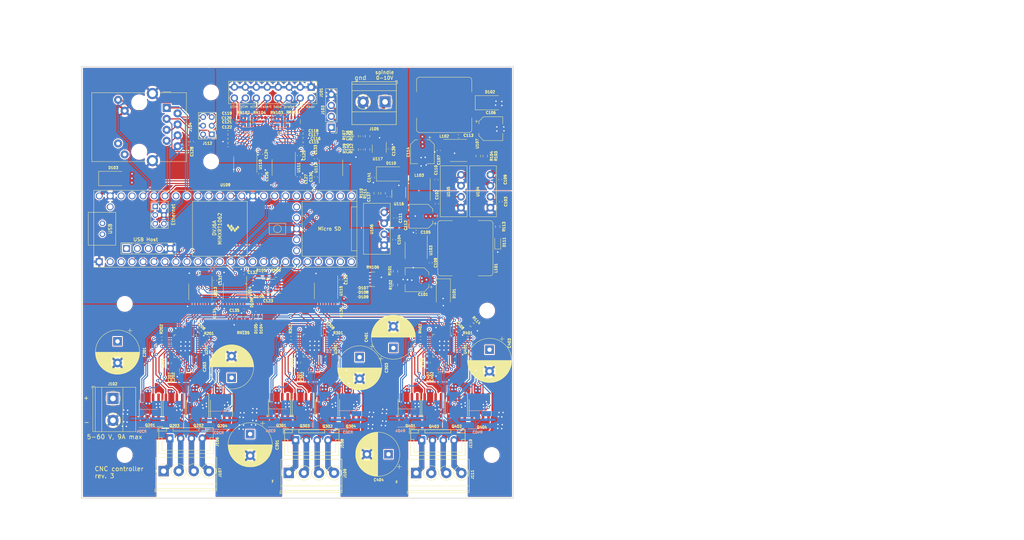
<source format=kicad_pcb>
(kicad_pcb (version 20171130) (host pcbnew 5.1.10)

  (general
    (thickness 1.6)
    (drawings 14)
    (tracks 3038)
    (zones 0)
    (modules 156)
    (nets 215)
  )

  (page USLetter)
  (title_block
    (title "Project Title")
  )

  (layers
    (0 F.Cu signal)
    (1 In1.Cu signal)
    (2 In2.Cu signal)
    (31 B.Cu signal)
    (34 B.Paste user)
    (35 F.Paste user)
    (36 B.SilkS user)
    (37 F.SilkS user)
    (38 B.Mask user)
    (39 F.Mask user)
    (40 Dwgs.User user)
    (42 Eco1.User user)
    (44 Edge.Cuts user)
    (45 Margin user)
    (46 B.CrtYd user)
    (47 F.CrtYd user)
    (48 B.Fab user)
    (49 F.Fab user)
  )

  (setup
    (last_trace_width 0.25)
    (user_trace_width 0.1524)
    (user_trace_width 0.2)
    (user_trace_width 0.25)
    (user_trace_width 0.3)
    (user_trace_width 0.5)
    (user_trace_width 0.75)
    (user_trace_width 1.25)
    (trace_clearance 0.1524)
    (zone_clearance 0.254)
    (zone_45_only yes)
    (trace_min 0.1524)
    (via_size 0.6858)
    (via_drill 0.3302)
    (via_min_size 0.6858)
    (via_min_drill 0.3302)
    (user_via 0.6858 0.3302)
    (user_via 0.762 0.4064)
    (user_via 0.8636 0.508)
    (uvia_size 0.6858)
    (uvia_drill 0.3302)
    (uvias_allowed no)
    (uvia_min_size 0)
    (uvia_min_drill 0)
    (edge_width 0.1524)
    (segment_width 0.1524)
    (pcb_text_width 0.1524)
    (pcb_text_size 1.016 1.016)
    (mod_edge_width 0.1524)
    (mod_text_size 1.016 1.016)
    (mod_text_width 0.1524)
    (pad_size 3.2 3.2)
    (pad_drill 3.2)
    (pad_to_mask_clearance 0)
    (pad_to_paste_clearance -0.0762)
    (aux_axis_origin 0 0)
    (visible_elements FFFFDF7D)
    (pcbplotparams
      (layerselection 0x310fc_ffffffff)
      (usegerberextensions true)
      (usegerberattributes false)
      (usegerberadvancedattributes false)
      (creategerberjobfile false)
      (excludeedgelayer true)
      (linewidth 0.100000)
      (plotframeref false)
      (viasonmask false)
      (mode 1)
      (useauxorigin false)
      (hpglpennumber 1)
      (hpglpenspeed 20)
      (hpglpendiameter 15.000000)
      (psnegative false)
      (psa4output false)
      (plotreference true)
      (plotvalue true)
      (plotinvisibletext false)
      (padsonsilk false)
      (subtractmaskfromsilk false)
      (outputformat 1)
      (mirror false)
      (drillshape 0)
      (scaleselection 1)
      (outputdirectory "cnc-gerbers"))
  )

  (net 0 "")
  (net 1 GND)
  (net 2 GND1)
  (net 3 /5V_ISO)
  (net 4 /GRST)
  (net 5 /FEED_HOLD)
  (net 6 /CYCLE_START)
  (net 7 /PROBE)
  (net 8 /XLIMIT)
  (net 9 /ZLIMIT)
  (net 10 /YLIMIT)
  (net 11 "Net-(C128-Pad1)")
  (net 12 /VM)
  (net 13 "Net-(D103-Pad1)")
  (net 14 "Net-(D104-Pad1)")
  (net 15 "Net-(D106-Pad1)")
  (net 16 "Net-(D107-Pad1)")
  (net 17 "Net-(D108-Pad1)")
  (net 18 "Net-(D109-Pad1)")
  (net 19 /X/B-)
  (net 20 /X/B+)
  (net 21 /X/A-)
  (net 22 /X/A+)
  (net 23 /Z/B-)
  (net 24 /Z/B+)
  (net 25 /Z/A-)
  (net 26 /Z/A+)
  (net 27 /SPINDLE_PWM_ISO)
  (net 28 /SPINDLE_PWM)
  (net 29 /TMC_SCK)
  (net 30 /TMC_SDI)
  (net 31 /X_STEP)
  (net 32 /X_DIR)
  (net 33 /Y_STEP)
  (net 34 /Y_DIR)
  (net 35 /Z_STEP)
  (net 36 /Z_DIR)
  (net 37 "Net-(C105-Pad1)")
  (net 38 /10V)
  (net 39 "Net-(C107-Pad1)")
  (net 40 "Net-(C108-Pad2)")
  (net 41 "Net-(C108-Pad1)")
  (net 42 "Net-(C109-Pad2)")
  (net 43 GND2)
  (net 44 /5V_ISO2)
  (net 45 "Net-(C113-Pad2)")
  (net 46 "Net-(C113-Pad1)")
  (net 47 /5V)
  (net 48 /FEED_HOLD_F)
  (net 49 /CYCLE_START_F)
  (net 50 /RESET_F)
  (net 51 /SAFETY_DOOR_F)
  (net 52 /XLIMIT_F)
  (net 53 /YLIMIT_F)
  (net 54 /Z_LIMIT_F)
  (net 55 /PROBE_F)
  (net 56 /3V3)
  (net 57 "Net-(C138-Pad1)")
  (net 58 /12V_ISO2)
  (net 59 "Net-(C140-Pad2)")
  (net 60 "Net-(C140-Pad1)")
  (net 61 "Net-(D105-Pad1)")
  (net 62 "Net-(D110-Pad2)")
  (net 63 "Net-(D111-Pad2)")
  (net 64 /SAFETY_DOOR)
  (net 65 /SPINDLE_EN_ISO)
  (net 66 /SPINDLE_DIR_ISO)
  (net 67 /ETH_LED)
  (net 68 "Net-(J104-PadL2)")
  (net 69 "Net-(J104-PadL1)")
  (net 70 "Net-(J104-PadR7)")
  (net 71 /ETH_RX-)
  (net 72 /ETH_RX+)
  (net 73 /ETH_TX-)
  (net 74 /ETH_TX+)
  (net 75 "Net-(R101-Pad2)")
  (net 76 "Net-(R103-Pad2)")
  (net 77 /EEPROM_SDA)
  (net 78 /EEPROM_SCL)
  (net 79 "Net-(R110-Pad2)")
  (net 80 "Net-(RN106-Pad5)")
  (net 81 "Net-(U109-Pad66)")
  (net 82 "Net-(U109-Pad67)")
  (net 83 "Net-(U109-Pad54)")
  (net 84 "Net-(U109-Pad53)")
  (net 85 "Net-(U109-Pad51)")
  (net 86 "Net-(U109-Pad50)")
  (net 87 /TEENSY_SDI)
  (net 88 /TEENSY_SCK)
  (net 89 /TEENSY_CSN)
  (net 90 "Net-(U109-Pad15)")
  (net 91 /SPINDLE_EN)
  (net 92 /TEENSY_SAFETY_DOOR)
  (net 93 "Net-(U109-Pad22)")
  (net 94 "Net-(U109-Pad23)")
  (net 95 "Net-(U109-Pad24)")
  (net 96 "Net-(U109-Pad25)")
  (net 97 "Net-(U109-Pad26)")
  (net 98 "Net-(U109-Pad27)")
  (net 99 "Net-(U109-Pad28)")
  (net 100 "Net-(U109-Pad29)")
  (net 101 "Net-(U109-Pad30)")
  (net 102 /TEENSY_ZENABLE)
  (net 103 /TEENSY_YENABLE)
  (net 104 "Net-(U109-Pad33)")
  (net 105 /SPINDLE_DIR)
  (net 106 /TEENSY_XENABLE)
  (net 107 "Net-(U109-Pad11)")
  (net 108 "Net-(U109-Pad10)")
  (net 109 /TEENSY_ZDIR)
  (net 110 /TEENSY_ZSTEP)
  (net 111 /TEENSY_YDIR)
  (net 112 /TEENSY_YSTEP)
  (net 113 /TEENSY_XDIR)
  (net 114 /TEENSY_XSTEP)
  (net 115 "Net-(U109-Pad3)")
  (net 116 "Net-(U109-Pad2)")
  (net 117 /TEENSY_RESET)
  (net 118 /TEENSY_PROBE)
  (net 119 /TEENSY_FEED_HOLD)
  (net 120 /TEENSY_CYCLE_START)
  (net 121 "Net-(U109-Pad40)")
  (net 122 "Net-(U109-Pad41)")
  (net 123 /TEENSY_XLIMIT)
  (net 124 /TEENSY_YLIMIT)
  (net 125 /TEENSY_ZLIMIT)
  (net 126 "Net-(U109-Pad45)")
  (net 127 "Net-(U109-Pad55)")
  (net 128 "Net-(U109-Pad56)")
  (net 129 "Net-(U109-Pad57)")
  (net 130 "Net-(U109-Pad58)")
  (net 131 "Net-(U109-Pad49)")
  (net 132 "Net-(U110-Pad7)")
  (net 133 "Net-(U111-Pad7)")
  (net 134 "Net-(U112-Pad11)")
  (net 135 "Net-(U112-Pad7)")
  (net 136 "Net-(U112-Pad6)")
  (net 137 /TMC_CSN)
  (net 138 /X_EN)
  (net 139 "Net-(U113-Pad7)")
  (net 140 /Y_EN)
  (net 141 "Net-(U114-Pad7)")
  (net 142 /Z_EN)
  (net 143 "Net-(U115-Pad7)")
  (net 144 "Net-(U116-Pad6)")
  (net 145 "Net-(RN106-Pad4)")
  (net 146 "Net-(RN105-Pad5)")
  (net 147 "Net-(RN105-Pad4)")
  (net 148 "Net-(C205-Pad2)")
  (net 149 "Net-(C208-Pad1)")
  (net 150 "Net-(C305-Pad2)")
  (net 151 "Net-(C308-Pad1)")
  (net 152 "Net-(C405-Pad2)")
  (net 153 "Net-(C408-Pad1)")
  (net 154 /Y/B-)
  (net 155 /Y/B+)
  (net 156 /Y/A-)
  (net 157 /Y/A+)
  (net 158 "Net-(Q201-Pad1)")
  (net 159 /X/LB1)
  (net 160 /X/HB1)
  (net 161 "Net-(Q202-Pad1)")
  (net 162 /X/LA1)
  (net 163 /X/HA1)
  (net 164 /X/LB2)
  (net 165 /X/HB2)
  (net 166 /X/LA2)
  (net 167 /X/HA2)
  (net 168 "Net-(Q301-Pad1)")
  (net 169 /Y/LB1)
  (net 170 /Y/HB1)
  (net 171 "Net-(Q302-Pad1)")
  (net 172 /Y/LA1)
  (net 173 /Y/HA1)
  (net 174 /Y/LB2)
  (net 175 /Y/HB2)
  (net 176 /Y/LA2)
  (net 177 /Y/HA2)
  (net 178 "Net-(Q401-Pad1)")
  (net 179 /Z/LB1)
  (net 180 /Z/HB1)
  (net 181 "Net-(Q402-Pad1)")
  (net 182 /Z/LA1)
  (net 183 /Z/HA1)
  (net 184 /Z/LB2)
  (net 185 /Z/HB2)
  (net 186 /Z/LA2)
  (net 187 /Z/HA2)
  (net 188 /TMC_SDO)
  (net 189 /X/SRA)
  (net 190 "Net-(R201-Pad2)")
  (net 191 /X/SRB)
  (net 192 "Net-(R202-Pad2)")
  (net 193 /X/SRAL)
  (net 194 /X/SRBL)
  (net 195 /Y/SRA)
  (net 196 "Net-(R301-Pad2)")
  (net 197 /Y/SRB)
  (net 198 "Net-(R302-Pad2)")
  (net 199 /Y/SRAL)
  (net 200 /Y/SRBL)
  (net 201 /Z/SRA)
  (net 202 "Net-(R401-Pad2)")
  (net 203 /Z/SRB)
  (net 204 "Net-(R402-Pad2)")
  (net 205 /Z/SRAL)
  (net 206 /Z/SRBL)
  (net 207 /Y/SDI)
  (net 208 "Net-(U201-Pad26)")
  (net 209 "Net-(U201-Pad27)")
  (net 210 /Z/SDI)
  (net 211 "Net-(U301-Pad26)")
  (net 212 "Net-(U301-Pad27)")
  (net 213 "Net-(U401-Pad26)")
  (net 214 "Net-(U401-Pad27)")

  (net_class Default "This is the default net class."
    (clearance 0.1524)
    (trace_width 0.1524)
    (via_dia 0.6858)
    (via_drill 0.3302)
    (uvia_dia 0.6858)
    (uvia_drill 0.3302)
    (add_net /10V)
    (add_net /12V_ISO2)
    (add_net /3V3)
    (add_net /5V)
    (add_net /5V_ISO)
    (add_net /5V_ISO2)
    (add_net /CYCLE_START)
    (add_net /CYCLE_START_F)
    (add_net /EEPROM_SCL)
    (add_net /EEPROM_SDA)
    (add_net /ETH_LED)
    (add_net /ETH_RX+)
    (add_net /ETH_RX-)
    (add_net /ETH_TX+)
    (add_net /ETH_TX-)
    (add_net /FEED_HOLD)
    (add_net /FEED_HOLD_F)
    (add_net /GRST)
    (add_net /PROBE)
    (add_net /PROBE_F)
    (add_net /RESET_F)
    (add_net /SAFETY_DOOR)
    (add_net /SAFETY_DOOR_F)
    (add_net /SPINDLE_DIR)
    (add_net /SPINDLE_DIR_ISO)
    (add_net /SPINDLE_EN)
    (add_net /SPINDLE_EN_ISO)
    (add_net /SPINDLE_PWM)
    (add_net /SPINDLE_PWM_ISO)
    (add_net /TEENSY_CSN)
    (add_net /TEENSY_CYCLE_START)
    (add_net /TEENSY_FEED_HOLD)
    (add_net /TEENSY_PROBE)
    (add_net /TEENSY_RESET)
    (add_net /TEENSY_SAFETY_DOOR)
    (add_net /TEENSY_SCK)
    (add_net /TEENSY_SDI)
    (add_net /TEENSY_XDIR)
    (add_net /TEENSY_XENABLE)
    (add_net /TEENSY_XLIMIT)
    (add_net /TEENSY_XSTEP)
    (add_net /TEENSY_YDIR)
    (add_net /TEENSY_YENABLE)
    (add_net /TEENSY_YLIMIT)
    (add_net /TEENSY_YSTEP)
    (add_net /TEENSY_ZDIR)
    (add_net /TEENSY_ZENABLE)
    (add_net /TEENSY_ZLIMIT)
    (add_net /TEENSY_ZSTEP)
    (add_net /TMC_CSN)
    (add_net /TMC_SCK)
    (add_net /TMC_SDI)
    (add_net /TMC_SDO)
    (add_net /VM)
    (add_net /X/A+)
    (add_net /X/A-)
    (add_net /X/B+)
    (add_net /X/B-)
    (add_net /X/HA1)
    (add_net /X/HA2)
    (add_net /X/HB1)
    (add_net /X/HB2)
    (add_net /X/LA1)
    (add_net /X/LA2)
    (add_net /X/LB1)
    (add_net /X/LB2)
    (add_net /X/SRA)
    (add_net /X/SRAL)
    (add_net /X/SRB)
    (add_net /X/SRBL)
    (add_net /XLIMIT)
    (add_net /XLIMIT_F)
    (add_net /X_DIR)
    (add_net /X_EN)
    (add_net /X_STEP)
    (add_net /Y/A+)
    (add_net /Y/A-)
    (add_net /Y/B+)
    (add_net /Y/B-)
    (add_net /Y/HA1)
    (add_net /Y/HA2)
    (add_net /Y/HB1)
    (add_net /Y/HB2)
    (add_net /Y/LA1)
    (add_net /Y/LA2)
    (add_net /Y/LB1)
    (add_net /Y/LB2)
    (add_net /Y/SDI)
    (add_net /Y/SRA)
    (add_net /Y/SRAL)
    (add_net /Y/SRB)
    (add_net /Y/SRBL)
    (add_net /YLIMIT)
    (add_net /YLIMIT_F)
    (add_net /Y_DIR)
    (add_net /Y_EN)
    (add_net /Y_STEP)
    (add_net /Z/A+)
    (add_net /Z/A-)
    (add_net /Z/B+)
    (add_net /Z/B-)
    (add_net /Z/HA1)
    (add_net /Z/HA2)
    (add_net /Z/HB1)
    (add_net /Z/HB2)
    (add_net /Z/LA1)
    (add_net /Z/LA2)
    (add_net /Z/LB1)
    (add_net /Z/LB2)
    (add_net /Z/SDI)
    (add_net /Z/SRA)
    (add_net /Z/SRAL)
    (add_net /Z/SRB)
    (add_net /Z/SRBL)
    (add_net /ZLIMIT)
    (add_net /Z_DIR)
    (add_net /Z_EN)
    (add_net /Z_LIMIT_F)
    (add_net /Z_STEP)
    (add_net GND)
    (add_net GND1)
    (add_net GND2)
    (add_net "Net-(C105-Pad1)")
    (add_net "Net-(C107-Pad1)")
    (add_net "Net-(C108-Pad1)")
    (add_net "Net-(C108-Pad2)")
    (add_net "Net-(C109-Pad2)")
    (add_net "Net-(C113-Pad1)")
    (add_net "Net-(C113-Pad2)")
    (add_net "Net-(C128-Pad1)")
    (add_net "Net-(C138-Pad1)")
    (add_net "Net-(C140-Pad1)")
    (add_net "Net-(C140-Pad2)")
    (add_net "Net-(C205-Pad2)")
    (add_net "Net-(C208-Pad1)")
    (add_net "Net-(C305-Pad2)")
    (add_net "Net-(C308-Pad1)")
    (add_net "Net-(C405-Pad2)")
    (add_net "Net-(C408-Pad1)")
    (add_net "Net-(D103-Pad1)")
    (add_net "Net-(D104-Pad1)")
    (add_net "Net-(D105-Pad1)")
    (add_net "Net-(D106-Pad1)")
    (add_net "Net-(D107-Pad1)")
    (add_net "Net-(D108-Pad1)")
    (add_net "Net-(D109-Pad1)")
    (add_net "Net-(D110-Pad2)")
    (add_net "Net-(D111-Pad2)")
    (add_net "Net-(J104-PadL1)")
    (add_net "Net-(J104-PadL2)")
    (add_net "Net-(J104-PadR7)")
    (add_net "Net-(Q201-Pad1)")
    (add_net "Net-(Q202-Pad1)")
    (add_net "Net-(Q301-Pad1)")
    (add_net "Net-(Q302-Pad1)")
    (add_net "Net-(Q401-Pad1)")
    (add_net "Net-(Q402-Pad1)")
    (add_net "Net-(R101-Pad2)")
    (add_net "Net-(R103-Pad2)")
    (add_net "Net-(R110-Pad2)")
    (add_net "Net-(R201-Pad2)")
    (add_net "Net-(R202-Pad2)")
    (add_net "Net-(R301-Pad2)")
    (add_net "Net-(R302-Pad2)")
    (add_net "Net-(R401-Pad2)")
    (add_net "Net-(R402-Pad2)")
    (add_net "Net-(RN105-Pad4)")
    (add_net "Net-(RN105-Pad5)")
    (add_net "Net-(RN106-Pad4)")
    (add_net "Net-(RN106-Pad5)")
    (add_net "Net-(U109-Pad10)")
    (add_net "Net-(U109-Pad11)")
    (add_net "Net-(U109-Pad15)")
    (add_net "Net-(U109-Pad2)")
    (add_net "Net-(U109-Pad22)")
    (add_net "Net-(U109-Pad23)")
    (add_net "Net-(U109-Pad24)")
    (add_net "Net-(U109-Pad25)")
    (add_net "Net-(U109-Pad26)")
    (add_net "Net-(U109-Pad27)")
    (add_net "Net-(U109-Pad28)")
    (add_net "Net-(U109-Pad29)")
    (add_net "Net-(U109-Pad3)")
    (add_net "Net-(U109-Pad30)")
    (add_net "Net-(U109-Pad33)")
    (add_net "Net-(U109-Pad40)")
    (add_net "Net-(U109-Pad41)")
    (add_net "Net-(U109-Pad45)")
    (add_net "Net-(U109-Pad49)")
    (add_net "Net-(U109-Pad50)")
    (add_net "Net-(U109-Pad51)")
    (add_net "Net-(U109-Pad53)")
    (add_net "Net-(U109-Pad54)")
    (add_net "Net-(U109-Pad55)")
    (add_net "Net-(U109-Pad56)")
    (add_net "Net-(U109-Pad57)")
    (add_net "Net-(U109-Pad58)")
    (add_net "Net-(U109-Pad66)")
    (add_net "Net-(U109-Pad67)")
    (add_net "Net-(U110-Pad7)")
    (add_net "Net-(U111-Pad7)")
    (add_net "Net-(U112-Pad11)")
    (add_net "Net-(U112-Pad6)")
    (add_net "Net-(U112-Pad7)")
    (add_net "Net-(U113-Pad7)")
    (add_net "Net-(U114-Pad7)")
    (add_net "Net-(U115-Pad7)")
    (add_net "Net-(U116-Pad6)")
    (add_net "Net-(U201-Pad26)")
    (add_net "Net-(U201-Pad27)")
    (add_net "Net-(U301-Pad26)")
    (add_net "Net-(U301-Pad27)")
    (add_net "Net-(U401-Pad26)")
    (add_net "Net-(U401-Pad27)")
  )

  (module Connector_PinHeader_2.00mm:PinHeader_2x03_P2.00mm_Vertical (layer F.Cu) (tedit 59FED667) (tstamp 60BCC697)
    (at 38.15 54.725 180)
    (descr "Through hole straight pin header, 2x03, 2.00mm pitch, double rows")
    (tags "Through hole pin header THT 2x03 2.00mm double row")
    (path /60EE1D5D)
    (fp_text reference J112 (at 1 -2.06) (layer F.SilkS)
      (effects (font (size 0.6 0.6) (thickness 0.15)))
    )
    (fp_text value Conn_02x03_Odd_Even (at 1 6.06) (layer F.Fab)
      (effects (font (size 1 1) (thickness 0.15)))
    )
    (fp_line (start 3.5 -1.5) (end -1.5 -1.5) (layer F.CrtYd) (width 0.05))
    (fp_line (start 3.5 5.5) (end 3.5 -1.5) (layer F.CrtYd) (width 0.05))
    (fp_line (start -1.5 5.5) (end 3.5 5.5) (layer F.CrtYd) (width 0.05))
    (fp_line (start -1.5 -1.5) (end -1.5 5.5) (layer F.CrtYd) (width 0.05))
    (fp_line (start -1.06 -1.06) (end 0 -1.06) (layer F.SilkS) (width 0.12))
    (fp_line (start -1.06 0) (end -1.06 -1.06) (layer F.SilkS) (width 0.12))
    (fp_line (start 1 -1.06) (end 3.06 -1.06) (layer F.SilkS) (width 0.12))
    (fp_line (start 1 1) (end 1 -1.06) (layer F.SilkS) (width 0.12))
    (fp_line (start -1.06 1) (end 1 1) (layer F.SilkS) (width 0.12))
    (fp_line (start 3.06 -1.06) (end 3.06 5.06) (layer F.SilkS) (width 0.12))
    (fp_line (start -1.06 1) (end -1.06 5.06) (layer F.SilkS) (width 0.12))
    (fp_line (start -1.06 5.06) (end 3.06 5.06) (layer F.SilkS) (width 0.12))
    (fp_line (start -1 0) (end 0 -1) (layer F.Fab) (width 0.1))
    (fp_line (start -1 5) (end -1 0) (layer F.Fab) (width 0.1))
    (fp_line (start 3 5) (end -1 5) (layer F.Fab) (width 0.1))
    (fp_line (start 3 -1) (end 3 5) (layer F.Fab) (width 0.1))
    (fp_line (start 0 -1) (end 3 -1) (layer F.Fab) (width 0.1))
    (fp_text user %R (at 1 2 90) (layer F.Fab)
      (effects (font (size 1 1) (thickness 0.15)))
    )
    (pad 6 thru_hole oval (at 2 4 180) (size 1.35 1.35) (drill 0.8) (layers *.Cu *.Mask)
      (net 73 /ETH_TX-))
    (pad 5 thru_hole oval (at 0 4 180) (size 1.35 1.35) (drill 0.8) (layers *.Cu *.Mask)
      (net 74 /ETH_TX+))
    (pad 4 thru_hole oval (at 2 2 180) (size 1.35 1.35) (drill 0.8) (layers *.Cu *.Mask)
      (net 1 GND))
    (pad 3 thru_hole oval (at 0 2 180) (size 1.35 1.35) (drill 0.8) (layers *.Cu *.Mask)
      (net 67 /ETH_LED))
    (pad 2 thru_hole oval (at 2 0 180) (size 1.35 1.35) (drill 0.8) (layers *.Cu *.Mask)
      (net 71 /ETH_RX-))
    (pad 1 thru_hole rect (at 0 0 180) (size 1.35 1.35) (drill 0.8) (layers *.Cu *.Mask)
      (net 72 /ETH_RX+))
    (model ${KISYS3DMOD}/Connector_PinHeader_2.00mm.3dshapes/PinHeader_2x03_P2.00mm_Vertical.wrl
      (at (xyz 0 0 0))
      (scale (xyz 1 1 1))
      (rotate (xyz 0 0 0))
    )
  )

  (module MountingHole:MountingHole_3.2mm_M3 (layer F.Cu) (tedit 60BB9BB6) (tstamp 60BAD7B0)
    (at 18.3 130.625)
    (descr "Mounting Hole 3.2mm, no annular, M3")
    (tags "mounting hole 3.2mm no annular m3")
    (path /633B6844)
    (attr virtual)
    (fp_text reference H101 (at 0 -4.2) (layer F.SilkS) hide
      (effects (font (size 0.6 0.6) (thickness 0.15)))
    )
    (fp_text value MountingHole (at 0 4.2) (layer F.Fab)
      (effects (font (size 1 1) (thickness 0.15)))
    )
    (fp_circle (center 0 0) (end 3.2 0) (layer Cmts.User) (width 0.15))
    (fp_circle (center 0 0) (end 3.45 0) (layer F.CrtYd) (width 0.05))
    (fp_text user %R (at 0.3 0) (layer F.Fab)
      (effects (font (size 0.6 0.6) (thickness 0.15)))
    )
    (pad "" np_thru_hole circle (at -0.3 -1.625) (size 3.2 3.2) (drill 3.2) (layers *.Cu *.Mask))
  )

  (module Resistor_SMD:R_0603_1608Metric (layer F.Cu) (tedit 5F68FEEE) (tstamp 60BA4D34)
    (at 98.45 98.825 315)
    (descr "Resistor SMD 0603 (1608 Metric), square (rectangular) end terminal, IPC_7351 nominal, (Body size source: IPC-SM-782 page 72, https://www.pcb-3d.com/wordpress/wp-content/uploads/ipc-sm-782a_amendment_1_and_2.pdf), generated with kicad-footprint-generator")
    (tags resistor)
    (path /64EC7365)
    (attr smd)
    (fp_text reference R114 (at 0 -1.43 135) (layer F.SilkS)
      (effects (font (size 0.6 0.6) (thickness 0.15)))
    )
    (fp_text value 100kR (at 0 1.43 135) (layer F.Fab)
      (effects (font (size 1 1) (thickness 0.15)))
    )
    (fp_line (start -0.8 0.4125) (end -0.8 -0.4125) (layer F.Fab) (width 0.1))
    (fp_line (start -0.8 -0.4125) (end 0.8 -0.4125) (layer F.Fab) (width 0.1))
    (fp_line (start 0.8 -0.4125) (end 0.8 0.4125) (layer F.Fab) (width 0.1))
    (fp_line (start 0.8 0.4125) (end -0.8 0.4125) (layer F.Fab) (width 0.1))
    (fp_line (start -0.237258 -0.5225) (end 0.237258 -0.5225) (layer F.SilkS) (width 0.12))
    (fp_line (start -0.237258 0.5225) (end 0.237258 0.5225) (layer F.SilkS) (width 0.12))
    (fp_line (start -1.48 0.73) (end -1.48 -0.73) (layer F.CrtYd) (width 0.05))
    (fp_line (start -1.48 -0.73) (end 1.48 -0.73) (layer F.CrtYd) (width 0.05))
    (fp_line (start 1.48 -0.73) (end 1.48 0.73) (layer F.CrtYd) (width 0.05))
    (fp_line (start 1.48 0.73) (end -1.48 0.73) (layer F.CrtYd) (width 0.05))
    (fp_text user %R (at 0 0 135) (layer F.Fab)
      (effects (font (size 0.6 0.6) (thickness 0.06)))
    )
    (pad 2 smd roundrect (at 0.825 0 315) (size 0.8 0.95) (layers F.Cu F.Paste F.Mask) (roundrect_rratio 0.25)
      (net 2 GND1))
    (pad 1 smd roundrect (at -0.825 0 315) (size 0.8 0.95) (layers F.Cu F.Paste F.Mask) (roundrect_rratio 0.25)
      (net 188 /TMC_SDO))
    (model ${KISYS3DMOD}/Resistor_SMD.3dshapes/R_0603_1608Metric.wrl
      (at (xyz 0 0 0))
      (scale (xyz 1 1 1))
      (rotate (xyz 0 0 0))
    )
  )

  (module TerminalBlock_Phoenix:TerminalBlock_Phoenix_PT-1,5-4-3.5-H_1x04_P3.50mm_Horizontal (layer F.Cu) (tedit 5B294F40) (tstamp 60BA486D)
    (at 56 133.15)
    (descr "Terminal Block Phoenix PT-1,5-4-3.5-H, 4 pins, pitch 3.5mm, size 14x7.6mm^2, drill diamater 1.2mm, pad diameter 2.4mm, see , script-generated using https://github.com/pointhi/kicad-footprint-generator/scripts/TerminalBlock_Phoenix")
    (tags "THT Terminal Block Phoenix PT-1,5-4-3.5-H pitch 3.5mm size 14x7.6mm^2 drill 1.2mm pad 2.4mm")
    (path /6000E02E)
    (fp_text reference J109 (at 13.025 0.125 90) (layer F.SilkS)
      (effects (font (size 0.6 0.6) (thickness 0.15)))
    )
    (fp_text value "Screw Terminals" (at 5.25 5.56) (layer F.Fab)
      (effects (font (size 1 1) (thickness 0.15)))
    )
    (fp_circle (center 0 0) (end 1.5 0) (layer F.Fab) (width 0.1))
    (fp_circle (center 3.5 0) (end 5 0) (layer F.Fab) (width 0.1))
    (fp_circle (center 3.5 0) (end 5.18 0) (layer F.SilkS) (width 0.12))
    (fp_circle (center 7 0) (end 8.5 0) (layer F.Fab) (width 0.1))
    (fp_circle (center 7 0) (end 8.68 0) (layer F.SilkS) (width 0.12))
    (fp_circle (center 10.5 0) (end 12 0) (layer F.Fab) (width 0.1))
    (fp_circle (center 10.5 0) (end 12.18 0) (layer F.SilkS) (width 0.12))
    (fp_line (start -1.75 -3.1) (end 12.25 -3.1) (layer F.Fab) (width 0.1))
    (fp_line (start 12.25 -3.1) (end 12.25 4.5) (layer F.Fab) (width 0.1))
    (fp_line (start 12.25 4.5) (end -1.35 4.5) (layer F.Fab) (width 0.1))
    (fp_line (start -1.35 4.5) (end -1.75 4.1) (layer F.Fab) (width 0.1))
    (fp_line (start -1.75 4.1) (end -1.75 -3.1) (layer F.Fab) (width 0.1))
    (fp_line (start -1.75 4.1) (end 12.25 4.1) (layer F.Fab) (width 0.1))
    (fp_line (start -1.81 4.1) (end 12.31 4.1) (layer F.SilkS) (width 0.12))
    (fp_line (start -1.75 3) (end 12.25 3) (layer F.Fab) (width 0.1))
    (fp_line (start -1.81 3) (end 12.31 3) (layer F.SilkS) (width 0.12))
    (fp_line (start -1.81 -3.16) (end 12.31 -3.16) (layer F.SilkS) (width 0.12))
    (fp_line (start -1.81 4.56) (end 12.31 4.56) (layer F.SilkS) (width 0.12))
    (fp_line (start -1.81 -3.16) (end -1.81 4.56) (layer F.SilkS) (width 0.12))
    (fp_line (start 12.31 -3.16) (end 12.31 4.56) (layer F.SilkS) (width 0.12))
    (fp_line (start 1.138 -0.955) (end -0.955 1.138) (layer F.Fab) (width 0.1))
    (fp_line (start 0.955 -1.138) (end -1.138 0.955) (layer F.Fab) (width 0.1))
    (fp_line (start 4.638 -0.955) (end 2.546 1.138) (layer F.Fab) (width 0.1))
    (fp_line (start 4.455 -1.138) (end 2.363 0.955) (layer F.Fab) (width 0.1))
    (fp_line (start 4.775 -1.069) (end 4.646 -0.941) (layer F.SilkS) (width 0.12))
    (fp_line (start 2.525 1.181) (end 2.431 1.274) (layer F.SilkS) (width 0.12))
    (fp_line (start 4.57 -1.275) (end 4.476 -1.181) (layer F.SilkS) (width 0.12))
    (fp_line (start 2.355 0.941) (end 2.226 1.069) (layer F.SilkS) (width 0.12))
    (fp_line (start 8.138 -0.955) (end 6.046 1.138) (layer F.Fab) (width 0.1))
    (fp_line (start 7.955 -1.138) (end 5.863 0.955) (layer F.Fab) (width 0.1))
    (fp_line (start 8.275 -1.069) (end 8.146 -0.941) (layer F.SilkS) (width 0.12))
    (fp_line (start 6.025 1.181) (end 5.931 1.274) (layer F.SilkS) (width 0.12))
    (fp_line (start 8.07 -1.275) (end 7.976 -1.181) (layer F.SilkS) (width 0.12))
    (fp_line (start 5.855 0.941) (end 5.726 1.069) (layer F.SilkS) (width 0.12))
    (fp_line (start 11.638 -0.955) (end 9.546 1.138) (layer F.Fab) (width 0.1))
    (fp_line (start 11.455 -1.138) (end 9.363 0.955) (layer F.Fab) (width 0.1))
    (fp_line (start 11.775 -1.069) (end 11.646 -0.941) (layer F.SilkS) (width 0.12))
    (fp_line (start 9.525 1.181) (end 9.431 1.274) (layer F.SilkS) (width 0.12))
    (fp_line (start 11.57 -1.275) (end 11.476 -1.181) (layer F.SilkS) (width 0.12))
    (fp_line (start 9.355 0.941) (end 9.226 1.069) (layer F.SilkS) (width 0.12))
    (fp_line (start -2.05 4.16) (end -2.05 4.8) (layer F.SilkS) (width 0.12))
    (fp_line (start -2.05 4.8) (end -1.65 4.8) (layer F.SilkS) (width 0.12))
    (fp_line (start -2.25 -3.6) (end -2.25 5) (layer F.CrtYd) (width 0.05))
    (fp_line (start -2.25 5) (end 12.75 5) (layer F.CrtYd) (width 0.05))
    (fp_line (start 12.75 5) (end 12.75 -3.6) (layer F.CrtYd) (width 0.05))
    (fp_line (start 12.75 -3.6) (end -2.25 -3.6) (layer F.CrtYd) (width 0.05))
    (fp_text user %R (at 5.25 2.4) (layer F.Fab)
      (effects (font (size 0.6 0.6) (thickness 0.15)))
    )
    (fp_arc (start 0 0) (end -0.866 1.44) (angle -32) (layer F.SilkS) (width 0.12))
    (fp_arc (start 0 0) (end -1.44 -0.866) (angle -63) (layer F.SilkS) (width 0.12))
    (fp_arc (start 0 0) (end 0.866 -1.44) (angle -63) (layer F.SilkS) (width 0.12))
    (fp_arc (start 0 0) (end 1.425 0.891) (angle -64) (layer F.SilkS) (width 0.12))
    (fp_arc (start 0 0) (end 0 1.68) (angle -32) (layer F.SilkS) (width 0.12))
    (pad 4 thru_hole circle (at 10.5 0) (size 2.4 2.4) (drill 1.2) (layers *.Cu *.Mask)
      (net 156 /Y/A-))
    (pad 3 thru_hole circle (at 7 0) (size 2.4 2.4) (drill 1.2) (layers *.Cu *.Mask)
      (net 157 /Y/A+))
    (pad 2 thru_hole circle (at 3.5 0) (size 2.4 2.4) (drill 1.2) (layers *.Cu *.Mask)
      (net 154 /Y/B-))
    (pad 1 thru_hole rect (at 0 0) (size 2.4 2.4) (drill 1.2) (layers *.Cu *.Mask)
      (net 155 /Y/B+))
    (model ${KISYS3DMOD}/TerminalBlock_Phoenix.3dshapes/TerminalBlock_Phoenix_PT-1,5-4-3.5-H_1x04_P3.50mm_Horizontal.wrl
      (at (xyz 0 0 0))
      (scale (xyz 1 1 1))
      (rotate (xyz 0 0 0))
    )
  )

  (module Connector_JST:JST_XH_B4B-XH-A_1x04_P2.50mm_Vertical (layer F.Cu) (tedit 5C28146C) (tstamp 60BA4831)
    (at 57.575 125.575)
    (descr "JST XH series connector, B4B-XH-A (http://www.jst-mfg.com/product/pdf/eng/eXH.pdf), generated with kicad-footprint-generator")
    (tags "connector JST XH vertical")
    (path /6000E028)
    (fp_text reference J108 (at 10.8 0.775 90) (layer F.SilkS)
      (effects (font (size 0.6 0.6) (thickness 0.15)))
    )
    (fp_text value "JST SH" (at 3.75 4.6) (layer F.Fab)
      (effects (font (size 1 1) (thickness 0.15)))
    )
    (fp_line (start -2.45 -2.35) (end -2.45 3.4) (layer F.Fab) (width 0.1))
    (fp_line (start -2.45 3.4) (end 9.95 3.4) (layer F.Fab) (width 0.1))
    (fp_line (start 9.95 3.4) (end 9.95 -2.35) (layer F.Fab) (width 0.1))
    (fp_line (start 9.95 -2.35) (end -2.45 -2.35) (layer F.Fab) (width 0.1))
    (fp_line (start -2.56 -2.46) (end -2.56 3.51) (layer F.SilkS) (width 0.12))
    (fp_line (start -2.56 3.51) (end 10.06 3.51) (layer F.SilkS) (width 0.12))
    (fp_line (start 10.06 3.51) (end 10.06 -2.46) (layer F.SilkS) (width 0.12))
    (fp_line (start 10.06 -2.46) (end -2.56 -2.46) (layer F.SilkS) (width 0.12))
    (fp_line (start -2.95 -2.85) (end -2.95 3.9) (layer F.CrtYd) (width 0.05))
    (fp_line (start -2.95 3.9) (end 10.45 3.9) (layer F.CrtYd) (width 0.05))
    (fp_line (start 10.45 3.9) (end 10.45 -2.85) (layer F.CrtYd) (width 0.05))
    (fp_line (start 10.45 -2.85) (end -2.95 -2.85) (layer F.CrtYd) (width 0.05))
    (fp_line (start -0.625 -2.35) (end 0 -1.35) (layer F.Fab) (width 0.1))
    (fp_line (start 0 -1.35) (end 0.625 -2.35) (layer F.Fab) (width 0.1))
    (fp_line (start 0.75 -2.45) (end 0.75 -1.7) (layer F.SilkS) (width 0.12))
    (fp_line (start 0.75 -1.7) (end 6.75 -1.7) (layer F.SilkS) (width 0.12))
    (fp_line (start 6.75 -1.7) (end 6.75 -2.45) (layer F.SilkS) (width 0.12))
    (fp_line (start 6.75 -2.45) (end 0.75 -2.45) (layer F.SilkS) (width 0.12))
    (fp_line (start -2.55 -2.45) (end -2.55 -1.7) (layer F.SilkS) (width 0.12))
    (fp_line (start -2.55 -1.7) (end -0.75 -1.7) (layer F.SilkS) (width 0.12))
    (fp_line (start -0.75 -1.7) (end -0.75 -2.45) (layer F.SilkS) (width 0.12))
    (fp_line (start -0.75 -2.45) (end -2.55 -2.45) (layer F.SilkS) (width 0.12))
    (fp_line (start 8.25 -2.45) (end 8.25 -1.7) (layer F.SilkS) (width 0.12))
    (fp_line (start 8.25 -1.7) (end 10.05 -1.7) (layer F.SilkS) (width 0.12))
    (fp_line (start 10.05 -1.7) (end 10.05 -2.45) (layer F.SilkS) (width 0.12))
    (fp_line (start 10.05 -2.45) (end 8.25 -2.45) (layer F.SilkS) (width 0.12))
    (fp_line (start -2.55 -0.2) (end -1.8 -0.2) (layer F.SilkS) (width 0.12))
    (fp_line (start -1.8 -0.2) (end -1.8 2.75) (layer F.SilkS) (width 0.12))
    (fp_line (start -1.8 2.75) (end 3.75 2.75) (layer F.SilkS) (width 0.12))
    (fp_line (start 10.05 -0.2) (end 9.3 -0.2) (layer F.SilkS) (width 0.12))
    (fp_line (start 9.3 -0.2) (end 9.3 2.75) (layer F.SilkS) (width 0.12))
    (fp_line (start 9.3 2.75) (end 3.75 2.75) (layer F.SilkS) (width 0.12))
    (fp_line (start -1.6 -2.75) (end -2.85 -2.75) (layer F.SilkS) (width 0.12))
    (fp_line (start -2.85 -2.75) (end -2.85 -1.5) (layer F.SilkS) (width 0.12))
    (fp_text user %R (at 3.75 2.7) (layer F.Fab)
      (effects (font (size 0.6 0.6) (thickness 0.15)))
    )
    (pad 4 thru_hole oval (at 7.5 0) (size 1.7 1.95) (drill 0.95) (layers *.Cu *.Mask)
      (net 156 /Y/A-))
    (pad 3 thru_hole oval (at 5 0) (size 1.7 1.95) (drill 0.95) (layers *.Cu *.Mask)
      (net 157 /Y/A+))
    (pad 2 thru_hole oval (at 2.5 0) (size 1.7 1.95) (drill 0.95) (layers *.Cu *.Mask)
      (net 154 /Y/B-))
    (pad 1 thru_hole roundrect (at 0 0) (size 1.7 1.95) (drill 0.95) (layers *.Cu *.Mask) (roundrect_rratio 0.1470588235294118)
      (net 155 /Y/B+))
    (model ${KISYS3DMOD}/Connector_JST.3dshapes/JST_XH_B4B-XH-A_1x04_P2.50mm_Vertical.wrl
      (at (xyz 0 0 0))
      (scale (xyz 1 1 1))
      (rotate (xyz 0 0 0))
    )
  )

  (module Package_SO:SOIC-8_3.9x4.9mm_P1.27mm (layer F.Cu) (tedit 5D9F72B1) (tstamp 60B9826A)
    (at 83.875 118.075 270)
    (descr "SOIC, 8 Pin (JEDEC MS-012AA, https://www.analog.com/media/en/package-pcb-resources/package/pkg_pdf/soic_narrow-r/r_8.pdf), generated with kicad-footprint-generator ipc_gullwing_generator.py")
    (tags "SOIC SO")
    (path /5FFE73A4/5FF8AB43)
    (attr smd)
    (fp_text reference Q401 (at 4.175 -0.3) (layer F.SilkS)
      (effects (font (size 0.6 0.6) (thickness 0.15)))
    )
    (fp_text value AO4611 (at 0 3.4 90) (layer F.Fab)
      (effects (font (size 1 1) (thickness 0.15)))
    )
    (fp_line (start 0 2.56) (end 1.95 2.56) (layer F.SilkS) (width 0.12))
    (fp_line (start 0 2.56) (end -1.95 2.56) (layer F.SilkS) (width 0.12))
    (fp_line (start 0 -2.56) (end 1.95 -2.56) (layer F.SilkS) (width 0.12))
    (fp_line (start 0 -2.56) (end -3.45 -2.56) (layer F.SilkS) (width 0.12))
    (fp_line (start -0.975 -2.45) (end 1.95 -2.45) (layer F.Fab) (width 0.1))
    (fp_line (start 1.95 -2.45) (end 1.95 2.45) (layer F.Fab) (width 0.1))
    (fp_line (start 1.95 2.45) (end -1.95 2.45) (layer F.Fab) (width 0.1))
    (fp_line (start -1.95 2.45) (end -1.95 -1.475) (layer F.Fab) (width 0.1))
    (fp_line (start -1.95 -1.475) (end -0.975 -2.45) (layer F.Fab) (width 0.1))
    (fp_line (start -3.7 -2.7) (end -3.7 2.7) (layer F.CrtYd) (width 0.05))
    (fp_line (start -3.7 2.7) (end 3.7 2.7) (layer F.CrtYd) (width 0.05))
    (fp_line (start 3.7 2.7) (end 3.7 -2.7) (layer F.CrtYd) (width 0.05))
    (fp_line (start 3.7 -2.7) (end -3.7 -2.7) (layer F.CrtYd) (width 0.05))
    (fp_text user %R (at 0 0 90) (layer F.Fab)
      (effects (font (size 0.6 0.6) (thickness 0.15)))
    )
    (pad 1 smd roundrect (at -2.475 -1.905 270) (size 1.95 0.6) (layers F.Cu F.Paste F.Mask) (roundrect_rratio 0.25)
      (net 178 "Net-(Q401-Pad1)"))
    (pad 2 smd roundrect (at -2.475 -0.635 270) (size 1.95 0.6) (layers F.Cu F.Paste F.Mask) (roundrect_rratio 0.25)
      (net 179 /Z/LB1))
    (pad 3 smd roundrect (at -2.475 0.635 270) (size 1.95 0.6) (layers F.Cu F.Paste F.Mask) (roundrect_rratio 0.25)
      (net 12 /VM))
    (pad 4 smd roundrect (at -2.475 1.905 270) (size 1.95 0.6) (layers F.Cu F.Paste F.Mask) (roundrect_rratio 0.25)
      (net 180 /Z/HB1))
    (pad 5 smd roundrect (at 2.475 1.905 270) (size 1.95 0.6) (layers F.Cu F.Paste F.Mask) (roundrect_rratio 0.25)
      (net 24 /Z/B+))
    (pad 6 smd roundrect (at 2.475 0.635 270) (size 1.95 0.6) (layers F.Cu F.Paste F.Mask) (roundrect_rratio 0.25)
      (net 24 /Z/B+))
    (pad 7 smd roundrect (at 2.475 -0.635 270) (size 1.95 0.6) (layers F.Cu F.Paste F.Mask) (roundrect_rratio 0.25)
      (net 24 /Z/B+))
    (pad 8 smd roundrect (at 2.475 -1.905 270) (size 1.95 0.6) (layers F.Cu F.Paste F.Mask) (roundrect_rratio 0.25)
      (net 24 /Z/B+))
    (model ${KISYS3DMOD}/Package_SO.3dshapes/SOIC-8_3.9x4.9mm_P1.27mm.wrl
      (at (xyz 0 0 0))
      (scale (xyz 1 1 1))
      (rotate (xyz 0 0 0))
    )
  )

  (module Capacitor_SMD:C_0402_1005Metric (layer F.Cu) (tedit 5F68FEEE) (tstamp 60B9823D)
    (at 95.45 100.375 315)
    (descr "Capacitor SMD 0402 (1005 Metric), square (rectangular) end terminal, IPC_7351 nominal, (Body size source: IPC-SM-782 page 76, https://www.pcb-3d.com/wordpress/wp-content/uploads/ipc-sm-782a_amendment_1_and_2.pdf), generated with kicad-footprint-generator")
    (tags capacitor)
    (path /5FFE73A4/6049EF14)
    (attr smd)
    (fp_text reference C408 (at -0.848528 -1.131371 135) (layer F.SilkS)
      (effects (font (size 0.6 0.6) (thickness 0.15)))
    )
    (fp_text value "0.47 uF" (at 0 1.16 135) (layer F.Fab)
      (effects (font (size 1 1) (thickness 0.15)))
    )
    (fp_line (start -0.5 0.25) (end -0.5 -0.25) (layer F.Fab) (width 0.1))
    (fp_line (start -0.5 -0.25) (end 0.5 -0.25) (layer F.Fab) (width 0.1))
    (fp_line (start 0.5 -0.25) (end 0.5 0.25) (layer F.Fab) (width 0.1))
    (fp_line (start 0.5 0.25) (end -0.5 0.25) (layer F.Fab) (width 0.1))
    (fp_line (start -0.107836 -0.36) (end 0.107836 -0.36) (layer F.SilkS) (width 0.1))
    (fp_line (start -0.107836 0.36) (end 0.107836 0.36) (layer F.SilkS) (width 0.1))
    (fp_line (start -0.91 0.46) (end -0.91 -0.46) (layer F.CrtYd) (width 0.05))
    (fp_line (start -0.91 -0.46) (end 0.91 -0.46) (layer F.CrtYd) (width 0.05))
    (fp_line (start 0.91 -0.46) (end 0.91 0.46) (layer F.CrtYd) (width 0.05))
    (fp_line (start 0.91 0.46) (end -0.91 0.46) (layer F.CrtYd) (width 0.05))
    (fp_text user %R (at 0 0 135) (layer F.Fab)
      (effects (font (size 0.6 0.6) (thickness 0.04)))
    )
    (pad 1 smd roundrect (at -0.48 0 315) (size 0.56 0.62) (layers F.Cu F.Paste F.Mask) (roundrect_rratio 0.25)
      (net 153 "Net-(C408-Pad1)"))
    (pad 2 smd roundrect (at 0.48 0 315) (size 0.56 0.62) (layers F.Cu F.Paste F.Mask) (roundrect_rratio 0.25)
      (net 2 GND1))
    (model ${KISYS3DMOD}/Capacitor_SMD.3dshapes/C_0402_1005Metric.wrl
      (at (xyz 0 0 0))
      (scale (xyz 1 1 1))
      (rotate (xyz 0 0 0))
    )
  )

  (module Package_SO:SOIC-8_3.9x4.9mm_P1.27mm (layer F.Cu) (tedit 5D9F72B1) (tstamp 60B98220)
    (at 100.35 118.075 270)
    (descr "SOIC, 8 Pin (JEDEC MS-012AA, https://www.analog.com/media/en/package-pcb-resources/package/pkg_pdf/soic_narrow-r/r_8.pdf), generated with kicad-footprint-generator ipc_gullwing_generator.py")
    (tags "SOIC SO")
    (path /5FFE73A4/5FF844E3)
    (attr smd)
    (fp_text reference Q404 (at 4.475 -0.375) (layer F.SilkS)
      (effects (font (size 0.6 0.6) (thickness 0.15)))
    )
    (fp_text value AO4611 (at 0 3.4 90) (layer F.Fab)
      (effects (font (size 1 1) (thickness 0.15)))
    )
    (fp_line (start 0 2.56) (end 1.95 2.56) (layer F.SilkS) (width 0.12))
    (fp_line (start 0 2.56) (end -1.95 2.56) (layer F.SilkS) (width 0.12))
    (fp_line (start 0 -2.56) (end 1.95 -2.56) (layer F.SilkS) (width 0.12))
    (fp_line (start 0 -2.56) (end -3.45 -2.56) (layer F.SilkS) (width 0.12))
    (fp_line (start -0.975 -2.45) (end 1.95 -2.45) (layer F.Fab) (width 0.1))
    (fp_line (start 1.95 -2.45) (end 1.95 2.45) (layer F.Fab) (width 0.1))
    (fp_line (start 1.95 2.45) (end -1.95 2.45) (layer F.Fab) (width 0.1))
    (fp_line (start -1.95 2.45) (end -1.95 -1.475) (layer F.Fab) (width 0.1))
    (fp_line (start -1.95 -1.475) (end -0.975 -2.45) (layer F.Fab) (width 0.1))
    (fp_line (start -3.7 -2.7) (end -3.7 2.7) (layer F.CrtYd) (width 0.05))
    (fp_line (start -3.7 2.7) (end 3.7 2.7) (layer F.CrtYd) (width 0.05))
    (fp_line (start 3.7 2.7) (end 3.7 -2.7) (layer F.CrtYd) (width 0.05))
    (fp_line (start 3.7 -2.7) (end -3.7 -2.7) (layer F.CrtYd) (width 0.05))
    (fp_text user %R (at 0 0 90) (layer F.Fab)
      (effects (font (size 0.6 0.6) (thickness 0.15)))
    )
    (pad 1 smd roundrect (at -2.475 -1.905 270) (size 1.95 0.6) (layers F.Cu F.Paste F.Mask) (roundrect_rratio 0.25)
      (net 181 "Net-(Q402-Pad1)"))
    (pad 2 smd roundrect (at -2.475 -0.635 270) (size 1.95 0.6) (layers F.Cu F.Paste F.Mask) (roundrect_rratio 0.25)
      (net 186 /Z/LA2))
    (pad 3 smd roundrect (at -2.475 0.635 270) (size 1.95 0.6) (layers F.Cu F.Paste F.Mask) (roundrect_rratio 0.25)
      (net 12 /VM))
    (pad 4 smd roundrect (at -2.475 1.905 270) (size 1.95 0.6) (layers F.Cu F.Paste F.Mask) (roundrect_rratio 0.25)
      (net 187 /Z/HA2))
    (pad 5 smd roundrect (at 2.475 1.905 270) (size 1.95 0.6) (layers F.Cu F.Paste F.Mask) (roundrect_rratio 0.25)
      (net 25 /Z/A-))
    (pad 6 smd roundrect (at 2.475 0.635 270) (size 1.95 0.6) (layers F.Cu F.Paste F.Mask) (roundrect_rratio 0.25)
      (net 25 /Z/A-))
    (pad 7 smd roundrect (at 2.475 -0.635 270) (size 1.95 0.6) (layers F.Cu F.Paste F.Mask) (roundrect_rratio 0.25)
      (net 25 /Z/A-))
    (pad 8 smd roundrect (at 2.475 -1.905 270) (size 1.95 0.6) (layers F.Cu F.Paste F.Mask) (roundrect_rratio 0.25)
      (net 25 /Z/A-))
    (model ${KISYS3DMOD}/Package_SO.3dshapes/SOIC-8_3.9x4.9mm_P1.27mm.wrl
      (at (xyz 0 0 0))
      (scale (xyz 1 1 1))
      (rotate (xyz 0 0 0))
    )
  )

  (module Package_SO:SOIC-8_3.9x4.9mm_P1.27mm (layer F.Cu) (tedit 5D9F72B1) (tstamp 60B98202)
    (at 94.85 118.075 270)
    (descr "SOIC, 8 Pin (JEDEC MS-012AA, https://www.analog.com/media/en/package-pcb-resources/package/pkg_pdf/soic_narrow-r/r_8.pdf), generated with kicad-footprint-generator ipc_gullwing_generator.py")
    (tags "SOIC SO")
    (path /5FFE73A4/5FF78E9B)
    (attr smd)
    (fp_text reference Q402 (at 4.3 -0.05) (layer F.SilkS)
      (effects (font (size 0.6 0.6) (thickness 0.15)))
    )
    (fp_text value AO4611 (at 0 3.4 90) (layer F.Fab)
      (effects (font (size 1 1) (thickness 0.15)))
    )
    (fp_line (start 0 2.56) (end 1.95 2.56) (layer F.SilkS) (width 0.12))
    (fp_line (start 0 2.56) (end -1.95 2.56) (layer F.SilkS) (width 0.12))
    (fp_line (start 0 -2.56) (end 1.95 -2.56) (layer F.SilkS) (width 0.12))
    (fp_line (start 0 -2.56) (end -3.45 -2.56) (layer F.SilkS) (width 0.12))
    (fp_line (start -0.975 -2.45) (end 1.95 -2.45) (layer F.Fab) (width 0.1))
    (fp_line (start 1.95 -2.45) (end 1.95 2.45) (layer F.Fab) (width 0.1))
    (fp_line (start 1.95 2.45) (end -1.95 2.45) (layer F.Fab) (width 0.1))
    (fp_line (start -1.95 2.45) (end -1.95 -1.475) (layer F.Fab) (width 0.1))
    (fp_line (start -1.95 -1.475) (end -0.975 -2.45) (layer F.Fab) (width 0.1))
    (fp_line (start -3.7 -2.7) (end -3.7 2.7) (layer F.CrtYd) (width 0.05))
    (fp_line (start -3.7 2.7) (end 3.7 2.7) (layer F.CrtYd) (width 0.05))
    (fp_line (start 3.7 2.7) (end 3.7 -2.7) (layer F.CrtYd) (width 0.05))
    (fp_line (start 3.7 -2.7) (end -3.7 -2.7) (layer F.CrtYd) (width 0.05))
    (fp_text user %R (at 0 0 90) (layer F.Fab)
      (effects (font (size 0.6 0.6) (thickness 0.15)))
    )
    (pad 1 smd roundrect (at -2.475 -1.905 270) (size 1.95 0.6) (layers F.Cu F.Paste F.Mask) (roundrect_rratio 0.25)
      (net 181 "Net-(Q402-Pad1)"))
    (pad 2 smd roundrect (at -2.475 -0.635 270) (size 1.95 0.6) (layers F.Cu F.Paste F.Mask) (roundrect_rratio 0.25)
      (net 182 /Z/LA1))
    (pad 3 smd roundrect (at -2.475 0.635 270) (size 1.95 0.6) (layers F.Cu F.Paste F.Mask) (roundrect_rratio 0.25)
      (net 12 /VM))
    (pad 4 smd roundrect (at -2.475 1.905 270) (size 1.95 0.6) (layers F.Cu F.Paste F.Mask) (roundrect_rratio 0.25)
      (net 183 /Z/HA1))
    (pad 5 smd roundrect (at 2.475 1.905 270) (size 1.95 0.6) (layers F.Cu F.Paste F.Mask) (roundrect_rratio 0.25)
      (net 26 /Z/A+))
    (pad 6 smd roundrect (at 2.475 0.635 270) (size 1.95 0.6) (layers F.Cu F.Paste F.Mask) (roundrect_rratio 0.25)
      (net 26 /Z/A+))
    (pad 7 smd roundrect (at 2.475 -0.635 270) (size 1.95 0.6) (layers F.Cu F.Paste F.Mask) (roundrect_rratio 0.25)
      (net 26 /Z/A+))
    (pad 8 smd roundrect (at 2.475 -1.905 270) (size 1.95 0.6) (layers F.Cu F.Paste F.Mask) (roundrect_rratio 0.25)
      (net 26 /Z/A+))
    (model ${KISYS3DMOD}/Package_SO.3dshapes/SOIC-8_3.9x4.9mm_P1.27mm.wrl
      (at (xyz 0 0 0))
      (scale (xyz 1 1 1))
      (rotate (xyz 0 0 0))
    )
  )

  (module cnc-controller:R_2512_6332Metric_Sense (layer B.Cu) (tedit 6069ACE8) (tstamp 60B981E3)
    (at 83.35 120.425 180)
    (descr "Resistor SMD 2512 (6332 Metric), square (rectangular) end terminal, IPC_7351 nominal, (Body size source: IPC-SM-782 page 72, https://www.pcb-3d.com/wordpress/wp-content/uploads/ipc-sm-782a_amendment_1_and_2.pdf), generated with kicad-footprint-generator")
    (tags resistor)
    (path /5FFE73A4/60B06002)
    (attr smd)
    (fp_text reference R404 (at 1.5 -3) (layer B.SilkS)
      (effects (font (size 0.6 0.6) (thickness 0.15)) (justify mirror))
    )
    (fp_text value "75 mR 1W" (at 0 -2.62) (layer B.Fab)
      (effects (font (size 1 1) (thickness 0.15)) (justify mirror))
    )
    (fp_line (start -3.15 -1.6) (end -3.15 1.6) (layer B.Fab) (width 0.1))
    (fp_line (start -3.15 1.6) (end 3.15 1.6) (layer B.Fab) (width 0.1))
    (fp_line (start 3.15 1.6) (end 3.15 -1.6) (layer B.Fab) (width 0.1))
    (fp_line (start 3.15 -1.6) (end -3.15 -1.6) (layer B.Fab) (width 0.1))
    (fp_line (start -2.177064 2.1) (end 2.177064 2.1) (layer B.SilkS) (width 0.12))
    (fp_line (start -2.177064 -2.1) (end 2.177064 -2.1) (layer B.SilkS) (width 0.12))
    (fp_line (start -3.82 -1.92) (end -3.82 1.92) (layer B.CrtYd) (width 0.05))
    (fp_line (start -3.82 1.92) (end 3.82 1.92) (layer B.CrtYd) (width 0.05))
    (fp_line (start 3.82 1.92) (end 3.82 -1.92) (layer B.CrtYd) (width 0.05))
    (fp_line (start 3.82 -1.92) (end -3.82 -1.92) (layer B.CrtYd) (width 0.05))
    (fp_text user %R (at 0 0) (layer B.Fab)
      (effects (font (size 0.6 0.6) (thickness 0.15)) (justify mirror))
    )
    (pad 2 smd roundrect (at -2.5 0 180) (size 3.4 0.6) (layers B.Cu B.Paste B.Mask) (roundrect_rratio 0.164)
      (net 204 "Net-(R402-Pad2)"))
    (pad 1 smd roundrect (at -2.5 1.4 180) (size 3.4 1.2) (layers B.Cu B.Paste B.Mask) (roundrect_rratio 0.164)
      (net 178 "Net-(Q401-Pad1)"))
    (pad 1 smd roundrect (at -2.5 -1.4 180) (size 3.4 1.2) (layers B.Cu B.Paste B.Mask) (roundrect_rratio 0.164)
      (net 178 "Net-(Q401-Pad1)"))
    (pad 3 smd roundrect (at 2.5 0 180) (size 3.4 0.6) (layers B.Cu B.Paste B.Mask) (roundrect_rratio 0.164)
      (net 206 /Z/SRBL))
    (pad 4 smd roundrect (at 2.5 -1.4 180) (size 3.4 1.2) (layers B.Cu B.Paste B.Mask) (roundrect_rratio 0.164)
      (net 2 GND1))
    (pad 4 smd roundrect (at 2.5 1.4 180) (size 3.4 1.2) (layers B.Cu B.Paste B.Mask) (roundrect_rratio 0.164)
      (net 2 GND1))
    (model ${KISYS3DMOD}/Resistor_SMD.3dshapes/R_2512_6332Metric.wrl
      (at (xyz 0 0 0))
      (scale (xyz 1 1 1))
      (rotate (xyz 0 0 0))
    )
  )

  (module Capacitor_SMD:C_0603_1608Metric (layer F.Cu) (tedit 5F68FEEE) (tstamp 60B98187)
    (at 92.675 109.975 270)
    (descr "Capacitor SMD 0603 (1608 Metric), square (rectangular) end terminal, IPC_7351 nominal, (Body size source: IPC-SM-782 page 76, https://www.pcb-3d.com/wordpress/wp-content/uploads/ipc-sm-782a_amendment_1_and_2.pdf), generated with kicad-footprint-generator")
    (tags capacitor)
    (path /5FFE73A4/604A9644)
    (attr smd)
    (fp_text reference C402 (at 0.9 3.5 90) (layer F.SilkS)
      (effects (font (size 0.6 0.6) (thickness 0.15)))
    )
    (fp_text value "0.1 uF 10V" (at 0 1.43 90) (layer F.Fab)
      (effects (font (size 1 1) (thickness 0.15)))
    )
    (fp_line (start -0.8 0.4) (end -0.8 -0.4) (layer F.Fab) (width 0.1))
    (fp_line (start -0.8 -0.4) (end 0.8 -0.4) (layer F.Fab) (width 0.1))
    (fp_line (start 0.8 -0.4) (end 0.8 0.4) (layer F.Fab) (width 0.1))
    (fp_line (start 0.8 0.4) (end -0.8 0.4) (layer F.Fab) (width 0.1))
    (fp_line (start -0.14058 -0.51) (end 0.14058 -0.51) (layer F.SilkS) (width 0.1))
    (fp_line (start -0.14058 0.51) (end 0.14058 0.51) (layer F.SilkS) (width 0.1))
    (fp_line (start -1.48 0.73) (end -1.48 -0.73) (layer F.CrtYd) (width 0.05))
    (fp_line (start -1.48 -0.73) (end 1.48 -0.73) (layer F.CrtYd) (width 0.05))
    (fp_line (start 1.48 -0.73) (end 1.48 0.73) (layer F.CrtYd) (width 0.05))
    (fp_line (start 1.48 0.73) (end -1.48 0.73) (layer F.CrtYd) (width 0.05))
    (fp_text user %R (at 0 0 90) (layer F.Fab)
      (effects (font (size 0.6 0.6) (thickness 0.06)))
    )
    (pad 1 smd roundrect (at -0.775 0 270) (size 0.9 0.95) (layers F.Cu F.Paste F.Mask) (roundrect_rratio 0.25)
      (net 3 /5V_ISO))
    (pad 2 smd roundrect (at 0.775 0 270) (size 0.9 0.95) (layers F.Cu F.Paste F.Mask) (roundrect_rratio 0.25)
      (net 2 GND1))
    (model ${KISYS3DMOD}/Capacitor_SMD.3dshapes/C_0603_1608Metric.wrl
      (at (xyz 0 0 0))
      (scale (xyz 1 1 1))
      (rotate (xyz 0 0 0))
    )
  )

  (module cnc-controller:R_2512_6332Metric_Sense (layer B.Cu) (tedit 6069ACE8) (tstamp 60BC2346)
    (at 99.75 120.825)
    (descr "Resistor SMD 2512 (6332 Metric), square (rectangular) end terminal, IPC_7351 nominal, (Body size source: IPC-SM-782 page 72, https://www.pcb-3d.com/wordpress/wp-content/uploads/ipc-sm-782a_amendment_1_and_2.pdf), generated with kicad-footprint-generator")
    (tags resistor)
    (path /5FFE73A4/60B35859)
    (attr smd)
    (fp_text reference R403 (at -0.01 2.89) (layer B.SilkS)
      (effects (font (size 0.6 0.6) (thickness 0.15)) (justify mirror))
    )
    (fp_text value "75 mR 1W" (at 0 -2.62) (layer B.Fab)
      (effects (font (size 1 1) (thickness 0.15)) (justify mirror))
    )
    (fp_line (start -3.15 -1.6) (end -3.15 1.6) (layer B.Fab) (width 0.1))
    (fp_line (start -3.15 1.6) (end 3.15 1.6) (layer B.Fab) (width 0.1))
    (fp_line (start 3.15 1.6) (end 3.15 -1.6) (layer B.Fab) (width 0.1))
    (fp_line (start 3.15 -1.6) (end -3.15 -1.6) (layer B.Fab) (width 0.1))
    (fp_line (start -2.177064 2.1) (end 2.177064 2.1) (layer B.SilkS) (width 0.12))
    (fp_line (start -2.177064 -2.1) (end 2.177064 -2.1) (layer B.SilkS) (width 0.12))
    (fp_line (start -3.82 -1.92) (end -3.82 1.92) (layer B.CrtYd) (width 0.05))
    (fp_line (start -3.82 1.92) (end 3.82 1.92) (layer B.CrtYd) (width 0.05))
    (fp_line (start 3.82 1.92) (end 3.82 -1.92) (layer B.CrtYd) (width 0.05))
    (fp_line (start 3.82 -1.92) (end -3.82 -1.92) (layer B.CrtYd) (width 0.05))
    (fp_text user %R (at 0 0) (layer B.Fab)
      (effects (font (size 0.6 0.6) (thickness 0.15)) (justify mirror))
    )
    (pad 2 smd roundrect (at -2.5 0) (size 3.4 0.6) (layers B.Cu B.Paste B.Mask) (roundrect_rratio 0.164)
      (net 202 "Net-(R401-Pad2)"))
    (pad 1 smd roundrect (at -2.5 1.4) (size 3.4 1.2) (layers B.Cu B.Paste B.Mask) (roundrect_rratio 0.164)
      (net 181 "Net-(Q402-Pad1)"))
    (pad 1 smd roundrect (at -2.5 -1.4) (size 3.4 1.2) (layers B.Cu B.Paste B.Mask) (roundrect_rratio 0.164)
      (net 181 "Net-(Q402-Pad1)"))
    (pad 3 smd roundrect (at 2.5 0) (size 3.4 0.6) (layers B.Cu B.Paste B.Mask) (roundrect_rratio 0.164)
      (net 205 /Z/SRAL))
    (pad 4 smd roundrect (at 2.5 -1.4) (size 3.4 1.2) (layers B.Cu B.Paste B.Mask) (roundrect_rratio 0.164)
      (net 2 GND1))
    (pad 4 smd roundrect (at 2.5 1.4) (size 3.4 1.2) (layers B.Cu B.Paste B.Mask) (roundrect_rratio 0.164)
      (net 2 GND1))
    (model ${KISYS3DMOD}/Resistor_SMD.3dshapes/R_2512_6332Metric.wrl
      (at (xyz 0 0 0))
      (scale (xyz 1 1 1))
      (rotate (xyz 0 0 0))
    )
  )

  (module Capacitor_SMD:C_0603_1608Metric (layer F.Cu) (tedit 5F68FEEE) (tstamp 60B980B6)
    (at 91.15 109.975 270)
    (descr "Capacitor SMD 0603 (1608 Metric), square (rectangular) end terminal, IPC_7351 nominal, (Body size source: IPC-SM-782 page 76, https://www.pcb-3d.com/wordpress/wp-content/uploads/ipc-sm-782a_amendment_1_and_2.pdf), generated with kicad-footprint-generator")
    (tags capacitor)
    (path /5FFE73A4/604BBEB9)
    (attr smd)
    (fp_text reference C407 (at 0.9 2.825 90) (layer F.SilkS)
      (effects (font (size 0.6 0.6) (thickness 0.15)))
    )
    (fp_text value "0.1 uF 50V" (at 0 1.43 90) (layer F.Fab)
      (effects (font (size 1 1) (thickness 0.15)))
    )
    (fp_line (start -0.8 0.4) (end -0.8 -0.4) (layer F.Fab) (width 0.1))
    (fp_line (start -0.8 -0.4) (end 0.8 -0.4) (layer F.Fab) (width 0.1))
    (fp_line (start 0.8 -0.4) (end 0.8 0.4) (layer F.Fab) (width 0.1))
    (fp_line (start 0.8 0.4) (end -0.8 0.4) (layer F.Fab) (width 0.1))
    (fp_line (start -0.14058 -0.51) (end 0.14058 -0.51) (layer F.SilkS) (width 0.1))
    (fp_line (start -0.14058 0.51) (end 0.14058 0.51) (layer F.SilkS) (width 0.1))
    (fp_line (start -1.48 0.73) (end -1.48 -0.73) (layer F.CrtYd) (width 0.05))
    (fp_line (start -1.48 -0.73) (end 1.48 -0.73) (layer F.CrtYd) (width 0.05))
    (fp_line (start 1.48 -0.73) (end 1.48 0.73) (layer F.CrtYd) (width 0.05))
    (fp_line (start 1.48 0.73) (end -1.48 0.73) (layer F.CrtYd) (width 0.05))
    (fp_text user %R (at 0 0 90) (layer F.Fab)
      (effects (font (size 0.6 0.6) (thickness 0.06)))
    )
    (pad 1 smd roundrect (at -0.775 0 270) (size 0.9 0.95) (layers F.Cu F.Paste F.Mask) (roundrect_rratio 0.25)
      (net 12 /VM))
    (pad 2 smd roundrect (at 0.775 0 270) (size 0.9 0.95) (layers F.Cu F.Paste F.Mask) (roundrect_rratio 0.25)
      (net 2 GND1))
    (model ${KISYS3DMOD}/Capacitor_SMD.3dshapes/C_0603_1608Metric.wrl
      (at (xyz 0 0 0))
      (scale (xyz 1 1 1))
      (rotate (xyz 0 0 0))
    )
  )

  (module Resistor_SMD:R_0402_1005Metric (layer F.Cu) (tedit 5F68FEEE) (tstamp 60B98095)
    (at 97.45 101.9)
    (descr "Resistor SMD 0402 (1005 Metric), square (rectangular) end terminal, IPC_7351 nominal, (Body size source: IPC-SM-782 page 72, https://www.pcb-3d.com/wordpress/wp-content/uploads/ipc-sm-782a_amendment_1_and_2.pdf), generated with kicad-footprint-generator")
    (tags resistor)
    (path /5FFE73A4/604D6316)
    (attr smd)
    (fp_text reference R401 (at 0 -1.17) (layer F.SilkS)
      (effects (font (size 0.6 0.6) (thickness 0.15)))
    )
    (fp_text value 10R (at 0 1.17) (layer F.Fab)
      (effects (font (size 1 1) (thickness 0.15)))
    )
    (fp_line (start -0.525 0.27) (end -0.525 -0.27) (layer F.Fab) (width 0.1))
    (fp_line (start -0.525 -0.27) (end 0.525 -0.27) (layer F.Fab) (width 0.1))
    (fp_line (start 0.525 -0.27) (end 0.525 0.27) (layer F.Fab) (width 0.1))
    (fp_line (start 0.525 0.27) (end -0.525 0.27) (layer F.Fab) (width 0.1))
    (fp_line (start -0.153641 -0.38) (end 0.153641 -0.38) (layer F.SilkS) (width 0.1))
    (fp_line (start -0.153641 0.38) (end 0.153641 0.38) (layer F.SilkS) (width 0.1))
    (fp_line (start -0.93 0.47) (end -0.93 -0.47) (layer F.CrtYd) (width 0.05))
    (fp_line (start -0.93 -0.47) (end 0.93 -0.47) (layer F.CrtYd) (width 0.05))
    (fp_line (start 0.93 -0.47) (end 0.93 0.47) (layer F.CrtYd) (width 0.05))
    (fp_line (start 0.93 0.47) (end -0.93 0.47) (layer F.CrtYd) (width 0.05))
    (fp_text user %R (at 0 0) (layer F.Fab)
      (effects (font (size 0.6 0.6) (thickness 0.04)))
    )
    (pad 1 smd roundrect (at -0.51 0) (size 0.54 0.64) (layers F.Cu F.Paste F.Mask) (roundrect_rratio 0.25)
      (net 201 /Z/SRA))
    (pad 2 smd roundrect (at 0.51 0) (size 0.54 0.64) (layers F.Cu F.Paste F.Mask) (roundrect_rratio 0.25)
      (net 202 "Net-(R401-Pad2)"))
    (model ${KISYS3DMOD}/Resistor_SMD.3dshapes/R_0402_1005Metric.wrl
      (at (xyz 0 0 0))
      (scale (xyz 1 1 1))
      (rotate (xyz 0 0 0))
    )
  )

  (module Package_SO:SOIC-8_3.9x4.9mm_P1.27mm (layer F.Cu) (tedit 5D9F72B1) (tstamp 60B9805E)
    (at 89.375 118.075 270)
    (descr "SOIC, 8 Pin (JEDEC MS-012AA, https://www.analog.com/media/en/package-pcb-resources/package/pkg_pdf/soic_narrow-r/r_8.pdf), generated with kicad-footprint-generator ipc_gullwing_generator.py")
    (tags "SOIC SO")
    (path /5FFE73A4/5FF8AB51)
    (attr smd)
    (fp_text reference Q403 (at 4.325 -0.25) (layer F.SilkS)
      (effects (font (size 0.6 0.6) (thickness 0.15)))
    )
    (fp_text value AO4611 (at 0 3.4 90) (layer F.Fab)
      (effects (font (size 1 1) (thickness 0.15)))
    )
    (fp_line (start 0 2.56) (end 1.95 2.56) (layer F.SilkS) (width 0.12))
    (fp_line (start 0 2.56) (end -1.95 2.56) (layer F.SilkS) (width 0.12))
    (fp_line (start 0 -2.56) (end 1.95 -2.56) (layer F.SilkS) (width 0.12))
    (fp_line (start 0 -2.56) (end -3.45 -2.56) (layer F.SilkS) (width 0.12))
    (fp_line (start -0.975 -2.45) (end 1.95 -2.45) (layer F.Fab) (width 0.1))
    (fp_line (start 1.95 -2.45) (end 1.95 2.45) (layer F.Fab) (width 0.1))
    (fp_line (start 1.95 2.45) (end -1.95 2.45) (layer F.Fab) (width 0.1))
    (fp_line (start -1.95 2.45) (end -1.95 -1.475) (layer F.Fab) (width 0.1))
    (fp_line (start -1.95 -1.475) (end -0.975 -2.45) (layer F.Fab) (width 0.1))
    (fp_line (start -3.7 -2.7) (end -3.7 2.7) (layer F.CrtYd) (width 0.05))
    (fp_line (start -3.7 2.7) (end 3.7 2.7) (layer F.CrtYd) (width 0.05))
    (fp_line (start 3.7 2.7) (end 3.7 -2.7) (layer F.CrtYd) (width 0.05))
    (fp_line (start 3.7 -2.7) (end -3.7 -2.7) (layer F.CrtYd) (width 0.05))
    (fp_text user %R (at 0 0 90) (layer F.Fab)
      (effects (font (size 0.6 0.6) (thickness 0.15)))
    )
    (pad 1 smd roundrect (at -2.475 -1.905 270) (size 1.95 0.6) (layers F.Cu F.Paste F.Mask) (roundrect_rratio 0.25)
      (net 178 "Net-(Q401-Pad1)"))
    (pad 2 smd roundrect (at -2.475 -0.635 270) (size 1.95 0.6) (layers F.Cu F.Paste F.Mask) (roundrect_rratio 0.25)
      (net 184 /Z/LB2))
    (pad 3 smd roundrect (at -2.475 0.635 270) (size 1.95 0.6) (layers F.Cu F.Paste F.Mask) (roundrect_rratio 0.25)
      (net 12 /VM))
    (pad 4 smd roundrect (at -2.475 1.905 270) (size 1.95 0.6) (layers F.Cu F.Paste F.Mask) (roundrect_rratio 0.25)
      (net 185 /Z/HB2))
    (pad 5 smd roundrect (at 2.475 1.905 270) (size 1.95 0.6) (layers F.Cu F.Paste F.Mask) (roundrect_rratio 0.25)
      (net 23 /Z/B-))
    (pad 6 smd roundrect (at 2.475 0.635 270) (size 1.95 0.6) (layers F.Cu F.Paste F.Mask) (roundrect_rratio 0.25)
      (net 23 /Z/B-))
    (pad 7 smd roundrect (at 2.475 -0.635 270) (size 1.95 0.6) (layers F.Cu F.Paste F.Mask) (roundrect_rratio 0.25)
      (net 23 /Z/B-))
    (pad 8 smd roundrect (at 2.475 -1.905 270) (size 1.95 0.6) (layers F.Cu F.Paste F.Mask) (roundrect_rratio 0.25)
      (net 23 /Z/B-))
    (model ${KISYS3DMOD}/Package_SO.3dshapes/SOIC-8_3.9x4.9mm_P1.27mm.wrl
      (at (xyz 0 0 0))
      (scale (xyz 1 1 1))
      (rotate (xyz 0 0 0))
    )
  )

  (module Resistor_SMD:R_0402_1005Metric (layer F.Cu) (tedit 5F68FEEE) (tstamp 60B9804E)
    (at 86.525 101.925 180)
    (descr "Resistor SMD 0402 (1005 Metric), square (rectangular) end terminal, IPC_7351 nominal, (Body size source: IPC-SM-782 page 72, https://www.pcb-3d.com/wordpress/wp-content/uploads/ipc-sm-782a_amendment_1_and_2.pdf), generated with kicad-footprint-generator")
    (tags resistor)
    (path /5FFE73A4/604D9337)
    (attr smd)
    (fp_text reference R402 (at 0.1 2.2 90) (layer F.SilkS)
      (effects (font (size 0.6 0.6) (thickness 0.15)))
    )
    (fp_text value 10R (at 0 1.17) (layer F.Fab)
      (effects (font (size 1 1) (thickness 0.15)))
    )
    (fp_line (start -0.525 0.27) (end -0.525 -0.27) (layer F.Fab) (width 0.1))
    (fp_line (start -0.525 -0.27) (end 0.525 -0.27) (layer F.Fab) (width 0.1))
    (fp_line (start 0.525 -0.27) (end 0.525 0.27) (layer F.Fab) (width 0.1))
    (fp_line (start 0.525 0.27) (end -0.525 0.27) (layer F.Fab) (width 0.1))
    (fp_line (start -0.153641 -0.38) (end 0.153641 -0.38) (layer F.SilkS) (width 0.1))
    (fp_line (start -0.153641 0.38) (end 0.153641 0.38) (layer F.SilkS) (width 0.1))
    (fp_line (start -0.93 0.47) (end -0.93 -0.47) (layer F.CrtYd) (width 0.05))
    (fp_line (start -0.93 -0.47) (end 0.93 -0.47) (layer F.CrtYd) (width 0.05))
    (fp_line (start 0.93 -0.47) (end 0.93 0.47) (layer F.CrtYd) (width 0.05))
    (fp_line (start 0.93 0.47) (end -0.93 0.47) (layer F.CrtYd) (width 0.05))
    (fp_text user %R (at 0 0) (layer F.Fab)
      (effects (font (size 0.6 0.6) (thickness 0.04)))
    )
    (pad 1 smd roundrect (at -0.51 0 180) (size 0.54 0.64) (layers F.Cu F.Paste F.Mask) (roundrect_rratio 0.25)
      (net 203 /Z/SRB))
    (pad 2 smd roundrect (at 0.51 0 180) (size 0.54 0.64) (layers F.Cu F.Paste F.Mask) (roundrect_rratio 0.25)
      (net 204 "Net-(R402-Pad2)"))
    (model ${KISYS3DMOD}/Resistor_SMD.3dshapes/R_0402_1005Metric.wrl
      (at (xyz 0 0 0))
      (scale (xyz 1 1 1))
      (rotate (xyz 0 0 0))
    )
  )

  (module Capacitor_SMD:C_0603_1608Metric (layer F.Cu) (tedit 5F68FEEE) (tstamp 60B9803B)
    (at 88.25 107.6 90)
    (descr "Capacitor SMD 0603 (1608 Metric), square (rectangular) end terminal, IPC_7351 nominal, (Body size source: IPC-SM-782 page 76, https://www.pcb-3d.com/wordpress/wp-content/uploads/ipc-sm-782a_amendment_1_and_2.pdf), generated with kicad-footprint-generator")
    (tags capacitor)
    (path /5FFE73A4/604AB114)
    (attr smd)
    (fp_text reference C405 (at 0 -1.43 90) (layer F.SilkS)
      (effects (font (size 0.6 0.6) (thickness 0.15)))
    )
    (fp_text value "1 uF 16V" (at 0 1.43 90) (layer F.Fab)
      (effects (font (size 1 1) (thickness 0.15)))
    )
    (fp_line (start -0.8 0.4) (end -0.8 -0.4) (layer F.Fab) (width 0.1))
    (fp_line (start -0.8 -0.4) (end 0.8 -0.4) (layer F.Fab) (width 0.1))
    (fp_line (start 0.8 -0.4) (end 0.8 0.4) (layer F.Fab) (width 0.1))
    (fp_line (start 0.8 0.4) (end -0.8 0.4) (layer F.Fab) (width 0.1))
    (fp_line (start -0.14058 -0.51) (end 0.14058 -0.51) (layer F.SilkS) (width 0.1))
    (fp_line (start -0.14058 0.51) (end 0.14058 0.51) (layer F.SilkS) (width 0.1))
    (fp_line (start -1.48 0.73) (end -1.48 -0.73) (layer F.CrtYd) (width 0.05))
    (fp_line (start -1.48 -0.73) (end 1.48 -0.73) (layer F.CrtYd) (width 0.05))
    (fp_line (start 1.48 -0.73) (end 1.48 0.73) (layer F.CrtYd) (width 0.05))
    (fp_line (start 1.48 0.73) (end -1.48 0.73) (layer F.CrtYd) (width 0.05))
    (fp_text user %R (at 0 0 90) (layer F.Fab)
      (effects (font (size 0.6 0.6) (thickness 0.06)))
    )
    (pad 1 smd roundrect (at -0.775 0 90) (size 0.9 0.95) (layers F.Cu F.Paste F.Mask) (roundrect_rratio 0.25)
      (net 12 /VM))
    (pad 2 smd roundrect (at 0.775 0 90) (size 0.9 0.95) (layers F.Cu F.Paste F.Mask) (roundrect_rratio 0.25)
      (net 152 "Net-(C405-Pad2)"))
    (model ${KISYS3DMOD}/Capacitor_SMD.3dshapes/C_0603_1608Metric.wrl
      (at (xyz 0 0 0))
      (scale (xyz 1 1 1))
      (rotate (xyz 0 0 0))
    )
  )

  (module cnc-controller:TMC2590-TA (layer F.Cu) (tedit 6069AA79) (tstamp 60B97F6F)
    (at 91.975 103.675 180)
    (path /5FFE73A4/60498915)
    (fp_text reference U401 (at -4.9 -0.8 90) (layer F.SilkS)
      (effects (font (size 0.6 0.6) (thickness 0.15)))
    )
    (fp_text value TMC2590-TA (at 0 0) (layer F.SilkS) hide
      (effects (font (size 1 1) (thickness 0.15)))
    )
    (fp_line (start 1.6103 -2.5019) (end 1.8897 -2.5019) (layer F.Fab) (width 0.1524))
    (fp_line (start 1.8897 -2.5019) (end 1.8897 -3.5052) (layer F.Fab) (width 0.1524))
    (fp_line (start 1.8897 -3.5052) (end 1.6103 -3.5052) (layer F.Fab) (width 0.1524))
    (fp_line (start 1.6103 -3.5052) (end 1.6103 -2.5019) (layer F.Fab) (width 0.1524))
    (fp_line (start 1.1103 -2.5019) (end 1.3897 -2.5019) (layer F.Fab) (width 0.1524))
    (fp_line (start 1.3897 -2.5019) (end 1.3897 -3.5052) (layer F.Fab) (width 0.1524))
    (fp_line (start 1.3897 -3.5052) (end 1.1103 -3.5052) (layer F.Fab) (width 0.1524))
    (fp_line (start 1.1103 -3.5052) (end 1.1103 -2.5019) (layer F.Fab) (width 0.1524))
    (fp_line (start 0.6103 -2.5019) (end 0.8897 -2.5019) (layer F.Fab) (width 0.1524))
    (fp_line (start 0.8897 -2.5019) (end 0.8897 -3.5052) (layer F.Fab) (width 0.1524))
    (fp_line (start 0.8897 -3.5052) (end 0.6103 -3.5052) (layer F.Fab) (width 0.1524))
    (fp_line (start 0.6103 -3.5052) (end 0.6103 -2.5019) (layer F.Fab) (width 0.1524))
    (fp_line (start 0.1103 -2.5019) (end 0.3897 -2.5019) (layer F.Fab) (width 0.1524))
    (fp_line (start 0.3897 -2.5019) (end 0.3897 -3.5052) (layer F.Fab) (width 0.1524))
    (fp_line (start 0.3897 -3.5052) (end 0.1103 -3.5052) (layer F.Fab) (width 0.1524))
    (fp_line (start 0.1103 -3.5052) (end 0.1103 -2.5019) (layer F.Fab) (width 0.1524))
    (fp_line (start -0.3897 -2.5019) (end -0.1103 -2.5019) (layer F.Fab) (width 0.1524))
    (fp_line (start -0.1103 -2.5019) (end -0.1103 -3.5052) (layer F.Fab) (width 0.1524))
    (fp_line (start -0.1103 -3.5052) (end -0.3897 -3.5052) (layer F.Fab) (width 0.1524))
    (fp_line (start -0.3897 -3.5052) (end -0.3897 -2.5019) (layer F.Fab) (width 0.1524))
    (fp_line (start -0.8897 -2.5019) (end -0.6103 -2.5019) (layer F.Fab) (width 0.1524))
    (fp_line (start -0.6103 -2.5019) (end -0.6103 -3.5052) (layer F.Fab) (width 0.1524))
    (fp_line (start -0.6103 -3.5052) (end -0.8897 -3.5052) (layer F.Fab) (width 0.1524))
    (fp_line (start -0.8897 -3.5052) (end -0.8897 -2.5019) (layer F.Fab) (width 0.1524))
    (fp_line (start -1.3897 -2.5019) (end -1.1103 -2.5019) (layer F.Fab) (width 0.1524))
    (fp_line (start -1.1103 -2.5019) (end -1.1103 -3.5052) (layer F.Fab) (width 0.1524))
    (fp_line (start -1.1103 -3.5052) (end -1.3897 -3.5052) (layer F.Fab) (width 0.1524))
    (fp_line (start -1.3897 -3.5052) (end -1.3897 -2.5019) (layer F.Fab) (width 0.1524))
    (fp_line (start -1.8897 -2.5019) (end -1.6103 -2.5019) (layer F.Fab) (width 0.1524))
    (fp_line (start -1.6103 -2.5019) (end -1.6103 -3.5052) (layer F.Fab) (width 0.1524))
    (fp_line (start -1.6103 -3.5052) (end -1.8897 -3.5052) (layer F.Fab) (width 0.1524))
    (fp_line (start -1.8897 -3.5052) (end -1.8897 -2.5019) (layer F.Fab) (width 0.1524))
    (fp_line (start -2.5019 -1.6103) (end -2.5019 -1.8897) (layer F.Fab) (width 0.1524))
    (fp_line (start -2.5019 -1.8897) (end -3.5052 -1.8897) (layer F.Fab) (width 0.1524))
    (fp_line (start -3.5052 -1.8897) (end -3.5052 -1.6103) (layer F.Fab) (width 0.1524))
    (fp_line (start -3.5052 -1.6103) (end -2.5019 -1.6103) (layer F.Fab) (width 0.1524))
    (fp_line (start -2.5019 -1.1103) (end -2.5019 -1.3897) (layer F.Fab) (width 0.1524))
    (fp_line (start -2.5019 -1.3897) (end -3.5052 -1.3897) (layer F.Fab) (width 0.1524))
    (fp_line (start -3.5052 -1.3897) (end -3.5052 -1.1103) (layer F.Fab) (width 0.1524))
    (fp_line (start -3.5052 -1.1103) (end -2.5019 -1.1103) (layer F.Fab) (width 0.1524))
    (fp_line (start -2.5019 -0.6103) (end -2.5019 -0.8897) (layer F.Fab) (width 0.1524))
    (fp_line (start -2.5019 -0.8897) (end -3.5052 -0.8897) (layer F.Fab) (width 0.1524))
    (fp_line (start -3.5052 -0.8897) (end -3.5052 -0.6103) (layer F.Fab) (width 0.1524))
    (fp_line (start -3.5052 -0.6103) (end -2.5019 -0.6103) (layer F.Fab) (width 0.1524))
    (fp_line (start -2.5019 -0.1103) (end -2.5019 -0.3897) (layer F.Fab) (width 0.1524))
    (fp_line (start -2.5019 -0.3897) (end -3.5052 -0.3897) (layer F.Fab) (width 0.1524))
    (fp_line (start -3.5052 -0.3897) (end -3.5052 -0.1103) (layer F.Fab) (width 0.1524))
    (fp_line (start -3.5052 -0.1103) (end -2.5019 -0.1103) (layer F.Fab) (width 0.1524))
    (fp_line (start -2.5019 0.3897) (end -2.5019 0.1103) (layer F.Fab) (width 0.1524))
    (fp_line (start -2.5019 0.1103) (end -3.5052 0.1103) (layer F.Fab) (width 0.1524))
    (fp_line (start -3.5052 0.1103) (end -3.5052 0.3897) (layer F.Fab) (width 0.1524))
    (fp_line (start -3.5052 0.3897) (end -2.5019 0.3897) (layer F.Fab) (width 0.1524))
    (fp_line (start -2.5019 0.8897) (end -2.5019 0.6103) (layer F.Fab) (width 0.1524))
    (fp_line (start -2.5019 0.6103) (end -3.5052 0.6103) (layer F.Fab) (width 0.1524))
    (fp_line (start -3.5052 0.6103) (end -3.5052 0.8897) (layer F.Fab) (width 0.1524))
    (fp_line (start -3.5052 0.8897) (end -2.5019 0.8897) (layer F.Fab) (width 0.1524))
    (fp_line (start -2.5019 1.3897) (end -2.5019 1.1103) (layer F.Fab) (width 0.1524))
    (fp_line (start -2.5019 1.1103) (end -3.5052 1.1103) (layer F.Fab) (width 0.1524))
    (fp_line (start -3.5052 1.1103) (end -3.5052 1.3897) (layer F.Fab) (width 0.1524))
    (fp_line (start -3.5052 1.3897) (end -2.5019 1.3897) (layer F.Fab) (width 0.1524))
    (fp_line (start -2.5019 1.8897) (end -2.5019 1.6103) (layer F.Fab) (width 0.1524))
    (fp_line (start -2.5019 1.6103) (end -3.5052 1.6103) (layer F.Fab) (width 0.1524))
    (fp_line (start -3.5052 1.6103) (end -3.5052 1.8897) (layer F.Fab) (width 0.1524))
    (fp_line (start -3.5052 1.8897) (end -2.5019 1.8897) (layer F.Fab) (width 0.1524))
    (fp_line (start -1.6103 2.5019) (end -1.8897 2.5019) (layer F.Fab) (width 0.1524))
    (fp_line (start -1.8897 2.5019) (end -1.8897 3.5052) (layer F.Fab) (width 0.1524))
    (fp_line (start -1.8897 3.5052) (end -1.6103 3.5052) (layer F.Fab) (width 0.1524))
    (fp_line (start -1.6103 3.5052) (end -1.6103 2.5019) (layer F.Fab) (width 0.1524))
    (fp_line (start -1.1103 2.5019) (end -1.3897 2.5019) (layer F.Fab) (width 0.1524))
    (fp_line (start -1.3897 2.5019) (end -1.3897 3.5052) (layer F.Fab) (width 0.1524))
    (fp_line (start -1.3897 3.5052) (end -1.1103 3.5052) (layer F.Fab) (width 0.1524))
    (fp_line (start -1.1103 3.5052) (end -1.1103 2.5019) (layer F.Fab) (width 0.1524))
    (fp_line (start -0.6103 2.5019) (end -0.8897 2.5019) (layer F.Fab) (width 0.1524))
    (fp_line (start -0.8897 2.5019) (end -0.8897 3.5052) (layer F.Fab) (width 0.1524))
    (fp_line (start -0.8897 3.5052) (end -0.6103 3.5052) (layer F.Fab) (width 0.1524))
    (fp_line (start -0.6103 3.5052) (end -0.6103 2.5019) (layer F.Fab) (width 0.1524))
    (fp_line (start -0.1103 2.5019) (end -0.3897 2.5019) (layer F.Fab) (width 0.1524))
    (fp_line (start -0.3897 2.5019) (end -0.3897 3.5052) (layer F.Fab) (width 0.1524))
    (fp_line (start -0.3897 3.5052) (end -0.1103 3.5052) (layer F.Fab) (width 0.1524))
    (fp_line (start -0.1103 3.5052) (end -0.1103 2.5019) (layer F.Fab) (width 0.1524))
    (fp_line (start 0.3897 2.5019) (end 0.1103 2.5019) (layer F.Fab) (width 0.1524))
    (fp_line (start 0.1103 2.5019) (end 0.1103 3.5052) (layer F.Fab) (width 0.1524))
    (fp_line (start 0.1103 3.5052) (end 0.3897 3.5052) (layer F.Fab) (width 0.1524))
    (fp_line (start 0.3897 3.5052) (end 0.3897 2.5019) (layer F.Fab) (width 0.1524))
    (fp_line (start 0.8897 2.5019) (end 0.6103 2.5019) (layer F.Fab) (width 0.1524))
    (fp_line (start 0.6103 2.5019) (end 0.6103 3.5052) (layer F.Fab) (width 0.1524))
    (fp_line (start 0.6103 3.5052) (end 0.8897 3.5052) (layer F.Fab) (width 0.1524))
    (fp_line (start 0.8897 3.5052) (end 0.8897 2.5019) (layer F.Fab) (width 0.1524))
    (fp_line (start 1.3897 2.5019) (end 1.1103 2.5019) (layer F.Fab) (width 0.1524))
    (fp_line (start 1.1103 2.5019) (end 1.1103 3.5052) (layer F.Fab) (width 0.1524))
    (fp_line (start 1.1103 3.5052) (end 1.3897 3.5052) (layer F.Fab) (width 0.1524))
    (fp_line (start 1.3897 3.5052) (end 1.3897 2.5019) (layer F.Fab) (width 0.1524))
    (fp_line (start 1.8897 2.5019) (end 1.6103 2.5019) (layer F.Fab) (width 0.1524))
    (fp_line (start 1.6103 2.5019) (end 1.6103 3.5052) (layer F.Fab) (width 0.1524))
    (fp_line (start 1.6103 3.5052) (end 1.8897 3.5052) (layer F.Fab) (width 0.1524))
    (fp_line (start 1.8897 3.5052) (end 1.8897 2.5019) (layer F.Fab) (width 0.1524))
    (fp_line (start 2.5019 1.6103) (end 2.5019 1.8897) (layer F.Fab) (width 0.1524))
    (fp_line (start 2.5019 1.8897) (end 3.5052 1.8897) (layer F.Fab) (width 0.1524))
    (fp_line (start 3.5052 1.8897) (end 3.5052 1.6103) (layer F.Fab) (width 0.1524))
    (fp_line (start 3.5052 1.6103) (end 2.5019 1.6103) (layer F.Fab) (width 0.1524))
    (fp_line (start 2.5019 1.1103) (end 2.5019 1.3897) (layer F.Fab) (width 0.1524))
    (fp_line (start 2.5019 1.3897) (end 3.5052 1.3897) (layer F.Fab) (width 0.1524))
    (fp_line (start 3.5052 1.3897) (end 3.5052 1.1103) (layer F.Fab) (width 0.1524))
    (fp_line (start 3.5052 1.1103) (end 2.5019 1.1103) (layer F.Fab) (width 0.1524))
    (fp_line (start 2.5019 0.6103) (end 2.5019 0.8897) (layer F.Fab) (width 0.1524))
    (fp_line (start 2.5019 0.8897) (end 3.5052 0.8897) (layer F.Fab) (width 0.1524))
    (fp_line (start 3.5052 0.8897) (end 3.5052 0.6103) (layer F.Fab) (width 0.1524))
    (fp_line (start 3.5052 0.6103) (end 2.5019 0.6103) (layer F.Fab) (width 0.1524))
    (fp_line (start 2.5019 0.1103) (end 2.5019 0.3897) (layer F.Fab) (width 0.1524))
    (fp_line (start 2.5019 0.3897) (end 3.5052 0.3897) (layer F.Fab) (width 0.1524))
    (fp_line (start 3.5052 0.3897) (end 3.5052 0.1103) (layer F.Fab) (width 0.1524))
    (fp_line (start 3.5052 0.1103) (end 2.5019 0.1103) (layer F.Fab) (width 0.1524))
    (fp_line (start 2.5019 -0.3897) (end 2.5019 -0.1103) (layer F.Fab) (width 0.1524))
    (fp_line (start 2.5019 -0.1103) (end 3.5052 -0.1103) (layer F.Fab) (width 0.1524))
    (fp_line (start 3.5052 -0.1103) (end 3.5052 -0.3897) (layer F.Fab) (width 0.1524))
    (fp_line (start 3.5052 -0.3897) (end 2.5019 -0.3897) (layer F.Fab) (width 0.1524))
    (fp_line (start 2.5019 -0.8897) (end 2.5019 -0.6103) (layer F.Fab) (width 0.1524))
    (fp_line (start 2.5019 -0.6103) (end 3.5052 -0.6103) (layer F.Fab) (width 0.1524))
    (fp_line (start 3.5052 -0.6103) (end 3.5052 -0.8897) (layer F.Fab) (width 0.1524))
    (fp_line (start 3.5052 -0.8897) (end 2.5019 -0.8897) (layer F.Fab) (width 0.1524))
    (fp_line (start 2.5019 -1.3897) (end 2.5019 -1.1103) (layer F.Fab) (width 0.1524))
    (fp_line (start 2.5019 -1.1103) (end 3.5052 -1.1103) (layer F.Fab) (width 0.1524))
    (fp_line (start 3.5052 -1.1103) (end 3.5052 -1.3897) (layer F.Fab) (width 0.1524))
    (fp_line (start 3.5052 -1.3897) (end 2.5019 -1.3897) (layer F.Fab) (width 0.1524))
    (fp_line (start 2.5019 -1.8897) (end 2.5019 -1.6103) (layer F.Fab) (width 0.1524))
    (fp_line (start 2.5019 -1.6103) (end 3.5052 -1.6103) (layer F.Fab) (width 0.1524))
    (fp_line (start 3.5052 -1.6103) (end 3.5052 -1.8897) (layer F.Fab) (width 0.1524))
    (fp_line (start 3.5052 -1.8897) (end 2.5019 -1.8897) (layer F.Fab) (width 0.1524))
    (fp_line (start -2.5019 -1.2319) (end -1.2319 -2.5019) (layer F.Fab) (width 0.1524))
    (fp_line (start -2.6289 2.6289) (end -2.197039 2.6289) (layer F.SilkS) (width 0.1))
    (fp_line (start 2.6289 2.6289) (end 2.6289 2.197039) (layer F.SilkS) (width 0.1))
    (fp_line (start 2.6289 -2.6289) (end 2.197039 -2.6289) (layer F.SilkS) (width 0.1))
    (fp_line (start -2.6289 -2.6289) (end -2.6289 -2.197039) (layer F.SilkS) (width 0.1))
    (fp_line (start -2.6289 2.197039) (end -2.6289 2.6289) (layer F.SilkS) (width 0.1))
    (fp_line (start -2.5019 2.5019) (end 2.5019 2.5019) (layer F.Fab) (width 0.1524))
    (fp_line (start 2.5019 2.5019) (end 2.5019 2.5019) (layer F.Fab) (width 0.1524))
    (fp_line (start 2.5019 2.5019) (end 2.5019 -2.5019) (layer F.Fab) (width 0.1524))
    (fp_line (start 2.5019 -2.5019) (end 2.5019 -2.5019) (layer F.Fab) (width 0.1524))
    (fp_line (start 2.5019 -2.5019) (end -2.5019 -2.5019) (layer F.Fab) (width 0.1524))
    (fp_line (start -2.5019 -2.5019) (end -2.5019 -2.5019) (layer F.Fab) (width 0.1524))
    (fp_line (start -2.5019 -2.5019) (end -2.5019 2.5019) (layer F.Fab) (width 0.1524))
    (fp_line (start -2.5019 2.5019) (end -2.5019 2.5019) (layer F.Fab) (width 0.1524))
    (fp_line (start 2.197039 2.6289) (end 2.6289 2.6289) (layer F.SilkS) (width 0.1))
    (fp_line (start 2.6289 -2.197039) (end 2.6289 -2.6289) (layer F.SilkS) (width 0.1))
    (fp_line (start -2.197039 -2.6289) (end -2.6289 -2.6289) (layer F.SilkS) (width 0.1))
    (fp_line (start -2.7559 2.7559) (end -2.7559 2.1183) (layer F.CrtYd) (width 0.1524))
    (fp_line (start -2.7559 2.1183) (end -4.1148 2.1183) (layer F.CrtYd) (width 0.1524))
    (fp_line (start -4.1148 2.1183) (end -4.1148 -2.1183) (layer F.CrtYd) (width 0.1524))
    (fp_line (start -4.1148 -2.1183) (end -2.7559 -2.1183) (layer F.CrtYd) (width 0.1524))
    (fp_line (start -2.7559 -2.1183) (end -2.7559 -2.7559) (layer F.CrtYd) (width 0.1524))
    (fp_line (start -2.7559 -2.7559) (end -2.1183 -2.7559) (layer F.CrtYd) (width 0.1524))
    (fp_line (start -2.1183 -2.7559) (end -2.1183 -4.1148) (layer F.CrtYd) (width 0.1524))
    (fp_line (start -2.1183 -4.1148) (end 2.1183 -4.1148) (layer F.CrtYd) (width 0.1524))
    (fp_line (start 2.1183 -4.1148) (end 2.1183 -2.7559) (layer F.CrtYd) (width 0.1524))
    (fp_line (start 2.1183 -2.7559) (end 2.7559 -2.7559) (layer F.CrtYd) (width 0.1524))
    (fp_line (start 2.7559 -2.7559) (end 2.7559 -2.1183) (layer F.CrtYd) (width 0.1524))
    (fp_line (start 2.7559 -2.1183) (end 4.1148 -2.1183) (layer F.CrtYd) (width 0.1524))
    (fp_line (start 4.1148 -2.1183) (end 4.1148 2.1183) (layer F.CrtYd) (width 0.1524))
    (fp_line (start 4.1148 2.1183) (end 2.7559 2.1183) (layer F.CrtYd) (width 0.1524))
    (fp_line (start 2.7559 2.1183) (end 2.7559 2.7559) (layer F.CrtYd) (width 0.1524))
    (fp_line (start 2.7559 2.7559) (end 2.1183 2.7559) (layer F.CrtYd) (width 0.1524))
    (fp_line (start 2.1183 2.7559) (end 2.1183 4.1148) (layer F.CrtYd) (width 0.1524))
    (fp_line (start 2.1183 4.1148) (end -2.1183 4.1148) (layer F.CrtYd) (width 0.1524))
    (fp_line (start -2.1183 4.1148) (end -2.1183 2.7559) (layer F.CrtYd) (width 0.1524))
    (fp_line (start -2.1183 2.7559) (end -2.7559 2.7559) (layer F.CrtYd) (width 0.1524))
    (fp_text user "Copyright 2016 Accelerated Designs. All rights reserved." (at 0 0) (layer Cmts.User)
      (effects (font (size 0.127 0.127) (thickness 0.002)))
    )
    (fp_text user * (at -4.4958 -2.381) (layer F.SilkS) hide
      (effects (font (size 0.8 0.8) (thickness 0.15)))
    )
    (pad 1 smd rect (at -3.1242 -1.749999 270) (size 0.2286 1.4732) (layers F.Cu F.Paste F.Mask)
      (net 2 GND1))
    (pad 2 smd rect (at -3.1242 -1.25 270) (size 0.2286 1.4732) (layers F.Cu F.Paste F.Mask)
      (net 183 /Z/HA1))
    (pad 3 smd rect (at -3.1242 -0.750001 270) (size 0.2286 1.4732) (layers F.Cu F.Paste F.Mask)
      (net 187 /Z/HA2))
    (pad 4 smd rect (at -3.1242 -0.25 270) (size 0.2286 1.4732) (layers F.Cu F.Paste F.Mask)
      (net 26 /Z/A+))
    (pad 5 smd rect (at -3.1242 0.25 270) (size 0.2286 1.4732) (layers F.Cu F.Paste F.Mask)
      (net 25 /Z/A-))
    (pad 6 smd rect (at -3.1242 0.750001 270) (size 0.2286 1.4732) (layers F.Cu F.Paste F.Mask)
      (net 182 /Z/LA1))
    (pad 7 smd rect (at -3.1242 1.25 270) (size 0.2286 1.4732) (layers F.Cu F.Paste F.Mask)
      (net 186 /Z/LA2))
    (pad 8 smd rect (at -3.1242 1.749999 270) (size 0.2286 1.4732) (layers F.Cu F.Paste F.Mask)
      (net 201 /Z/SRA))
    (pad 9 smd rect (at -1.749999 3.1242 180) (size 0.2286 1.4732) (layers F.Cu F.Paste F.Mask)
      (net 153 "Net-(C408-Pad1)"))
    (pad 10 smd rect (at -1.25 3.1242 180) (size 0.2286 1.4732) (layers F.Cu F.Paste F.Mask)
      (net 188 /TMC_SDO))
    (pad 11 smd rect (at -0.750001 3.1242 180) (size 0.2286 1.4732) (layers F.Cu F.Paste F.Mask)
      (net 210 /Z/SDI))
    (pad 12 smd rect (at -0.25 3.1242 180) (size 0.2286 1.4732) (layers F.Cu F.Paste F.Mask)
      (net 29 /TMC_SCK))
    (pad 13 smd rect (at 0.25 3.1242 180) (size 0.2286 1.4732) (layers F.Cu F.Paste F.Mask)
      (net 206 /Z/SRBL))
    (pad 14 smd rect (at 0.750001 3.1242 180) (size 0.2286 1.4732) (layers F.Cu F.Paste F.Mask)
      (net 137 /TMC_CSN))
    (pad 15 smd rect (at 1.25 3.1242 180) (size 0.2286 1.4732) (layers F.Cu F.Paste F.Mask)
      (net 142 /Z_EN))
    (pad 16 smd rect (at 1.749999 3.1242 180) (size 0.2286 1.4732) (layers F.Cu F.Paste F.Mask)
      (net 2 GND1))
    (pad 17 smd rect (at 3.1242 1.749999 270) (size 0.2286 1.4732) (layers F.Cu F.Paste F.Mask)
      (net 203 /Z/SRB))
    (pad 18 smd rect (at 3.1242 1.25 270) (size 0.2286 1.4732) (layers F.Cu F.Paste F.Mask)
      (net 184 /Z/LB2))
    (pad 19 smd rect (at 3.1242 0.750001 270) (size 0.2286 1.4732) (layers F.Cu F.Paste F.Mask)
      (net 179 /Z/LB1))
    (pad 20 smd rect (at 3.1242 0.25 270) (size 0.2286 1.4732) (layers F.Cu F.Paste F.Mask)
      (net 23 /Z/B-))
    (pad 21 smd rect (at 3.1242 -0.25 270) (size 0.2286 1.4732) (layers F.Cu F.Paste F.Mask)
      (net 24 /Z/B+))
    (pad 22 smd rect (at 3.1242 -0.750001 270) (size 0.2286 1.4732) (layers F.Cu F.Paste F.Mask)
      (net 185 /Z/HB2))
    (pad 23 smd rect (at 3.1242 -1.25 270) (size 0.2286 1.4732) (layers F.Cu F.Paste F.Mask)
      (net 180 /Z/HB1))
    (pad 24 smd rect (at 3.1242 -1.749999 270) (size 0.2286 1.4732) (layers F.Cu F.Paste F.Mask)
      (net 152 "Net-(C405-Pad2)"))
    (pad 25 smd rect (at 1.749999 -3.1242 180) (size 0.2286 1.4732) (layers F.Cu F.Paste F.Mask)
      (net 12 /VM))
    (pad 26 smd rect (at 1.25 -3.1242 180) (size 0.2286 1.4732) (layers F.Cu F.Paste F.Mask)
      (net 213 "Net-(U401-Pad26)"))
    (pad 27 smd rect (at 0.750001 -3.1242 180) (size 0.2286 1.4732) (layers F.Cu F.Paste F.Mask)
      (net 214 "Net-(U401-Pad27)"))
    (pad 28 smd rect (at 0.25 -3.1242 180) (size 0.2286 1.4732) (layers F.Cu F.Paste F.Mask)
      (net 205 /Z/SRAL))
    (pad 29 smd rect (at -0.25 -3.1242 180) (size 0.2286 1.4732) (layers F.Cu F.Paste F.Mask)
      (net 3 /5V_ISO))
    (pad 30 smd rect (at -0.750001 -3.1242 180) (size 0.2286 1.4732) (layers F.Cu F.Paste F.Mask)
      (net 36 /Z_DIR))
    (pad 31 smd rect (at -1.25 -3.1242 180) (size 0.2286 1.4732) (layers F.Cu F.Paste F.Mask)
      (net 35 /Z_STEP))
    (pad 32 smd rect (at -1.749999 -3.1242 180) (size 0.2286 1.4732) (layers F.Cu F.Paste F.Mask)
      (net 2 GND1))
    (pad 33 smd rect (at 0 0 180) (size 2.8 2.8) (layers F.Cu F.Paste F.Mask)
      (net 2 GND1))
  )

  (module Package_SO:SOIC-8_3.9x4.9mm_P1.27mm (layer F.Cu) (tedit 5D9F72B1) (tstamp 60B9826A)
    (at 53.85 118.075 270)
    (descr "SOIC, 8 Pin (JEDEC MS-012AA, https://www.analog.com/media/en/package-pcb-resources/package/pkg_pdf/soic_narrow-r/r_8.pdf), generated with kicad-footprint-generator ipc_gullwing_generator.py")
    (tags "SOIC SO")
    (path /5FFE8631/5FF8AB43)
    (attr smd)
    (fp_text reference Q301 (at 4.1 -0.4) (layer F.SilkS)
      (effects (font (size 0.6 0.6) (thickness 0.15)))
    )
    (fp_text value AO4611 (at 0 3.4 90) (layer F.Fab)
      (effects (font (size 1 1) (thickness 0.15)))
    )
    (fp_line (start 0 2.56) (end 1.95 2.56) (layer F.SilkS) (width 0.12))
    (fp_line (start 0 2.56) (end -1.95 2.56) (layer F.SilkS) (width 0.12))
    (fp_line (start 0 -2.56) (end 1.95 -2.56) (layer F.SilkS) (width 0.12))
    (fp_line (start 0 -2.56) (end -3.45 -2.56) (layer F.SilkS) (width 0.12))
    (fp_line (start -0.975 -2.45) (end 1.95 -2.45) (layer F.Fab) (width 0.1))
    (fp_line (start 1.95 -2.45) (end 1.95 2.45) (layer F.Fab) (width 0.1))
    (fp_line (start 1.95 2.45) (end -1.95 2.45) (layer F.Fab) (width 0.1))
    (fp_line (start -1.95 2.45) (end -1.95 -1.475) (layer F.Fab) (width 0.1))
    (fp_line (start -1.95 -1.475) (end -0.975 -2.45) (layer F.Fab) (width 0.1))
    (fp_line (start -3.7 -2.7) (end -3.7 2.7) (layer F.CrtYd) (width 0.05))
    (fp_line (start -3.7 2.7) (end 3.7 2.7) (layer F.CrtYd) (width 0.05))
    (fp_line (start 3.7 2.7) (end 3.7 -2.7) (layer F.CrtYd) (width 0.05))
    (fp_line (start 3.7 -2.7) (end -3.7 -2.7) (layer F.CrtYd) (width 0.05))
    (fp_text user %R (at 0 0 90) (layer F.Fab)
      (effects (font (size 0.6 0.6) (thickness 0.15)))
    )
    (pad 1 smd roundrect (at -2.475 -1.905 270) (size 1.95 0.6) (layers F.Cu F.Paste F.Mask) (roundrect_rratio 0.25)
      (net 168 "Net-(Q301-Pad1)"))
    (pad 2 smd roundrect (at -2.475 -0.635 270) (size 1.95 0.6) (layers F.Cu F.Paste F.Mask) (roundrect_rratio 0.25)
      (net 169 /Y/LB1))
    (pad 3 smd roundrect (at -2.475 0.635 270) (size 1.95 0.6) (layers F.Cu F.Paste F.Mask) (roundrect_rratio 0.25)
      (net 12 /VM))
    (pad 4 smd roundrect (at -2.475 1.905 270) (size 1.95 0.6) (layers F.Cu F.Paste F.Mask) (roundrect_rratio 0.25)
      (net 170 /Y/HB1))
    (pad 5 smd roundrect (at 2.475 1.905 270) (size 1.95 0.6) (layers F.Cu F.Paste F.Mask) (roundrect_rratio 0.25)
      (net 155 /Y/B+))
    (pad 6 smd roundrect (at 2.475 0.635 270) (size 1.95 0.6) (layers F.Cu F.Paste F.Mask) (roundrect_rratio 0.25)
      (net 155 /Y/B+))
    (pad 7 smd roundrect (at 2.475 -0.635 270) (size 1.95 0.6) (layers F.Cu F.Paste F.Mask) (roundrect_rratio 0.25)
      (net 155 /Y/B+))
    (pad 8 smd roundrect (at 2.475 -1.905 270) (size 1.95 0.6) (layers F.Cu F.Paste F.Mask) (roundrect_rratio 0.25)
      (net 155 /Y/B+))
    (model ${KISYS3DMOD}/Package_SO.3dshapes/SOIC-8_3.9x4.9mm_P1.27mm.wrl
      (at (xyz 0 0 0))
      (scale (xyz 1 1 1))
      (rotate (xyz 0 0 0))
    )
  )

  (module Capacitor_SMD:C_0402_1005Metric (layer F.Cu) (tedit 5F68FEEE) (tstamp 60B9823D)
    (at 65.425 100.375 315)
    (descr "Capacitor SMD 0402 (1005 Metric), square (rectangular) end terminal, IPC_7351 nominal, (Body size source: IPC-SM-782 page 76, https://www.pcb-3d.com/wordpress/wp-content/uploads/ipc-sm-782a_amendment_1_and_2.pdf), generated with kicad-footprint-generator")
    (tags capacitor)
    (path /5FFE8631/6049EF14)
    (attr smd)
    (fp_text reference C308 (at -0.848528 -1.131371 135) (layer F.SilkS)
      (effects (font (size 0.6 0.6) (thickness 0.15)))
    )
    (fp_text value "0.47 uF" (at 0 1.16 135) (layer F.Fab)
      (effects (font (size 1 1) (thickness 0.15)))
    )
    (fp_line (start -0.5 0.25) (end -0.5 -0.25) (layer F.Fab) (width 0.1))
    (fp_line (start -0.5 -0.25) (end 0.5 -0.25) (layer F.Fab) (width 0.1))
    (fp_line (start 0.5 -0.25) (end 0.5 0.25) (layer F.Fab) (width 0.1))
    (fp_line (start 0.5 0.25) (end -0.5 0.25) (layer F.Fab) (width 0.1))
    (fp_line (start -0.107836 -0.36) (end 0.107836 -0.36) (layer F.SilkS) (width 0.1))
    (fp_line (start -0.107836 0.36) (end 0.107836 0.36) (layer F.SilkS) (width 0.1))
    (fp_line (start -0.91 0.46) (end -0.91 -0.46) (layer F.CrtYd) (width 0.05))
    (fp_line (start -0.91 -0.46) (end 0.91 -0.46) (layer F.CrtYd) (width 0.05))
    (fp_line (start 0.91 -0.46) (end 0.91 0.46) (layer F.CrtYd) (width 0.05))
    (fp_line (start 0.91 0.46) (end -0.91 0.46) (layer F.CrtYd) (width 0.05))
    (fp_text user %R (at 0 0 135) (layer F.Fab)
      (effects (font (size 0.6 0.6) (thickness 0.04)))
    )
    (pad 1 smd roundrect (at -0.48 0 315) (size 0.56 0.62) (layers F.Cu F.Paste F.Mask) (roundrect_rratio 0.25)
      (net 151 "Net-(C308-Pad1)"))
    (pad 2 smd roundrect (at 0.48 0 315) (size 0.56 0.62) (layers F.Cu F.Paste F.Mask) (roundrect_rratio 0.25)
      (net 2 GND1))
    (model ${KISYS3DMOD}/Capacitor_SMD.3dshapes/C_0402_1005Metric.wrl
      (at (xyz 0 0 0))
      (scale (xyz 1 1 1))
      (rotate (xyz 0 0 0))
    )
  )

  (module Package_SO:SOIC-8_3.9x4.9mm_P1.27mm (layer F.Cu) (tedit 5D9F72B1) (tstamp 60B98220)
    (at 70.325 118.075 270)
    (descr "SOIC, 8 Pin (JEDEC MS-012AA, https://www.analog.com/media/en/package-pcb-resources/package/pkg_pdf/soic_narrow-r/r_8.pdf), generated with kicad-footprint-generator ipc_gullwing_generator.py")
    (tags "SOIC SO")
    (path /5FFE8631/5FF844E3)
    (attr smd)
    (fp_text reference Q304 (at 4.275 -0.05) (layer F.SilkS)
      (effects (font (size 0.6 0.6) (thickness 0.15)))
    )
    (fp_text value AO4611 (at 0 3.4 90) (layer F.Fab)
      (effects (font (size 1 1) (thickness 0.15)))
    )
    (fp_line (start 0 2.56) (end 1.95 2.56) (layer F.SilkS) (width 0.12))
    (fp_line (start 0 2.56) (end -1.95 2.56) (layer F.SilkS) (width 0.12))
    (fp_line (start 0 -2.56) (end 1.95 -2.56) (layer F.SilkS) (width 0.12))
    (fp_line (start 0 -2.56) (end -3.45 -2.56) (layer F.SilkS) (width 0.12))
    (fp_line (start -0.975 -2.45) (end 1.95 -2.45) (layer F.Fab) (width 0.1))
    (fp_line (start 1.95 -2.45) (end 1.95 2.45) (layer F.Fab) (width 0.1))
    (fp_line (start 1.95 2.45) (end -1.95 2.45) (layer F.Fab) (width 0.1))
    (fp_line (start -1.95 2.45) (end -1.95 -1.475) (layer F.Fab) (width 0.1))
    (fp_line (start -1.95 -1.475) (end -0.975 -2.45) (layer F.Fab) (width 0.1))
    (fp_line (start -3.7 -2.7) (end -3.7 2.7) (layer F.CrtYd) (width 0.05))
    (fp_line (start -3.7 2.7) (end 3.7 2.7) (layer F.CrtYd) (width 0.05))
    (fp_line (start 3.7 2.7) (end 3.7 -2.7) (layer F.CrtYd) (width 0.05))
    (fp_line (start 3.7 -2.7) (end -3.7 -2.7) (layer F.CrtYd) (width 0.05))
    (fp_text user %R (at 0 0 90) (layer F.Fab)
      (effects (font (size 0.6 0.6) (thickness 0.15)))
    )
    (pad 1 smd roundrect (at -2.475 -1.905 270) (size 1.95 0.6) (layers F.Cu F.Paste F.Mask) (roundrect_rratio 0.25)
      (net 171 "Net-(Q302-Pad1)"))
    (pad 2 smd roundrect (at -2.475 -0.635 270) (size 1.95 0.6) (layers F.Cu F.Paste F.Mask) (roundrect_rratio 0.25)
      (net 176 /Y/LA2))
    (pad 3 smd roundrect (at -2.475 0.635 270) (size 1.95 0.6) (layers F.Cu F.Paste F.Mask) (roundrect_rratio 0.25)
      (net 12 /VM))
    (pad 4 smd roundrect (at -2.475 1.905 270) (size 1.95 0.6) (layers F.Cu F.Paste F.Mask) (roundrect_rratio 0.25)
      (net 177 /Y/HA2))
    (pad 5 smd roundrect (at 2.475 1.905 270) (size 1.95 0.6) (layers F.Cu F.Paste F.Mask) (roundrect_rratio 0.25)
      (net 156 /Y/A-))
    (pad 6 smd roundrect (at 2.475 0.635 270) (size 1.95 0.6) (layers F.Cu F.Paste F.Mask) (roundrect_rratio 0.25)
      (net 156 /Y/A-))
    (pad 7 smd roundrect (at 2.475 -0.635 270) (size 1.95 0.6) (layers F.Cu F.Paste F.Mask) (roundrect_rratio 0.25)
      (net 156 /Y/A-))
    (pad 8 smd roundrect (at 2.475 -1.905 270) (size 1.95 0.6) (layers F.Cu F.Paste F.Mask) (roundrect_rratio 0.25)
      (net 156 /Y/A-))
    (model ${KISYS3DMOD}/Package_SO.3dshapes/SOIC-8_3.9x4.9mm_P1.27mm.wrl
      (at (xyz 0 0 0))
      (scale (xyz 1 1 1))
      (rotate (xyz 0 0 0))
    )
  )

  (module Package_SO:SOIC-8_3.9x4.9mm_P1.27mm (layer F.Cu) (tedit 5D9F72B1) (tstamp 60B98202)
    (at 64.825 118.075 270)
    (descr "SOIC, 8 Pin (JEDEC MS-012AA, https://www.analog.com/media/en/package-pcb-resources/package/pkg_pdf/soic_narrow-r/r_8.pdf), generated with kicad-footprint-generator ipc_gullwing_generator.py")
    (tags "SOIC SO")
    (path /5FFE8631/5FF78E9B)
    (attr smd)
    (fp_text reference Q302 (at 4.275 -0.15) (layer F.SilkS)
      (effects (font (size 0.6 0.6) (thickness 0.15)))
    )
    (fp_text value AO4611 (at 0 3.4 90) (layer F.Fab)
      (effects (font (size 1 1) (thickness 0.15)))
    )
    (fp_line (start 0 2.56) (end 1.95 2.56) (layer F.SilkS) (width 0.12))
    (fp_line (start 0 2.56) (end -1.95 2.56) (layer F.SilkS) (width 0.12))
    (fp_line (start 0 -2.56) (end 1.95 -2.56) (layer F.SilkS) (width 0.12))
    (fp_line (start 0 -2.56) (end -3.45 -2.56) (layer F.SilkS) (width 0.12))
    (fp_line (start -0.975 -2.45) (end 1.95 -2.45) (layer F.Fab) (width 0.1))
    (fp_line (start 1.95 -2.45) (end 1.95 2.45) (layer F.Fab) (width 0.1))
    (fp_line (start 1.95 2.45) (end -1.95 2.45) (layer F.Fab) (width 0.1))
    (fp_line (start -1.95 2.45) (end -1.95 -1.475) (layer F.Fab) (width 0.1))
    (fp_line (start -1.95 -1.475) (end -0.975 -2.45) (layer F.Fab) (width 0.1))
    (fp_line (start -3.7 -2.7) (end -3.7 2.7) (layer F.CrtYd) (width 0.05))
    (fp_line (start -3.7 2.7) (end 3.7 2.7) (layer F.CrtYd) (width 0.05))
    (fp_line (start 3.7 2.7) (end 3.7 -2.7) (layer F.CrtYd) (width 0.05))
    (fp_line (start 3.7 -2.7) (end -3.7 -2.7) (layer F.CrtYd) (width 0.05))
    (fp_text user %R (at 0 0 90) (layer F.Fab)
      (effects (font (size 0.6 0.6) (thickness 0.15)))
    )
    (pad 1 smd roundrect (at -2.475 -1.905 270) (size 1.95 0.6) (layers F.Cu F.Paste F.Mask) (roundrect_rratio 0.25)
      (net 171 "Net-(Q302-Pad1)"))
    (pad 2 smd roundrect (at -2.475 -0.635 270) (size 1.95 0.6) (layers F.Cu F.Paste F.Mask) (roundrect_rratio 0.25)
      (net 172 /Y/LA1))
    (pad 3 smd roundrect (at -2.475 0.635 270) (size 1.95 0.6) (layers F.Cu F.Paste F.Mask) (roundrect_rratio 0.25)
      (net 12 /VM))
    (pad 4 smd roundrect (at -2.475 1.905 270) (size 1.95 0.6) (layers F.Cu F.Paste F.Mask) (roundrect_rratio 0.25)
      (net 173 /Y/HA1))
    (pad 5 smd roundrect (at 2.475 1.905 270) (size 1.95 0.6) (layers F.Cu F.Paste F.Mask) (roundrect_rratio 0.25)
      (net 157 /Y/A+))
    (pad 6 smd roundrect (at 2.475 0.635 270) (size 1.95 0.6) (layers F.Cu F.Paste F.Mask) (roundrect_rratio 0.25)
      (net 157 /Y/A+))
    (pad 7 smd roundrect (at 2.475 -0.635 270) (size 1.95 0.6) (layers F.Cu F.Paste F.Mask) (roundrect_rratio 0.25)
      (net 157 /Y/A+))
    (pad 8 smd roundrect (at 2.475 -1.905 270) (size 1.95 0.6) (layers F.Cu F.Paste F.Mask) (roundrect_rratio 0.25)
      (net 157 /Y/A+))
    (model ${KISYS3DMOD}/Package_SO.3dshapes/SOIC-8_3.9x4.9mm_P1.27mm.wrl
      (at (xyz 0 0 0))
      (scale (xyz 1 1 1))
      (rotate (xyz 0 0 0))
    )
  )

  (module cnc-controller:R_2512_6332Metric_Sense (layer B.Cu) (tedit 6069ACE8) (tstamp 60B981E3)
    (at 53.325 120.425 180)
    (descr "Resistor SMD 2512 (6332 Metric), square (rectangular) end terminal, IPC_7351 nominal, (Body size source: IPC-SM-782 page 72, https://www.pcb-3d.com/wordpress/wp-content/uploads/ipc-sm-782a_amendment_1_and_2.pdf), generated with kicad-footprint-generator")
    (tags resistor)
    (path /5FFE8631/60B06002)
    (attr smd)
    (fp_text reference R304 (at 1.5 -3) (layer B.SilkS)
      (effects (font (size 0.6 0.6) (thickness 0.15)) (justify mirror))
    )
    (fp_text value "75 mR 1W" (at 0 -2.62) (layer B.Fab)
      (effects (font (size 1 1) (thickness 0.15)) (justify mirror))
    )
    (fp_line (start -3.15 -1.6) (end -3.15 1.6) (layer B.Fab) (width 0.1))
    (fp_line (start -3.15 1.6) (end 3.15 1.6) (layer B.Fab) (width 0.1))
    (fp_line (start 3.15 1.6) (end 3.15 -1.6) (layer B.Fab) (width 0.1))
    (fp_line (start 3.15 -1.6) (end -3.15 -1.6) (layer B.Fab) (width 0.1))
    (fp_line (start -2.177064 2.1) (end 2.177064 2.1) (layer B.SilkS) (width 0.12))
    (fp_line (start -2.177064 -2.1) (end 2.177064 -2.1) (layer B.SilkS) (width 0.12))
    (fp_line (start -3.82 -1.92) (end -3.82 1.92) (layer B.CrtYd) (width 0.05))
    (fp_line (start -3.82 1.92) (end 3.82 1.92) (layer B.CrtYd) (width 0.05))
    (fp_line (start 3.82 1.92) (end 3.82 -1.92) (layer B.CrtYd) (width 0.05))
    (fp_line (start 3.82 -1.92) (end -3.82 -1.92) (layer B.CrtYd) (width 0.05))
    (fp_text user %R (at 0 0) (layer B.Fab)
      (effects (font (size 0.6 0.6) (thickness 0.15)) (justify mirror))
    )
    (pad 2 smd roundrect (at -2.5 0 180) (size 3.4 0.6) (layers B.Cu B.Paste B.Mask) (roundrect_rratio 0.164)
      (net 198 "Net-(R302-Pad2)"))
    (pad 1 smd roundrect (at -2.5 1.4 180) (size 3.4 1.2) (layers B.Cu B.Paste B.Mask) (roundrect_rratio 0.164)
      (net 168 "Net-(Q301-Pad1)"))
    (pad 1 smd roundrect (at -2.5 -1.4 180) (size 3.4 1.2) (layers B.Cu B.Paste B.Mask) (roundrect_rratio 0.164)
      (net 168 "Net-(Q301-Pad1)"))
    (pad 3 smd roundrect (at 2.5 0 180) (size 3.4 0.6) (layers B.Cu B.Paste B.Mask) (roundrect_rratio 0.164)
      (net 200 /Y/SRBL))
    (pad 4 smd roundrect (at 2.5 -1.4 180) (size 3.4 1.2) (layers B.Cu B.Paste B.Mask) (roundrect_rratio 0.164)
      (net 2 GND1))
    (pad 4 smd roundrect (at 2.5 1.4 180) (size 3.4 1.2) (layers B.Cu B.Paste B.Mask) (roundrect_rratio 0.164)
      (net 2 GND1))
    (model ${KISYS3DMOD}/Resistor_SMD.3dshapes/R_2512_6332Metric.wrl
      (at (xyz 0 0 0))
      (scale (xyz 1 1 1))
      (rotate (xyz 0 0 0))
    )
  )

  (module Capacitor_SMD:C_0603_1608Metric (layer F.Cu) (tedit 5F68FEEE) (tstamp 60B98187)
    (at 62.65 109.975 270)
    (descr "Capacitor SMD 0603 (1608 Metric), square (rectangular) end terminal, IPC_7351 nominal, (Body size source: IPC-SM-782 page 76, https://www.pcb-3d.com/wordpress/wp-content/uploads/ipc-sm-782a_amendment_1_and_2.pdf), generated with kicad-footprint-generator")
    (tags capacitor)
    (path /5FFE8631/604A9644)
    (attr smd)
    (fp_text reference C302 (at 0.9 3.5 90) (layer F.SilkS)
      (effects (font (size 0.6 0.6) (thickness 0.15)))
    )
    (fp_text value "0.1 uF 10V" (at 0 1.43 90) (layer F.Fab)
      (effects (font (size 1 1) (thickness 0.15)))
    )
    (fp_line (start -0.8 0.4) (end -0.8 -0.4) (layer F.Fab) (width 0.1))
    (fp_line (start -0.8 -0.4) (end 0.8 -0.4) (layer F.Fab) (width 0.1))
    (fp_line (start 0.8 -0.4) (end 0.8 0.4) (layer F.Fab) (width 0.1))
    (fp_line (start 0.8 0.4) (end -0.8 0.4) (layer F.Fab) (width 0.1))
    (fp_line (start -0.14058 -0.51) (end 0.14058 -0.51) (layer F.SilkS) (width 0.1))
    (fp_line (start -0.14058 0.51) (end 0.14058 0.51) (layer F.SilkS) (width 0.1))
    (fp_line (start -1.48 0.73) (end -1.48 -0.73) (layer F.CrtYd) (width 0.05))
    (fp_line (start -1.48 -0.73) (end 1.48 -0.73) (layer F.CrtYd) (width 0.05))
    (fp_line (start 1.48 -0.73) (end 1.48 0.73) (layer F.CrtYd) (width 0.05))
    (fp_line (start 1.48 0.73) (end -1.48 0.73) (layer F.CrtYd) (width 0.05))
    (fp_text user %R (at 0 0 90) (layer F.Fab)
      (effects (font (size 0.6 0.6) (thickness 0.06)))
    )
    (pad 1 smd roundrect (at -0.775 0 270) (size 0.9 0.95) (layers F.Cu F.Paste F.Mask) (roundrect_rratio 0.25)
      (net 3 /5V_ISO))
    (pad 2 smd roundrect (at 0.775 0 270) (size 0.9 0.95) (layers F.Cu F.Paste F.Mask) (roundrect_rratio 0.25)
      (net 2 GND1))
    (model ${KISYS3DMOD}/Capacitor_SMD.3dshapes/C_0603_1608Metric.wrl
      (at (xyz 0 0 0))
      (scale (xyz 1 1 1))
      (rotate (xyz 0 0 0))
    )
  )

  (module cnc-controller:R_2512_6332Metric_Sense (layer B.Cu) (tedit 6069ACE8) (tstamp 60B98130)
    (at 69.725 120.825)
    (descr "Resistor SMD 2512 (6332 Metric), square (rectangular) end terminal, IPC_7351 nominal, (Body size source: IPC-SM-782 page 72, https://www.pcb-3d.com/wordpress/wp-content/uploads/ipc-sm-782a_amendment_1_and_2.pdf), generated with kicad-footprint-generator")
    (tags resistor)
    (path /5FFE8631/60B35859)
    (attr smd)
    (fp_text reference R303 (at -0.01 2.89) (layer B.SilkS)
      (effects (font (size 0.6 0.6) (thickness 0.15)) (justify mirror))
    )
    (fp_text value "75 mR 1W" (at 0 -2.62) (layer B.Fab)
      (effects (font (size 1 1) (thickness 0.15)) (justify mirror))
    )
    (fp_line (start -3.15 -1.6) (end -3.15 1.6) (layer B.Fab) (width 0.1))
    (fp_line (start -3.15 1.6) (end 3.15 1.6) (layer B.Fab) (width 0.1))
    (fp_line (start 3.15 1.6) (end 3.15 -1.6) (layer B.Fab) (width 0.1))
    (fp_line (start 3.15 -1.6) (end -3.15 -1.6) (layer B.Fab) (width 0.1))
    (fp_line (start -2.177064 2.1) (end 2.177064 2.1) (layer B.SilkS) (width 0.12))
    (fp_line (start -2.177064 -2.1) (end 2.177064 -2.1) (layer B.SilkS) (width 0.12))
    (fp_line (start -3.82 -1.92) (end -3.82 1.92) (layer B.CrtYd) (width 0.05))
    (fp_line (start -3.82 1.92) (end 3.82 1.92) (layer B.CrtYd) (width 0.05))
    (fp_line (start 3.82 1.92) (end 3.82 -1.92) (layer B.CrtYd) (width 0.05))
    (fp_line (start 3.82 -1.92) (end -3.82 -1.92) (layer B.CrtYd) (width 0.05))
    (fp_text user %R (at 0 0) (layer B.Fab)
      (effects (font (size 0.6 0.6) (thickness 0.15)) (justify mirror))
    )
    (pad 2 smd roundrect (at -2.5 0) (size 3.4 0.6) (layers B.Cu B.Paste B.Mask) (roundrect_rratio 0.164)
      (net 196 "Net-(R301-Pad2)"))
    (pad 1 smd roundrect (at -2.5 1.4) (size 3.4 1.2) (layers B.Cu B.Paste B.Mask) (roundrect_rratio 0.164)
      (net 171 "Net-(Q302-Pad1)"))
    (pad 1 smd roundrect (at -2.5 -1.4) (size 3.4 1.2) (layers B.Cu B.Paste B.Mask) (roundrect_rratio 0.164)
      (net 171 "Net-(Q302-Pad1)"))
    (pad 3 smd roundrect (at 2.5 0) (size 3.4 0.6) (layers B.Cu B.Paste B.Mask) (roundrect_rratio 0.164)
      (net 199 /Y/SRAL))
    (pad 4 smd roundrect (at 2.5 -1.4) (size 3.4 1.2) (layers B.Cu B.Paste B.Mask) (roundrect_rratio 0.164)
      (net 2 GND1))
    (pad 4 smd roundrect (at 2.5 1.4) (size 3.4 1.2) (layers B.Cu B.Paste B.Mask) (roundrect_rratio 0.164)
      (net 2 GND1))
    (model ${KISYS3DMOD}/Resistor_SMD.3dshapes/R_2512_6332Metric.wrl
      (at (xyz 0 0 0))
      (scale (xyz 1 1 1))
      (rotate (xyz 0 0 0))
    )
  )

  (module Capacitor_SMD:C_0603_1608Metric (layer F.Cu) (tedit 5F68FEEE) (tstamp 60B980B6)
    (at 61.125 109.975 270)
    (descr "Capacitor SMD 0603 (1608 Metric), square (rectangular) end terminal, IPC_7351 nominal, (Body size source: IPC-SM-782 page 76, https://www.pcb-3d.com/wordpress/wp-content/uploads/ipc-sm-782a_amendment_1_and_2.pdf), generated with kicad-footprint-generator")
    (tags capacitor)
    (path /5FFE8631/604BBEB9)
    (attr smd)
    (fp_text reference C307 (at 0.9 2.8 90) (layer F.SilkS)
      (effects (font (size 0.6 0.6) (thickness 0.15)))
    )
    (fp_text value "0.1 uF 50V" (at 0 1.43 90) (layer F.Fab)
      (effects (font (size 1 1) (thickness 0.15)))
    )
    (fp_line (start -0.8 0.4) (end -0.8 -0.4) (layer F.Fab) (width 0.1))
    (fp_line (start -0.8 -0.4) (end 0.8 -0.4) (layer F.Fab) (width 0.1))
    (fp_line (start 0.8 -0.4) (end 0.8 0.4) (layer F.Fab) (width 0.1))
    (fp_line (start 0.8 0.4) (end -0.8 0.4) (layer F.Fab) (width 0.1))
    (fp_line (start -0.14058 -0.51) (end 0.14058 -0.51) (layer F.SilkS) (width 0.1))
    (fp_line (start -0.14058 0.51) (end 0.14058 0.51) (layer F.SilkS) (width 0.1))
    (fp_line (start -1.48 0.73) (end -1.48 -0.73) (layer F.CrtYd) (width 0.05))
    (fp_line (start -1.48 -0.73) (end 1.48 -0.73) (layer F.CrtYd) (width 0.05))
    (fp_line (start 1.48 -0.73) (end 1.48 0.73) (layer F.CrtYd) (width 0.05))
    (fp_line (start 1.48 0.73) (end -1.48 0.73) (layer F.CrtYd) (width 0.05))
    (fp_text user %R (at 0 0 90) (layer F.Fab)
      (effects (font (size 0.6 0.6) (thickness 0.06)))
    )
    (pad 1 smd roundrect (at -0.775 0 270) (size 0.9 0.95) (layers F.Cu F.Paste F.Mask) (roundrect_rratio 0.25)
      (net 12 /VM))
    (pad 2 smd roundrect (at 0.775 0 270) (size 0.9 0.95) (layers F.Cu F.Paste F.Mask) (roundrect_rratio 0.25)
      (net 2 GND1))
    (model ${KISYS3DMOD}/Capacitor_SMD.3dshapes/C_0603_1608Metric.wrl
      (at (xyz 0 0 0))
      (scale (xyz 1 1 1))
      (rotate (xyz 0 0 0))
    )
  )

  (module Resistor_SMD:R_0402_1005Metric (layer F.Cu) (tedit 5F68FEEE) (tstamp 60B98095)
    (at 67.425 101.9)
    (descr "Resistor SMD 0402 (1005 Metric), square (rectangular) end terminal, IPC_7351 nominal, (Body size source: IPC-SM-782 page 72, https://www.pcb-3d.com/wordpress/wp-content/uploads/ipc-sm-782a_amendment_1_and_2.pdf), generated with kicad-footprint-generator")
    (tags resistor)
    (path /5FFE8631/604D6316)
    (attr smd)
    (fp_text reference R301 (at 0 -1.17) (layer F.SilkS)
      (effects (font (size 0.6 0.6) (thickness 0.15)))
    )
    (fp_text value 10R (at 0 1.17) (layer F.Fab)
      (effects (font (size 1 1) (thickness 0.15)))
    )
    (fp_line (start -0.525 0.27) (end -0.525 -0.27) (layer F.Fab) (width 0.1))
    (fp_line (start -0.525 -0.27) (end 0.525 -0.27) (layer F.Fab) (width 0.1))
    (fp_line (start 0.525 -0.27) (end 0.525 0.27) (layer F.Fab) (width 0.1))
    (fp_line (start 0.525 0.27) (end -0.525 0.27) (layer F.Fab) (width 0.1))
    (fp_line (start -0.153641 -0.38) (end 0.153641 -0.38) (layer F.SilkS) (width 0.1))
    (fp_line (start -0.153641 0.38) (end 0.153641 0.38) (layer F.SilkS) (width 0.1))
    (fp_line (start -0.93 0.47) (end -0.93 -0.47) (layer F.CrtYd) (width 0.05))
    (fp_line (start -0.93 -0.47) (end 0.93 -0.47) (layer F.CrtYd) (width 0.05))
    (fp_line (start 0.93 -0.47) (end 0.93 0.47) (layer F.CrtYd) (width 0.05))
    (fp_line (start 0.93 0.47) (end -0.93 0.47) (layer F.CrtYd) (width 0.05))
    (fp_text user %R (at 0 0) (layer F.Fab)
      (effects (font (size 0.6 0.6) (thickness 0.04)))
    )
    (pad 1 smd roundrect (at -0.51 0) (size 0.54 0.64) (layers F.Cu F.Paste F.Mask) (roundrect_rratio 0.25)
      (net 195 /Y/SRA))
    (pad 2 smd roundrect (at 0.51 0) (size 0.54 0.64) (layers F.Cu F.Paste F.Mask) (roundrect_rratio 0.25)
      (net 196 "Net-(R301-Pad2)"))
    (model ${KISYS3DMOD}/Resistor_SMD.3dshapes/R_0402_1005Metric.wrl
      (at (xyz 0 0 0))
      (scale (xyz 1 1 1))
      (rotate (xyz 0 0 0))
    )
  )

  (module Package_SO:SOIC-8_3.9x4.9mm_P1.27mm (layer F.Cu) (tedit 5D9F72B1) (tstamp 60B9805E)
    (at 59.35 118.075 270)
    (descr "SOIC, 8 Pin (JEDEC MS-012AA, https://www.analog.com/media/en/package-pcb-resources/package/pkg_pdf/soic_narrow-r/r_8.pdf), generated with kicad-footprint-generator ipc_gullwing_generator.py")
    (tags "SOIC SO")
    (path /5FFE8631/5FF8AB51)
    (attr smd)
    (fp_text reference Q303 (at 4.2 -0.35) (layer F.SilkS)
      (effects (font (size 0.6 0.6) (thickness 0.15)))
    )
    (fp_text value AO4611 (at 0 3.4 90) (layer F.Fab)
      (effects (font (size 1 1) (thickness 0.15)))
    )
    (fp_line (start 0 2.56) (end 1.95 2.56) (layer F.SilkS) (width 0.12))
    (fp_line (start 0 2.56) (end -1.95 2.56) (layer F.SilkS) (width 0.12))
    (fp_line (start 0 -2.56) (end 1.95 -2.56) (layer F.SilkS) (width 0.12))
    (fp_line (start 0 -2.56) (end -3.45 -2.56) (layer F.SilkS) (width 0.12))
    (fp_line (start -0.975 -2.45) (end 1.95 -2.45) (layer F.Fab) (width 0.1))
    (fp_line (start 1.95 -2.45) (end 1.95 2.45) (layer F.Fab) (width 0.1))
    (fp_line (start 1.95 2.45) (end -1.95 2.45) (layer F.Fab) (width 0.1))
    (fp_line (start -1.95 2.45) (end -1.95 -1.475) (layer F.Fab) (width 0.1))
    (fp_line (start -1.95 -1.475) (end -0.975 -2.45) (layer F.Fab) (width 0.1))
    (fp_line (start -3.7 -2.7) (end -3.7 2.7) (layer F.CrtYd) (width 0.05))
    (fp_line (start -3.7 2.7) (end 3.7 2.7) (layer F.CrtYd) (width 0.05))
    (fp_line (start 3.7 2.7) (end 3.7 -2.7) (layer F.CrtYd) (width 0.05))
    (fp_line (start 3.7 -2.7) (end -3.7 -2.7) (layer F.CrtYd) (width 0.05))
    (fp_text user %R (at 0 0 90) (layer F.Fab)
      (effects (font (size 0.6 0.6) (thickness 0.15)))
    )
    (pad 1 smd roundrect (at -2.475 -1.905 270) (size 1.95 0.6) (layers F.Cu F.Paste F.Mask) (roundrect_rratio 0.25)
      (net 168 "Net-(Q301-Pad1)"))
    (pad 2 smd roundrect (at -2.475 -0.635 270) (size 1.95 0.6) (layers F.Cu F.Paste F.Mask) (roundrect_rratio 0.25)
      (net 174 /Y/LB2))
    (pad 3 smd roundrect (at -2.475 0.635 270) (size 1.95 0.6) (layers F.Cu F.Paste F.Mask) (roundrect_rratio 0.25)
      (net 12 /VM))
    (pad 4 smd roundrect (at -2.475 1.905 270) (size 1.95 0.6) (layers F.Cu F.Paste F.Mask) (roundrect_rratio 0.25)
      (net 175 /Y/HB2))
    (pad 5 smd roundrect (at 2.475 1.905 270) (size 1.95 0.6) (layers F.Cu F.Paste F.Mask) (roundrect_rratio 0.25)
      (net 154 /Y/B-))
    (pad 6 smd roundrect (at 2.475 0.635 270) (size 1.95 0.6) (layers F.Cu F.Paste F.Mask) (roundrect_rratio 0.25)
      (net 154 /Y/B-))
    (pad 7 smd roundrect (at 2.475 -0.635 270) (size 1.95 0.6) (layers F.Cu F.Paste F.Mask) (roundrect_rratio 0.25)
      (net 154 /Y/B-))
    (pad 8 smd roundrect (at 2.475 -1.905 270) (size 1.95 0.6) (layers F.Cu F.Paste F.Mask) (roundrect_rratio 0.25)
      (net 154 /Y/B-))
    (model ${KISYS3DMOD}/Package_SO.3dshapes/SOIC-8_3.9x4.9mm_P1.27mm.wrl
      (at (xyz 0 0 0))
      (scale (xyz 1 1 1))
      (rotate (xyz 0 0 0))
    )
  )

  (module Resistor_SMD:R_0402_1005Metric (layer F.Cu) (tedit 5F68FEEE) (tstamp 60B9804E)
    (at 56.5 101.925 180)
    (descr "Resistor SMD 0402 (1005 Metric), square (rectangular) end terminal, IPC_7351 nominal, (Body size source: IPC-SM-782 page 72, https://www.pcb-3d.com/wordpress/wp-content/uploads/ipc-sm-782a_amendment_1_and_2.pdf), generated with kicad-footprint-generator")
    (tags resistor)
    (path /5FFE8631/604D9337)
    (attr smd)
    (fp_text reference R302 (at 0.1 2.2 90) (layer F.SilkS)
      (effects (font (size 0.6 0.6) (thickness 0.15)))
    )
    (fp_text value 10R (at 0 1.17) (layer F.Fab)
      (effects (font (size 1 1) (thickness 0.15)))
    )
    (fp_line (start -0.525 0.27) (end -0.525 -0.27) (layer F.Fab) (width 0.1))
    (fp_line (start -0.525 -0.27) (end 0.525 -0.27) (layer F.Fab) (width 0.1))
    (fp_line (start 0.525 -0.27) (end 0.525 0.27) (layer F.Fab) (width 0.1))
    (fp_line (start 0.525 0.27) (end -0.525 0.27) (layer F.Fab) (width 0.1))
    (fp_line (start -0.153641 -0.38) (end 0.153641 -0.38) (layer F.SilkS) (width 0.1))
    (fp_line (start -0.153641 0.38) (end 0.153641 0.38) (layer F.SilkS) (width 0.1))
    (fp_line (start -0.93 0.47) (end -0.93 -0.47) (layer F.CrtYd) (width 0.05))
    (fp_line (start -0.93 -0.47) (end 0.93 -0.47) (layer F.CrtYd) (width 0.05))
    (fp_line (start 0.93 -0.47) (end 0.93 0.47) (layer F.CrtYd) (width 0.05))
    (fp_line (start 0.93 0.47) (end -0.93 0.47) (layer F.CrtYd) (width 0.05))
    (fp_text user %R (at 0 0) (layer F.Fab)
      (effects (font (size 0.6 0.6) (thickness 0.04)))
    )
    (pad 1 smd roundrect (at -0.51 0 180) (size 0.54 0.64) (layers F.Cu F.Paste F.Mask) (roundrect_rratio 0.25)
      (net 197 /Y/SRB))
    (pad 2 smd roundrect (at 0.51 0 180) (size 0.54 0.64) (layers F.Cu F.Paste F.Mask) (roundrect_rratio 0.25)
      (net 198 "Net-(R302-Pad2)"))
    (model ${KISYS3DMOD}/Resistor_SMD.3dshapes/R_0402_1005Metric.wrl
      (at (xyz 0 0 0))
      (scale (xyz 1 1 1))
      (rotate (xyz 0 0 0))
    )
  )

  (module Capacitor_SMD:C_0603_1608Metric (layer F.Cu) (tedit 5F68FEEE) (tstamp 60B9803B)
    (at 58.225 107.6 90)
    (descr "Capacitor SMD 0603 (1608 Metric), square (rectangular) end terminal, IPC_7351 nominal, (Body size source: IPC-SM-782 page 76, https://www.pcb-3d.com/wordpress/wp-content/uploads/ipc-sm-782a_amendment_1_and_2.pdf), generated with kicad-footprint-generator")
    (tags capacitor)
    (path /5FFE8631/604AB114)
    (attr smd)
    (fp_text reference C305 (at 0 -1.43 90) (layer F.SilkS)
      (effects (font (size 0.6 0.6) (thickness 0.15)))
    )
    (fp_text value "1 uF 16V" (at 0 1.43 90) (layer F.Fab)
      (effects (font (size 1 1) (thickness 0.15)))
    )
    (fp_line (start -0.8 0.4) (end -0.8 -0.4) (layer F.Fab) (width 0.1))
    (fp_line (start -0.8 -0.4) (end 0.8 -0.4) (layer F.Fab) (width 0.1))
    (fp_line (start 0.8 -0.4) (end 0.8 0.4) (layer F.Fab) (width 0.1))
    (fp_line (start 0.8 0.4) (end -0.8 0.4) (layer F.Fab) (width 0.1))
    (fp_line (start -0.14058 -0.51) (end 0.14058 -0.51) (layer F.SilkS) (width 0.1))
    (fp_line (start -0.14058 0.51) (end 0.14058 0.51) (layer F.SilkS) (width 0.1))
    (fp_line (start -1.48 0.73) (end -1.48 -0.73) (layer F.CrtYd) (width 0.05))
    (fp_line (start -1.48 -0.73) (end 1.48 -0.73) (layer F.CrtYd) (width 0.05))
    (fp_line (start 1.48 -0.73) (end 1.48 0.73) (layer F.CrtYd) (width 0.05))
    (fp_line (start 1.48 0.73) (end -1.48 0.73) (layer F.CrtYd) (width 0.05))
    (fp_text user %R (at 0 0 90) (layer F.Fab)
      (effects (font (size 0.6 0.6) (thickness 0.06)))
    )
    (pad 1 smd roundrect (at -0.775 0 90) (size 0.9 0.95) (layers F.Cu F.Paste F.Mask) (roundrect_rratio 0.25)
      (net 12 /VM))
    (pad 2 smd roundrect (at 0.775 0 90) (size 0.9 0.95) (layers F.Cu F.Paste F.Mask) (roundrect_rratio 0.25)
      (net 150 "Net-(C305-Pad2)"))
    (model ${KISYS3DMOD}/Capacitor_SMD.3dshapes/C_0603_1608Metric.wrl
      (at (xyz 0 0 0))
      (scale (xyz 1 1 1))
      (rotate (xyz 0 0 0))
    )
  )

  (module cnc-controller:TMC2590-TA (layer F.Cu) (tedit 6069AA79) (tstamp 60B97F6F)
    (at 61.95 103.675 180)
    (path /5FFE8631/60498915)
    (fp_text reference U301 (at -4.9 -0.8 90) (layer F.SilkS)
      (effects (font (size 0.6 0.6) (thickness 0.15)))
    )
    (fp_text value TMC2590-TA (at 0 0) (layer F.SilkS) hide
      (effects (font (size 1 1) (thickness 0.15)))
    )
    (fp_line (start 1.6103 -2.5019) (end 1.8897 -2.5019) (layer F.Fab) (width 0.1524))
    (fp_line (start 1.8897 -2.5019) (end 1.8897 -3.5052) (layer F.Fab) (width 0.1524))
    (fp_line (start 1.8897 -3.5052) (end 1.6103 -3.5052) (layer F.Fab) (width 0.1524))
    (fp_line (start 1.6103 -3.5052) (end 1.6103 -2.5019) (layer F.Fab) (width 0.1524))
    (fp_line (start 1.1103 -2.5019) (end 1.3897 -2.5019) (layer F.Fab) (width 0.1524))
    (fp_line (start 1.3897 -2.5019) (end 1.3897 -3.5052) (layer F.Fab) (width 0.1524))
    (fp_line (start 1.3897 -3.5052) (end 1.1103 -3.5052) (layer F.Fab) (width 0.1524))
    (fp_line (start 1.1103 -3.5052) (end 1.1103 -2.5019) (layer F.Fab) (width 0.1524))
    (fp_line (start 0.6103 -2.5019) (end 0.8897 -2.5019) (layer F.Fab) (width 0.1524))
    (fp_line (start 0.8897 -2.5019) (end 0.8897 -3.5052) (layer F.Fab) (width 0.1524))
    (fp_line (start 0.8897 -3.5052) (end 0.6103 -3.5052) (layer F.Fab) (width 0.1524))
    (fp_line (start 0.6103 -3.5052) (end 0.6103 -2.5019) (layer F.Fab) (width 0.1524))
    (fp_line (start 0.1103 -2.5019) (end 0.3897 -2.5019) (layer F.Fab) (width 0.1524))
    (fp_line (start 0.3897 -2.5019) (end 0.3897 -3.5052) (layer F.Fab) (width 0.1524))
    (fp_line (start 0.3897 -3.5052) (end 0.1103 -3.5052) (layer F.Fab) (width 0.1524))
    (fp_line (start 0.1103 -3.5052) (end 0.1103 -2.5019) (layer F.Fab) (width 0.1524))
    (fp_line (start -0.3897 -2.5019) (end -0.1103 -2.5019) (layer F.Fab) (width 0.1524))
    (fp_line (start -0.1103 -2.5019) (end -0.1103 -3.5052) (layer F.Fab) (width 0.1524))
    (fp_line (start -0.1103 -3.5052) (end -0.3897 -3.5052) (layer F.Fab) (width 0.1524))
    (fp_line (start -0.3897 -3.5052) (end -0.3897 -2.5019) (layer F.Fab) (width 0.1524))
    (fp_line (start -0.8897 -2.5019) (end -0.6103 -2.5019) (layer F.Fab) (width 0.1524))
    (fp_line (start -0.6103 -2.5019) (end -0.6103 -3.5052) (layer F.Fab) (width 0.1524))
    (fp_line (start -0.6103 -3.5052) (end -0.8897 -3.5052) (layer F.Fab) (width 0.1524))
    (fp_line (start -0.8897 -3.5052) (end -0.8897 -2.5019) (layer F.Fab) (width 0.1524))
    (fp_line (start -1.3897 -2.5019) (end -1.1103 -2.5019) (layer F.Fab) (width 0.1524))
    (fp_line (start -1.1103 -2.5019) (end -1.1103 -3.5052) (layer F.Fab) (width 0.1524))
    (fp_line (start -1.1103 -3.5052) (end -1.3897 -3.5052) (layer F.Fab) (width 0.1524))
    (fp_line (start -1.3897 -3.5052) (end -1.3897 -2.5019) (layer F.Fab) (width 0.1524))
    (fp_line (start -1.8897 -2.5019) (end -1.6103 -2.5019) (layer F.Fab) (width 0.1524))
    (fp_line (start -1.6103 -2.5019) (end -1.6103 -3.5052) (layer F.Fab) (width 0.1524))
    (fp_line (start -1.6103 -3.5052) (end -1.8897 -3.5052) (layer F.Fab) (width 0.1524))
    (fp_line (start -1.8897 -3.5052) (end -1.8897 -2.5019) (layer F.Fab) (width 0.1524))
    (fp_line (start -2.5019 -1.6103) (end -2.5019 -1.8897) (layer F.Fab) (width 0.1524))
    (fp_line (start -2.5019 -1.8897) (end -3.5052 -1.8897) (layer F.Fab) (width 0.1524))
    (fp_line (start -3.5052 -1.8897) (end -3.5052 -1.6103) (layer F.Fab) (width 0.1524))
    (fp_line (start -3.5052 -1.6103) (end -2.5019 -1.6103) (layer F.Fab) (width 0.1524))
    (fp_line (start -2.5019 -1.1103) (end -2.5019 -1.3897) (layer F.Fab) (width 0.1524))
    (fp_line (start -2.5019 -1.3897) (end -3.5052 -1.3897) (layer F.Fab) (width 0.1524))
    (fp_line (start -3.5052 -1.3897) (end -3.5052 -1.1103) (layer F.Fab) (width 0.1524))
    (fp_line (start -3.5052 -1.1103) (end -2.5019 -1.1103) (layer F.Fab) (width 0.1524))
    (fp_line (start -2.5019 -0.6103) (end -2.5019 -0.8897) (layer F.Fab) (width 0.1524))
    (fp_line (start -2.5019 -0.8897) (end -3.5052 -0.8897) (layer F.Fab) (width 0.1524))
    (fp_line (start -3.5052 -0.8897) (end -3.5052 -0.6103) (layer F.Fab) (width 0.1524))
    (fp_line (start -3.5052 -0.6103) (end -2.5019 -0.6103) (layer F.Fab) (width 0.1524))
    (fp_line (start -2.5019 -0.1103) (end -2.5019 -0.3897) (layer F.Fab) (width 0.1524))
    (fp_line (start -2.5019 -0.3897) (end -3.5052 -0.3897) (layer F.Fab) (width 0.1524))
    (fp_line (start -3.5052 -0.3897) (end -3.5052 -0.1103) (layer F.Fab) (width 0.1524))
    (fp_line (start -3.5052 -0.1103) (end -2.5019 -0.1103) (layer F.Fab) (width 0.1524))
    (fp_line (start -2.5019 0.3897) (end -2.5019 0.1103) (layer F.Fab) (width 0.1524))
    (fp_line (start -2.5019 0.1103) (end -3.5052 0.1103) (layer F.Fab) (width 0.1524))
    (fp_line (start -3.5052 0.1103) (end -3.5052 0.3897) (layer F.Fab) (width 0.1524))
    (fp_line (start -3.5052 0.3897) (end -2.5019 0.3897) (layer F.Fab) (width 0.1524))
    (fp_line (start -2.5019 0.8897) (end -2.5019 0.6103) (layer F.Fab) (width 0.1524))
    (fp_line (start -2.5019 0.6103) (end -3.5052 0.6103) (layer F.Fab) (width 0.1524))
    (fp_line (start -3.5052 0.6103) (end -3.5052 0.8897) (layer F.Fab) (width 0.1524))
    (fp_line (start -3.5052 0.8897) (end -2.5019 0.8897) (layer F.Fab) (width 0.1524))
    (fp_line (start -2.5019 1.3897) (end -2.5019 1.1103) (layer F.Fab) (width 0.1524))
    (fp_line (start -2.5019 1.1103) (end -3.5052 1.1103) (layer F.Fab) (width 0.1524))
    (fp_line (start -3.5052 1.1103) (end -3.5052 1.3897) (layer F.Fab) (width 0.1524))
    (fp_line (start -3.5052 1.3897) (end -2.5019 1.3897) (layer F.Fab) (width 0.1524))
    (fp_line (start -2.5019 1.8897) (end -2.5019 1.6103) (layer F.Fab) (width 0.1524))
    (fp_line (start -2.5019 1.6103) (end -3.5052 1.6103) (layer F.Fab) (width 0.1524))
    (fp_line (start -3.5052 1.6103) (end -3.5052 1.8897) (layer F.Fab) (width 0.1524))
    (fp_line (start -3.5052 1.8897) (end -2.5019 1.8897) (layer F.Fab) (width 0.1524))
    (fp_line (start -1.6103 2.5019) (end -1.8897 2.5019) (layer F.Fab) (width 0.1524))
    (fp_line (start -1.8897 2.5019) (end -1.8897 3.5052) (layer F.Fab) (width 0.1524))
    (fp_line (start -1.8897 3.5052) (end -1.6103 3.5052) (layer F.Fab) (width 0.1524))
    (fp_line (start -1.6103 3.5052) (end -1.6103 2.5019) (layer F.Fab) (width 0.1524))
    (fp_line (start -1.1103 2.5019) (end -1.3897 2.5019) (layer F.Fab) (width 0.1524))
    (fp_line (start -1.3897 2.5019) (end -1.3897 3.5052) (layer F.Fab) (width 0.1524))
    (fp_line (start -1.3897 3.5052) (end -1.1103 3.5052) (layer F.Fab) (width 0.1524))
    (fp_line (start -1.1103 3.5052) (end -1.1103 2.5019) (layer F.Fab) (width 0.1524))
    (fp_line (start -0.6103 2.5019) (end -0.8897 2.5019) (layer F.Fab) (width 0.1524))
    (fp_line (start -0.8897 2.5019) (end -0.8897 3.5052) (layer F.Fab) (width 0.1524))
    (fp_line (start -0.8897 3.5052) (end -0.6103 3.5052) (layer F.Fab) (width 0.1524))
    (fp_line (start -0.6103 3.5052) (end -0.6103 2.5019) (layer F.Fab) (width 0.1524))
    (fp_line (start -0.1103 2.5019) (end -0.3897 2.5019) (layer F.Fab) (width 0.1524))
    (fp_line (start -0.3897 2.5019) (end -0.3897 3.5052) (layer F.Fab) (width 0.1524))
    (fp_line (start -0.3897 3.5052) (end -0.1103 3.5052) (layer F.Fab) (width 0.1524))
    (fp_line (start -0.1103 3.5052) (end -0.1103 2.5019) (layer F.Fab) (width 0.1524))
    (fp_line (start 0.3897 2.5019) (end 0.1103 2.5019) (layer F.Fab) (width 0.1524))
    (fp_line (start 0.1103 2.5019) (end 0.1103 3.5052) (layer F.Fab) (width 0.1524))
    (fp_line (start 0.1103 3.5052) (end 0.3897 3.5052) (layer F.Fab) (width 0.1524))
    (fp_line (start 0.3897 3.5052) (end 0.3897 2.5019) (layer F.Fab) (width 0.1524))
    (fp_line (start 0.8897 2.5019) (end 0.6103 2.5019) (layer F.Fab) (width 0.1524))
    (fp_line (start 0.6103 2.5019) (end 0.6103 3.5052) (layer F.Fab) (width 0.1524))
    (fp_line (start 0.6103 3.5052) (end 0.8897 3.5052) (layer F.Fab) (width 0.1524))
    (fp_line (start 0.8897 3.5052) (end 0.8897 2.5019) (layer F.Fab) (width 0.1524))
    (fp_line (start 1.3897 2.5019) (end 1.1103 2.5019) (layer F.Fab) (width 0.1524))
    (fp_line (start 1.1103 2.5019) (end 1.1103 3.5052) (layer F.Fab) (width 0.1524))
    (fp_line (start 1.1103 3.5052) (end 1.3897 3.5052) (layer F.Fab) (width 0.1524))
    (fp_line (start 1.3897 3.5052) (end 1.3897 2.5019) (layer F.Fab) (width 0.1524))
    (fp_line (start 1.8897 2.5019) (end 1.6103 2.5019) (layer F.Fab) (width 0.1524))
    (fp_line (start 1.6103 2.5019) (end 1.6103 3.5052) (layer F.Fab) (width 0.1524))
    (fp_line (start 1.6103 3.5052) (end 1.8897 3.5052) (layer F.Fab) (width 0.1524))
    (fp_line (start 1.8897 3.5052) (end 1.8897 2.5019) (layer F.Fab) (width 0.1524))
    (fp_line (start 2.5019 1.6103) (end 2.5019 1.8897) (layer F.Fab) (width 0.1524))
    (fp_line (start 2.5019 1.8897) (end 3.5052 1.8897) (layer F.Fab) (width 0.1524))
    (fp_line (start 3.5052 1.8897) (end 3.5052 1.6103) (layer F.Fab) (width 0.1524))
    (fp_line (start 3.5052 1.6103) (end 2.5019 1.6103) (layer F.Fab) (width 0.1524))
    (fp_line (start 2.5019 1.1103) (end 2.5019 1.3897) (layer F.Fab) (width 0.1524))
    (fp_line (start 2.5019 1.3897) (end 3.5052 1.3897) (layer F.Fab) (width 0.1524))
    (fp_line (start 3.5052 1.3897) (end 3.5052 1.1103) (layer F.Fab) (width 0.1524))
    (fp_line (start 3.5052 1.1103) (end 2.5019 1.1103) (layer F.Fab) (width 0.1524))
    (fp_line (start 2.5019 0.6103) (end 2.5019 0.8897) (layer F.Fab) (width 0.1524))
    (fp_line (start 2.5019 0.8897) (end 3.5052 0.8897) (layer F.Fab) (width 0.1524))
    (fp_line (start 3.5052 0.8897) (end 3.5052 0.6103) (layer F.Fab) (width 0.1524))
    (fp_line (start 3.5052 0.6103) (end 2.5019 0.6103) (layer F.Fab) (width 0.1524))
    (fp_line (start 2.5019 0.1103) (end 2.5019 0.3897) (layer F.Fab) (width 0.1524))
    (fp_line (start 2.5019 0.3897) (end 3.5052 0.3897) (layer F.Fab) (width 0.1524))
    (fp_line (start 3.5052 0.3897) (end 3.5052 0.1103) (layer F.Fab) (width 0.1524))
    (fp_line (start 3.5052 0.1103) (end 2.5019 0.1103) (layer F.Fab) (width 0.1524))
    (fp_line (start 2.5019 -0.3897) (end 2.5019 -0.1103) (layer F.Fab) (width 0.1524))
    (fp_line (start 2.5019 -0.1103) (end 3.5052 -0.1103) (layer F.Fab) (width 0.1524))
    (fp_line (start 3.5052 -0.1103) (end 3.5052 -0.3897) (layer F.Fab) (width 0.1524))
    (fp_line (start 3.5052 -0.3897) (end 2.5019 -0.3897) (layer F.Fab) (width 0.1524))
    (fp_line (start 2.5019 -0.8897) (end 2.5019 -0.6103) (layer F.Fab) (width 0.1524))
    (fp_line (start 2.5019 -0.6103) (end 3.5052 -0.6103) (layer F.Fab) (width 0.1524))
    (fp_line (start 3.5052 -0.6103) (end 3.5052 -0.8897) (layer F.Fab) (width 0.1524))
    (fp_line (start 3.5052 -0.8897) (end 2.5019 -0.8897) (layer F.Fab) (width 0.1524))
    (fp_line (start 2.5019 -1.3897) (end 2.5019 -1.1103) (layer F.Fab) (width 0.1524))
    (fp_line (start 2.5019 -1.1103) (end 3.5052 -1.1103) (layer F.Fab) (width 0.1524))
    (fp_line (start 3.5052 -1.1103) (end 3.5052 -1.3897) (layer F.Fab) (width 0.1524))
    (fp_line (start 3.5052 -1.3897) (end 2.5019 -1.3897) (layer F.Fab) (width 0.1524))
    (fp_line (start 2.5019 -1.8897) (end 2.5019 -1.6103) (layer F.Fab) (width 0.1524))
    (fp_line (start 2.5019 -1.6103) (end 3.5052 -1.6103) (layer F.Fab) (width 0.1524))
    (fp_line (start 3.5052 -1.6103) (end 3.5052 -1.8897) (layer F.Fab) (width 0.1524))
    (fp_line (start 3.5052 -1.8897) (end 2.5019 -1.8897) (layer F.Fab) (width 0.1524))
    (fp_line (start -2.5019 -1.2319) (end -1.2319 -2.5019) (layer F.Fab) (width 0.1524))
    (fp_line (start -2.6289 2.6289) (end -2.197039 2.6289) (layer F.SilkS) (width 0.1))
    (fp_line (start 2.6289 2.6289) (end 2.6289 2.197039) (layer F.SilkS) (width 0.1))
    (fp_line (start 2.6289 -2.6289) (end 2.197039 -2.6289) (layer F.SilkS) (width 0.1))
    (fp_line (start -2.6289 -2.6289) (end -2.6289 -2.197039) (layer F.SilkS) (width 0.1))
    (fp_line (start -2.6289 2.197039) (end -2.6289 2.6289) (layer F.SilkS) (width 0.1))
    (fp_line (start -2.5019 2.5019) (end 2.5019 2.5019) (layer F.Fab) (width 0.1524))
    (fp_line (start 2.5019 2.5019) (end 2.5019 2.5019) (layer F.Fab) (width 0.1524))
    (fp_line (start 2.5019 2.5019) (end 2.5019 -2.5019) (layer F.Fab) (width 0.1524))
    (fp_line (start 2.5019 -2.5019) (end 2.5019 -2.5019) (layer F.Fab) (width 0.1524))
    (fp_line (start 2.5019 -2.5019) (end -2.5019 -2.5019) (layer F.Fab) (width 0.1524))
    (fp_line (start -2.5019 -2.5019) (end -2.5019 -2.5019) (layer F.Fab) (width 0.1524))
    (fp_line (start -2.5019 -2.5019) (end -2.5019 2.5019) (layer F.Fab) (width 0.1524))
    (fp_line (start -2.5019 2.5019) (end -2.5019 2.5019) (layer F.Fab) (width 0.1524))
    (fp_line (start 2.197039 2.6289) (end 2.6289 2.6289) (layer F.SilkS) (width 0.1))
    (fp_line (start 2.6289 -2.197039) (end 2.6289 -2.6289) (layer F.SilkS) (width 0.1))
    (fp_line (start -2.197039 -2.6289) (end -2.6289 -2.6289) (layer F.SilkS) (width 0.1))
    (fp_line (start -2.7559 2.7559) (end -2.7559 2.1183) (layer F.CrtYd) (width 0.1524))
    (fp_line (start -2.7559 2.1183) (end -4.1148 2.1183) (layer F.CrtYd) (width 0.1524))
    (fp_line (start -4.1148 2.1183) (end -4.1148 -2.1183) (layer F.CrtYd) (width 0.1524))
    (fp_line (start -4.1148 -2.1183) (end -2.7559 -2.1183) (layer F.CrtYd) (width 0.1524))
    (fp_line (start -2.7559 -2.1183) (end -2.7559 -2.7559) (layer F.CrtYd) (width 0.1524))
    (fp_line (start -2.7559 -2.7559) (end -2.1183 -2.7559) (layer F.CrtYd) (width 0.1524))
    (fp_line (start -2.1183 -2.7559) (end -2.1183 -4.1148) (layer F.CrtYd) (width 0.1524))
    (fp_line (start -2.1183 -4.1148) (end 2.1183 -4.1148) (layer F.CrtYd) (width 0.1524))
    (fp_line (start 2.1183 -4.1148) (end 2.1183 -2.7559) (layer F.CrtYd) (width 0.1524))
    (fp_line (start 2.1183 -2.7559) (end 2.7559 -2.7559) (layer F.CrtYd) (width 0.1524))
    (fp_line (start 2.7559 -2.7559) (end 2.7559 -2.1183) (layer F.CrtYd) (width 0.1524))
    (fp_line (start 2.7559 -2.1183) (end 4.1148 -2.1183) (layer F.CrtYd) (width 0.1524))
    (fp_line (start 4.1148 -2.1183) (end 4.1148 2.1183) (layer F.CrtYd) (width 0.1524))
    (fp_line (start 4.1148 2.1183) (end 2.7559 2.1183) (layer F.CrtYd) (width 0.1524))
    (fp_line (start 2.7559 2.1183) (end 2.7559 2.7559) (layer F.CrtYd) (width 0.1524))
    (fp_line (start 2.7559 2.7559) (end 2.1183 2.7559) (layer F.CrtYd) (width 0.1524))
    (fp_line (start 2.1183 2.7559) (end 2.1183 4.1148) (layer F.CrtYd) (width 0.1524))
    (fp_line (start 2.1183 4.1148) (end -2.1183 4.1148) (layer F.CrtYd) (width 0.1524))
    (fp_line (start -2.1183 4.1148) (end -2.1183 2.7559) (layer F.CrtYd) (width 0.1524))
    (fp_line (start -2.1183 2.7559) (end -2.7559 2.7559) (layer F.CrtYd) (width 0.1524))
    (fp_text user "Copyright 2016 Accelerated Designs. All rights reserved." (at 0 0) (layer Cmts.User)
      (effects (font (size 0.127 0.127) (thickness 0.002)))
    )
    (fp_text user * (at -4.4958 -2.381) (layer F.SilkS) hide
      (effects (font (size 0.8 0.8) (thickness 0.15)))
    )
    (pad 1 smd rect (at -3.1242 -1.749999 270) (size 0.2286 1.4732) (layers F.Cu F.Paste F.Mask)
      (net 2 GND1))
    (pad 2 smd rect (at -3.1242 -1.25 270) (size 0.2286 1.4732) (layers F.Cu F.Paste F.Mask)
      (net 173 /Y/HA1))
    (pad 3 smd rect (at -3.1242 -0.750001 270) (size 0.2286 1.4732) (layers F.Cu F.Paste F.Mask)
      (net 177 /Y/HA2))
    (pad 4 smd rect (at -3.1242 -0.25 270) (size 0.2286 1.4732) (layers F.Cu F.Paste F.Mask)
      (net 157 /Y/A+))
    (pad 5 smd rect (at -3.1242 0.25 270) (size 0.2286 1.4732) (layers F.Cu F.Paste F.Mask)
      (net 156 /Y/A-))
    (pad 6 smd rect (at -3.1242 0.750001 270) (size 0.2286 1.4732) (layers F.Cu F.Paste F.Mask)
      (net 172 /Y/LA1))
    (pad 7 smd rect (at -3.1242 1.25 270) (size 0.2286 1.4732) (layers F.Cu F.Paste F.Mask)
      (net 176 /Y/LA2))
    (pad 8 smd rect (at -3.1242 1.749999 270) (size 0.2286 1.4732) (layers F.Cu F.Paste F.Mask)
      (net 195 /Y/SRA))
    (pad 9 smd rect (at -1.749999 3.1242 180) (size 0.2286 1.4732) (layers F.Cu F.Paste F.Mask)
      (net 151 "Net-(C308-Pad1)"))
    (pad 10 smd rect (at -1.25 3.1242 180) (size 0.2286 1.4732) (layers F.Cu F.Paste F.Mask)
      (net 210 /Z/SDI))
    (pad 11 smd rect (at -0.750001 3.1242 180) (size 0.2286 1.4732) (layers F.Cu F.Paste F.Mask)
      (net 207 /Y/SDI))
    (pad 12 smd rect (at -0.25 3.1242 180) (size 0.2286 1.4732) (layers F.Cu F.Paste F.Mask)
      (net 29 /TMC_SCK))
    (pad 13 smd rect (at 0.25 3.1242 180) (size 0.2286 1.4732) (layers F.Cu F.Paste F.Mask)
      (net 200 /Y/SRBL))
    (pad 14 smd rect (at 0.750001 3.1242 180) (size 0.2286 1.4732) (layers F.Cu F.Paste F.Mask)
      (net 137 /TMC_CSN))
    (pad 15 smd rect (at 1.25 3.1242 180) (size 0.2286 1.4732) (layers F.Cu F.Paste F.Mask)
      (net 140 /Y_EN))
    (pad 16 smd rect (at 1.749999 3.1242 180) (size 0.2286 1.4732) (layers F.Cu F.Paste F.Mask)
      (net 2 GND1))
    (pad 17 smd rect (at 3.1242 1.749999 270) (size 0.2286 1.4732) (layers F.Cu F.Paste F.Mask)
      (net 197 /Y/SRB))
    (pad 18 smd rect (at 3.1242 1.25 270) (size 0.2286 1.4732) (layers F.Cu F.Paste F.Mask)
      (net 174 /Y/LB2))
    (pad 19 smd rect (at 3.1242 0.750001 270) (size 0.2286 1.4732) (layers F.Cu F.Paste F.Mask)
      (net 169 /Y/LB1))
    (pad 20 smd rect (at 3.1242 0.25 270) (size 0.2286 1.4732) (layers F.Cu F.Paste F.Mask)
      (net 154 /Y/B-))
    (pad 21 smd rect (at 3.1242 -0.25 270) (size 0.2286 1.4732) (layers F.Cu F.Paste F.Mask)
      (net 155 /Y/B+))
    (pad 22 smd rect (at 3.1242 -0.750001 270) (size 0.2286 1.4732) (layers F.Cu F.Paste F.Mask)
      (net 175 /Y/HB2))
    (pad 23 smd rect (at 3.1242 -1.25 270) (size 0.2286 1.4732) (layers F.Cu F.Paste F.Mask)
      (net 170 /Y/HB1))
    (pad 24 smd rect (at 3.1242 -1.749999 270) (size 0.2286 1.4732) (layers F.Cu F.Paste F.Mask)
      (net 150 "Net-(C305-Pad2)"))
    (pad 25 smd rect (at 1.749999 -3.1242 180) (size 0.2286 1.4732) (layers F.Cu F.Paste F.Mask)
      (net 12 /VM))
    (pad 26 smd rect (at 1.25 -3.1242 180) (size 0.2286 1.4732) (layers F.Cu F.Paste F.Mask)
      (net 211 "Net-(U301-Pad26)"))
    (pad 27 smd rect (at 0.750001 -3.1242 180) (size 0.2286 1.4732) (layers F.Cu F.Paste F.Mask)
      (net 212 "Net-(U301-Pad27)"))
    (pad 28 smd rect (at 0.25 -3.1242 180) (size 0.2286 1.4732) (layers F.Cu F.Paste F.Mask)
      (net 199 /Y/SRAL))
    (pad 29 smd rect (at -0.25 -3.1242 180) (size 0.2286 1.4732) (layers F.Cu F.Paste F.Mask)
      (net 3 /5V_ISO))
    (pad 30 smd rect (at -0.750001 -3.1242 180) (size 0.2286 1.4732) (layers F.Cu F.Paste F.Mask)
      (net 34 /Y_DIR))
    (pad 31 smd rect (at -1.25 -3.1242 180) (size 0.2286 1.4732) (layers F.Cu F.Paste F.Mask)
      (net 33 /Y_STEP))
    (pad 32 smd rect (at -1.749999 -3.1242 180) (size 0.2286 1.4732) (layers F.Cu F.Paste F.Mask)
      (net 2 GND1))
    (pad 33 smd rect (at 0 0 180) (size 2.8 2.8) (layers F.Cu F.Paste F.Mask)
      (net 2 GND1))
  )

  (module Package_SO:SOIC-8_3.9x4.9mm_P1.27mm (layer F.Cu) (tedit 5D9F72B1) (tstamp 60B9826A)
    (at 23.925 118.2 270)
    (descr "SOIC, 8 Pin (JEDEC MS-012AA, https://www.analog.com/media/en/package-pcb-resources/package/pkg_pdf/soic_narrow-r/r_8.pdf), generated with kicad-footprint-generator ipc_gullwing_generator.py")
    (tags "SOIC SO")
    (path /60495576/5FF8AB43)
    (attr smd)
    (fp_text reference Q201 (at 3.9 0.05) (layer F.SilkS)
      (effects (font (size 0.6 0.6) (thickness 0.15)))
    )
    (fp_text value AO4611 (at 0 3.4 90) (layer F.Fab)
      (effects (font (size 1 1) (thickness 0.15)))
    )
    (fp_line (start 0 2.56) (end 1.95 2.56) (layer F.SilkS) (width 0.12))
    (fp_line (start 0 2.56) (end -1.95 2.56) (layer F.SilkS) (width 0.12))
    (fp_line (start 0 -2.56) (end 1.95 -2.56) (layer F.SilkS) (width 0.12))
    (fp_line (start 0 -2.56) (end -3.45 -2.56) (layer F.SilkS) (width 0.12))
    (fp_line (start -0.975 -2.45) (end 1.95 -2.45) (layer F.Fab) (width 0.1))
    (fp_line (start 1.95 -2.45) (end 1.95 2.45) (layer F.Fab) (width 0.1))
    (fp_line (start 1.95 2.45) (end -1.95 2.45) (layer F.Fab) (width 0.1))
    (fp_line (start -1.95 2.45) (end -1.95 -1.475) (layer F.Fab) (width 0.1))
    (fp_line (start -1.95 -1.475) (end -0.975 -2.45) (layer F.Fab) (width 0.1))
    (fp_line (start -3.7 -2.7) (end -3.7 2.7) (layer F.CrtYd) (width 0.05))
    (fp_line (start -3.7 2.7) (end 3.7 2.7) (layer F.CrtYd) (width 0.05))
    (fp_line (start 3.7 2.7) (end 3.7 -2.7) (layer F.CrtYd) (width 0.05))
    (fp_line (start 3.7 -2.7) (end -3.7 -2.7) (layer F.CrtYd) (width 0.05))
    (fp_text user %R (at 0 0 90) (layer F.Fab)
      (effects (font (size 0.6 0.6) (thickness 0.15)))
    )
    (pad 1 smd roundrect (at -2.475 -1.905 270) (size 1.95 0.6) (layers F.Cu F.Paste F.Mask) (roundrect_rratio 0.25)
      (net 158 "Net-(Q201-Pad1)"))
    (pad 2 smd roundrect (at -2.475 -0.635 270) (size 1.95 0.6) (layers F.Cu F.Paste F.Mask) (roundrect_rratio 0.25)
      (net 159 /X/LB1))
    (pad 3 smd roundrect (at -2.475 0.635 270) (size 1.95 0.6) (layers F.Cu F.Paste F.Mask) (roundrect_rratio 0.25)
      (net 12 /VM))
    (pad 4 smd roundrect (at -2.475 1.905 270) (size 1.95 0.6) (layers F.Cu F.Paste F.Mask) (roundrect_rratio 0.25)
      (net 160 /X/HB1))
    (pad 5 smd roundrect (at 2.475 1.905 270) (size 1.95 0.6) (layers F.Cu F.Paste F.Mask) (roundrect_rratio 0.25)
      (net 20 /X/B+))
    (pad 6 smd roundrect (at 2.475 0.635 270) (size 1.95 0.6) (layers F.Cu F.Paste F.Mask) (roundrect_rratio 0.25)
      (net 20 /X/B+))
    (pad 7 smd roundrect (at 2.475 -0.635 270) (size 1.95 0.6) (layers F.Cu F.Paste F.Mask) (roundrect_rratio 0.25)
      (net 20 /X/B+))
    (pad 8 smd roundrect (at 2.475 -1.905 270) (size 1.95 0.6) (layers F.Cu F.Paste F.Mask) (roundrect_rratio 0.25)
      (net 20 /X/B+))
    (model ${KISYS3DMOD}/Package_SO.3dshapes/SOIC-8_3.9x4.9mm_P1.27mm.wrl
      (at (xyz 0 0 0))
      (scale (xyz 1 1 1))
      (rotate (xyz 0 0 0))
    )
  )

  (module Capacitor_SMD:C_0402_1005Metric (layer F.Cu) (tedit 5F68FEEE) (tstamp 60B9823D)
    (at 35.5 100.5 315)
    (descr "Capacitor SMD 0402 (1005 Metric), square (rectangular) end terminal, IPC_7351 nominal, (Body size source: IPC-SM-782 page 76, https://www.pcb-3d.com/wordpress/wp-content/uploads/ipc-sm-782a_amendment_1_and_2.pdf), generated with kicad-footprint-generator")
    (tags capacitor)
    (path /60495576/6049EF14)
    (attr smd)
    (fp_text reference C208 (at -0.848528 -1.131371 135) (layer F.SilkS)
      (effects (font (size 0.6 0.6) (thickness 0.15)))
    )
    (fp_text value "0.47 uF" (at 0 1.16 135) (layer F.Fab)
      (effects (font (size 1 1) (thickness 0.15)))
    )
    (fp_line (start -0.5 0.25) (end -0.5 -0.25) (layer F.Fab) (width 0.1))
    (fp_line (start -0.5 -0.25) (end 0.5 -0.25) (layer F.Fab) (width 0.1))
    (fp_line (start 0.5 -0.25) (end 0.5 0.25) (layer F.Fab) (width 0.1))
    (fp_line (start 0.5 0.25) (end -0.5 0.25) (layer F.Fab) (width 0.1))
    (fp_line (start -0.107836 -0.36) (end 0.107836 -0.36) (layer F.SilkS) (width 0.1))
    (fp_line (start -0.107836 0.36) (end 0.107836 0.36) (layer F.SilkS) (width 0.1))
    (fp_line (start -0.91 0.46) (end -0.91 -0.46) (layer F.CrtYd) (width 0.05))
    (fp_line (start -0.91 -0.46) (end 0.91 -0.46) (layer F.CrtYd) (width 0.05))
    (fp_line (start 0.91 -0.46) (end 0.91 0.46) (layer F.CrtYd) (width 0.05))
    (fp_line (start 0.91 0.46) (end -0.91 0.46) (layer F.CrtYd) (width 0.05))
    (fp_text user %R (at 0 0 135) (layer F.Fab)
      (effects (font (size 0.6 0.6) (thickness 0.04)))
    )
    (pad 1 smd roundrect (at -0.48 0 315) (size 0.56 0.62) (layers F.Cu F.Paste F.Mask) (roundrect_rratio 0.25)
      (net 149 "Net-(C208-Pad1)"))
    (pad 2 smd roundrect (at 0.48 0 315) (size 0.56 0.62) (layers F.Cu F.Paste F.Mask) (roundrect_rratio 0.25)
      (net 2 GND1))
    (model ${KISYS3DMOD}/Capacitor_SMD.3dshapes/C_0402_1005Metric.wrl
      (at (xyz 0 0 0))
      (scale (xyz 1 1 1))
      (rotate (xyz 0 0 0))
    )
  )

  (module Package_SO:SOIC-8_3.9x4.9mm_P1.27mm (layer F.Cu) (tedit 5D9F72B1) (tstamp 60B98220)
    (at 40.4 118.2 270)
    (descr "SOIC, 8 Pin (JEDEC MS-012AA, https://www.analog.com/media/en/package-pcb-resources/package/pkg_pdf/soic_narrow-r/r_8.pdf), generated with kicad-footprint-generator ipc_gullwing_generator.py")
    (tags "SOIC SO")
    (path /60495576/5FF844E3)
    (attr smd)
    (fp_text reference Q204 (at 4.075 -0.2) (layer F.SilkS)
      (effects (font (size 0.6 0.6) (thickness 0.15)))
    )
    (fp_text value AO4611 (at 0 3.4 90) (layer F.Fab)
      (effects (font (size 1 1) (thickness 0.15)))
    )
    (fp_line (start 0 2.56) (end 1.95 2.56) (layer F.SilkS) (width 0.12))
    (fp_line (start 0 2.56) (end -1.95 2.56) (layer F.SilkS) (width 0.12))
    (fp_line (start 0 -2.56) (end 1.95 -2.56) (layer F.SilkS) (width 0.12))
    (fp_line (start 0 -2.56) (end -3.45 -2.56) (layer F.SilkS) (width 0.12))
    (fp_line (start -0.975 -2.45) (end 1.95 -2.45) (layer F.Fab) (width 0.1))
    (fp_line (start 1.95 -2.45) (end 1.95 2.45) (layer F.Fab) (width 0.1))
    (fp_line (start 1.95 2.45) (end -1.95 2.45) (layer F.Fab) (width 0.1))
    (fp_line (start -1.95 2.45) (end -1.95 -1.475) (layer F.Fab) (width 0.1))
    (fp_line (start -1.95 -1.475) (end -0.975 -2.45) (layer F.Fab) (width 0.1))
    (fp_line (start -3.7 -2.7) (end -3.7 2.7) (layer F.CrtYd) (width 0.05))
    (fp_line (start -3.7 2.7) (end 3.7 2.7) (layer F.CrtYd) (width 0.05))
    (fp_line (start 3.7 2.7) (end 3.7 -2.7) (layer F.CrtYd) (width 0.05))
    (fp_line (start 3.7 -2.7) (end -3.7 -2.7) (layer F.CrtYd) (width 0.05))
    (fp_text user %R (at 0 0 90) (layer F.Fab)
      (effects (font (size 0.6 0.6) (thickness 0.15)))
    )
    (pad 1 smd roundrect (at -2.475 -1.905 270) (size 1.95 0.6) (layers F.Cu F.Paste F.Mask) (roundrect_rratio 0.25)
      (net 161 "Net-(Q202-Pad1)"))
    (pad 2 smd roundrect (at -2.475 -0.635 270) (size 1.95 0.6) (layers F.Cu F.Paste F.Mask) (roundrect_rratio 0.25)
      (net 166 /X/LA2))
    (pad 3 smd roundrect (at -2.475 0.635 270) (size 1.95 0.6) (layers F.Cu F.Paste F.Mask) (roundrect_rratio 0.25)
      (net 12 /VM))
    (pad 4 smd roundrect (at -2.475 1.905 270) (size 1.95 0.6) (layers F.Cu F.Paste F.Mask) (roundrect_rratio 0.25)
      (net 167 /X/HA2))
    (pad 5 smd roundrect (at 2.475 1.905 270) (size 1.95 0.6) (layers F.Cu F.Paste F.Mask) (roundrect_rratio 0.25)
      (net 21 /X/A-))
    (pad 6 smd roundrect (at 2.475 0.635 270) (size 1.95 0.6) (layers F.Cu F.Paste F.Mask) (roundrect_rratio 0.25)
      (net 21 /X/A-))
    (pad 7 smd roundrect (at 2.475 -0.635 270) (size 1.95 0.6) (layers F.Cu F.Paste F.Mask) (roundrect_rratio 0.25)
      (net 21 /X/A-))
    (pad 8 smd roundrect (at 2.475 -1.905 270) (size 1.95 0.6) (layers F.Cu F.Paste F.Mask) (roundrect_rratio 0.25)
      (net 21 /X/A-))
    (model ${KISYS3DMOD}/Package_SO.3dshapes/SOIC-8_3.9x4.9mm_P1.27mm.wrl
      (at (xyz 0 0 0))
      (scale (xyz 1 1 1))
      (rotate (xyz 0 0 0))
    )
  )

  (module Package_SO:SOIC-8_3.9x4.9mm_P1.27mm (layer F.Cu) (tedit 5D9F72B1) (tstamp 60B98202)
    (at 34.9 118.2 270)
    (descr "SOIC, 8 Pin (JEDEC MS-012AA, https://www.analog.com/media/en/package-pcb-resources/package/pkg_pdf/soic_narrow-r/r_8.pdf), generated with kicad-footprint-generator ipc_gullwing_generator.py")
    (tags "SOIC SO")
    (path /60495576/5FF78E9B)
    (attr smd)
    (fp_text reference Q202 (at 3.975 -0.2) (layer F.SilkS)
      (effects (font (size 0.6 0.6) (thickness 0.15)))
    )
    (fp_text value AO4611 (at 0 3.4 90) (layer F.Fab)
      (effects (font (size 1 1) (thickness 0.15)))
    )
    (fp_line (start 0 2.56) (end 1.95 2.56) (layer F.SilkS) (width 0.12))
    (fp_line (start 0 2.56) (end -1.95 2.56) (layer F.SilkS) (width 0.12))
    (fp_line (start 0 -2.56) (end 1.95 -2.56) (layer F.SilkS) (width 0.12))
    (fp_line (start 0 -2.56) (end -3.45 -2.56) (layer F.SilkS) (width 0.12))
    (fp_line (start -0.975 -2.45) (end 1.95 -2.45) (layer F.Fab) (width 0.1))
    (fp_line (start 1.95 -2.45) (end 1.95 2.45) (layer F.Fab) (width 0.1))
    (fp_line (start 1.95 2.45) (end -1.95 2.45) (layer F.Fab) (width 0.1))
    (fp_line (start -1.95 2.45) (end -1.95 -1.475) (layer F.Fab) (width 0.1))
    (fp_line (start -1.95 -1.475) (end -0.975 -2.45) (layer F.Fab) (width 0.1))
    (fp_line (start -3.7 -2.7) (end -3.7 2.7) (layer F.CrtYd) (width 0.05))
    (fp_line (start -3.7 2.7) (end 3.7 2.7) (layer F.CrtYd) (width 0.05))
    (fp_line (start 3.7 2.7) (end 3.7 -2.7) (layer F.CrtYd) (width 0.05))
    (fp_line (start 3.7 -2.7) (end -3.7 -2.7) (layer F.CrtYd) (width 0.05))
    (fp_text user %R (at 0 0 90) (layer F.Fab)
      (effects (font (size 0.6 0.6) (thickness 0.15)))
    )
    (pad 1 smd roundrect (at -2.475 -1.905 270) (size 1.95 0.6) (layers F.Cu F.Paste F.Mask) (roundrect_rratio 0.25)
      (net 161 "Net-(Q202-Pad1)"))
    (pad 2 smd roundrect (at -2.475 -0.635 270) (size 1.95 0.6) (layers F.Cu F.Paste F.Mask) (roundrect_rratio 0.25)
      (net 162 /X/LA1))
    (pad 3 smd roundrect (at -2.475 0.635 270) (size 1.95 0.6) (layers F.Cu F.Paste F.Mask) (roundrect_rratio 0.25)
      (net 12 /VM))
    (pad 4 smd roundrect (at -2.475 1.905 270) (size 1.95 0.6) (layers F.Cu F.Paste F.Mask) (roundrect_rratio 0.25)
      (net 163 /X/HA1))
    (pad 5 smd roundrect (at 2.475 1.905 270) (size 1.95 0.6) (layers F.Cu F.Paste F.Mask) (roundrect_rratio 0.25)
      (net 22 /X/A+))
    (pad 6 smd roundrect (at 2.475 0.635 270) (size 1.95 0.6) (layers F.Cu F.Paste F.Mask) (roundrect_rratio 0.25)
      (net 22 /X/A+))
    (pad 7 smd roundrect (at 2.475 -0.635 270) (size 1.95 0.6) (layers F.Cu F.Paste F.Mask) (roundrect_rratio 0.25)
      (net 22 /X/A+))
    (pad 8 smd roundrect (at 2.475 -1.905 270) (size 1.95 0.6) (layers F.Cu F.Paste F.Mask) (roundrect_rratio 0.25)
      (net 22 /X/A+))
    (model ${KISYS3DMOD}/Package_SO.3dshapes/SOIC-8_3.9x4.9mm_P1.27mm.wrl
      (at (xyz 0 0 0))
      (scale (xyz 1 1 1))
      (rotate (xyz 0 0 0))
    )
  )

  (module cnc-controller:R_2512_6332Metric_Sense (layer B.Cu) (tedit 6069ACE8) (tstamp 60B981E3)
    (at 23.4 120.55 180)
    (descr "Resistor SMD 2512 (6332 Metric), square (rectangular) end terminal, IPC_7351 nominal, (Body size source: IPC-SM-782 page 72, https://www.pcb-3d.com/wordpress/wp-content/uploads/ipc-sm-782a_amendment_1_and_2.pdf), generated with kicad-footprint-generator")
    (tags resistor)
    (path /60495576/60B06002)
    (attr smd)
    (fp_text reference R204 (at 1.5 -3) (layer B.SilkS)
      (effects (font (size 0.6 0.6) (thickness 0.15)) (justify mirror))
    )
    (fp_text value "75 mR 1W" (at 0 -2.62) (layer B.Fab)
      (effects (font (size 1 1) (thickness 0.15)) (justify mirror))
    )
    (fp_line (start -3.15 -1.6) (end -3.15 1.6) (layer B.Fab) (width 0.1))
    (fp_line (start -3.15 1.6) (end 3.15 1.6) (layer B.Fab) (width 0.1))
    (fp_line (start 3.15 1.6) (end 3.15 -1.6) (layer B.Fab) (width 0.1))
    (fp_line (start 3.15 -1.6) (end -3.15 -1.6) (layer B.Fab) (width 0.1))
    (fp_line (start -2.177064 2.1) (end 2.177064 2.1) (layer B.SilkS) (width 0.12))
    (fp_line (start -2.177064 -2.1) (end 2.177064 -2.1) (layer B.SilkS) (width 0.12))
    (fp_line (start -3.82 -1.92) (end -3.82 1.92) (layer B.CrtYd) (width 0.05))
    (fp_line (start -3.82 1.92) (end 3.82 1.92) (layer B.CrtYd) (width 0.05))
    (fp_line (start 3.82 1.92) (end 3.82 -1.92) (layer B.CrtYd) (width 0.05))
    (fp_line (start 3.82 -1.92) (end -3.82 -1.92) (layer B.CrtYd) (width 0.05))
    (fp_text user %R (at 0 0) (layer B.Fab)
      (effects (font (size 0.6 0.6) (thickness 0.15)) (justify mirror))
    )
    (pad 2 smd roundrect (at -2.5 0 180) (size 3.4 0.6) (layers B.Cu B.Paste B.Mask) (roundrect_rratio 0.164)
      (net 192 "Net-(R202-Pad2)"))
    (pad 1 smd roundrect (at -2.5 1.4 180) (size 3.4 1.2) (layers B.Cu B.Paste B.Mask) (roundrect_rratio 0.164)
      (net 158 "Net-(Q201-Pad1)"))
    (pad 1 smd roundrect (at -2.5 -1.4 180) (size 3.4 1.2) (layers B.Cu B.Paste B.Mask) (roundrect_rratio 0.164)
      (net 158 "Net-(Q201-Pad1)"))
    (pad 3 smd roundrect (at 2.5 0 180) (size 3.4 0.6) (layers B.Cu B.Paste B.Mask) (roundrect_rratio 0.164)
      (net 194 /X/SRBL))
    (pad 4 smd roundrect (at 2.5 -1.4 180) (size 3.4 1.2) (layers B.Cu B.Paste B.Mask) (roundrect_rratio 0.164)
      (net 2 GND1))
    (pad 4 smd roundrect (at 2.5 1.4 180) (size 3.4 1.2) (layers B.Cu B.Paste B.Mask) (roundrect_rratio 0.164)
      (net 2 GND1))
    (model ${KISYS3DMOD}/Resistor_SMD.3dshapes/R_2512_6332Metric.wrl
      (at (xyz 0 0 0))
      (scale (xyz 1 1 1))
      (rotate (xyz 0 0 0))
    )
  )

  (module Capacitor_SMD:C_0603_1608Metric (layer F.Cu) (tedit 5F68FEEE) (tstamp 60B98187)
    (at 32.725 110.1 270)
    (descr "Capacitor SMD 0603 (1608 Metric), square (rectangular) end terminal, IPC_7351 nominal, (Body size source: IPC-SM-782 page 76, https://www.pcb-3d.com/wordpress/wp-content/uploads/ipc-sm-782a_amendment_1_and_2.pdf), generated with kicad-footprint-generator")
    (tags capacitor)
    (path /60495576/604A9644)
    (attr smd)
    (fp_text reference C202 (at 0.9 3.5 90) (layer F.SilkS)
      (effects (font (size 0.6 0.6) (thickness 0.15)))
    )
    (fp_text value "0.1 uF 10V" (at 0 1.43 90) (layer F.Fab)
      (effects (font (size 1 1) (thickness 0.15)))
    )
    (fp_line (start -0.8 0.4) (end -0.8 -0.4) (layer F.Fab) (width 0.1))
    (fp_line (start -0.8 -0.4) (end 0.8 -0.4) (layer F.Fab) (width 0.1))
    (fp_line (start 0.8 -0.4) (end 0.8 0.4) (layer F.Fab) (width 0.1))
    (fp_line (start 0.8 0.4) (end -0.8 0.4) (layer F.Fab) (width 0.1))
    (fp_line (start -0.14058 -0.51) (end 0.14058 -0.51) (layer F.SilkS) (width 0.1))
    (fp_line (start -0.14058 0.51) (end 0.14058 0.51) (layer F.SilkS) (width 0.1))
    (fp_line (start -1.48 0.73) (end -1.48 -0.73) (layer F.CrtYd) (width 0.05))
    (fp_line (start -1.48 -0.73) (end 1.48 -0.73) (layer F.CrtYd) (width 0.05))
    (fp_line (start 1.48 -0.73) (end 1.48 0.73) (layer F.CrtYd) (width 0.05))
    (fp_line (start 1.48 0.73) (end -1.48 0.73) (layer F.CrtYd) (width 0.05))
    (fp_text user %R (at 0 0 90) (layer F.Fab)
      (effects (font (size 0.6 0.6) (thickness 0.06)))
    )
    (pad 1 smd roundrect (at -0.775 0 270) (size 0.9 0.95) (layers F.Cu F.Paste F.Mask) (roundrect_rratio 0.25)
      (net 3 /5V_ISO))
    (pad 2 smd roundrect (at 0.775 0 270) (size 0.9 0.95) (layers F.Cu F.Paste F.Mask) (roundrect_rratio 0.25)
      (net 2 GND1))
    (model ${KISYS3DMOD}/Capacitor_SMD.3dshapes/C_0603_1608Metric.wrl
      (at (xyz 0 0 0))
      (scale (xyz 1 1 1))
      (rotate (xyz 0 0 0))
    )
  )

  (module cnc-controller:R_2512_6332Metric_Sense (layer B.Cu) (tedit 6069ACE8) (tstamp 60B98130)
    (at 39.8 120.95)
    (descr "Resistor SMD 2512 (6332 Metric), square (rectangular) end terminal, IPC_7351 nominal, (Body size source: IPC-SM-782 page 72, https://www.pcb-3d.com/wordpress/wp-content/uploads/ipc-sm-782a_amendment_1_and_2.pdf), generated with kicad-footprint-generator")
    (tags resistor)
    (path /60495576/60B35859)
    (attr smd)
    (fp_text reference R203 (at -0.01 2.89) (layer B.SilkS)
      (effects (font (size 0.6 0.6) (thickness 0.15)) (justify mirror))
    )
    (fp_text value "75 mR 1W" (at 0 -2.62) (layer B.Fab)
      (effects (font (size 1 1) (thickness 0.15)) (justify mirror))
    )
    (fp_line (start -3.15 -1.6) (end -3.15 1.6) (layer B.Fab) (width 0.1))
    (fp_line (start -3.15 1.6) (end 3.15 1.6) (layer B.Fab) (width 0.1))
    (fp_line (start 3.15 1.6) (end 3.15 -1.6) (layer B.Fab) (width 0.1))
    (fp_line (start 3.15 -1.6) (end -3.15 -1.6) (layer B.Fab) (width 0.1))
    (fp_line (start -2.177064 2.1) (end 2.177064 2.1) (layer B.SilkS) (width 0.12))
    (fp_line (start -2.177064 -2.1) (end 2.177064 -2.1) (layer B.SilkS) (width 0.12))
    (fp_line (start -3.82 -1.92) (end -3.82 1.92) (layer B.CrtYd) (width 0.05))
    (fp_line (start -3.82 1.92) (end 3.82 1.92) (layer B.CrtYd) (width 0.05))
    (fp_line (start 3.82 1.92) (end 3.82 -1.92) (layer B.CrtYd) (width 0.05))
    (fp_line (start 3.82 -1.92) (end -3.82 -1.92) (layer B.CrtYd) (width 0.05))
    (fp_text user %R (at 0 0) (layer B.Fab)
      (effects (font (size 0.6 0.6) (thickness 0.15)) (justify mirror))
    )
    (pad 2 smd roundrect (at -2.5 0) (size 3.4 0.6) (layers B.Cu B.Paste B.Mask) (roundrect_rratio 0.164)
      (net 190 "Net-(R201-Pad2)"))
    (pad 1 smd roundrect (at -2.5 1.4) (size 3.4 1.2) (layers B.Cu B.Paste B.Mask) (roundrect_rratio 0.164)
      (net 161 "Net-(Q202-Pad1)"))
    (pad 1 smd roundrect (at -2.5 -1.4) (size 3.4 1.2) (layers B.Cu B.Paste B.Mask) (roundrect_rratio 0.164)
      (net 161 "Net-(Q202-Pad1)"))
    (pad 3 smd roundrect (at 2.5 0) (size 3.4 0.6) (layers B.Cu B.Paste B.Mask) (roundrect_rratio 0.164)
      (net 193 /X/SRAL))
    (pad 4 smd roundrect (at 2.5 -1.4) (size 3.4 1.2) (layers B.Cu B.Paste B.Mask) (roundrect_rratio 0.164)
      (net 2 GND1))
    (pad 4 smd roundrect (at 2.5 1.4) (size 3.4 1.2) (layers B.Cu B.Paste B.Mask) (roundrect_rratio 0.164)
      (net 2 GND1))
    (model ${KISYS3DMOD}/Resistor_SMD.3dshapes/R_2512_6332Metric.wrl
      (at (xyz 0 0 0))
      (scale (xyz 1 1 1))
      (rotate (xyz 0 0 0))
    )
  )

  (module Capacitor_SMD:C_0603_1608Metric (layer F.Cu) (tedit 5F68FEEE) (tstamp 60B980B6)
    (at 31.2 110.1 270)
    (descr "Capacitor SMD 0603 (1608 Metric), square (rectangular) end terminal, IPC_7351 nominal, (Body size source: IPC-SM-782 page 76, https://www.pcb-3d.com/wordpress/wp-content/uploads/ipc-sm-782a_amendment_1_and_2.pdf), generated with kicad-footprint-generator")
    (tags capacitor)
    (path /60495576/604BBEB9)
    (attr smd)
    (fp_text reference C207 (at 0.9 2.8 90) (layer F.SilkS)
      (effects (font (size 0.6 0.6) (thickness 0.15)))
    )
    (fp_text value "0.1 uF 50V" (at 0 1.43 90) (layer F.Fab)
      (effects (font (size 1 1) (thickness 0.15)))
    )
    (fp_line (start -0.8 0.4) (end -0.8 -0.4) (layer F.Fab) (width 0.1))
    (fp_line (start -0.8 -0.4) (end 0.8 -0.4) (layer F.Fab) (width 0.1))
    (fp_line (start 0.8 -0.4) (end 0.8 0.4) (layer F.Fab) (width 0.1))
    (fp_line (start 0.8 0.4) (end -0.8 0.4) (layer F.Fab) (width 0.1))
    (fp_line (start -0.14058 -0.51) (end 0.14058 -0.51) (layer F.SilkS) (width 0.1))
    (fp_line (start -0.14058 0.51) (end 0.14058 0.51) (layer F.SilkS) (width 0.1))
    (fp_line (start -1.48 0.73) (end -1.48 -0.73) (layer F.CrtYd) (width 0.05))
    (fp_line (start -1.48 -0.73) (end 1.48 -0.73) (layer F.CrtYd) (width 0.05))
    (fp_line (start 1.48 -0.73) (end 1.48 0.73) (layer F.CrtYd) (width 0.05))
    (fp_line (start 1.48 0.73) (end -1.48 0.73) (layer F.CrtYd) (width 0.05))
    (fp_text user %R (at 0 0 90) (layer F.Fab)
      (effects (font (size 0.6 0.6) (thickness 0.06)))
    )
    (pad 1 smd roundrect (at -0.775 0 270) (size 0.9 0.95) (layers F.Cu F.Paste F.Mask) (roundrect_rratio 0.25)
      (net 12 /VM))
    (pad 2 smd roundrect (at 0.775 0 270) (size 0.9 0.95) (layers F.Cu F.Paste F.Mask) (roundrect_rratio 0.25)
      (net 2 GND1))
    (model ${KISYS3DMOD}/Capacitor_SMD.3dshapes/C_0603_1608Metric.wrl
      (at (xyz 0 0 0))
      (scale (xyz 1 1 1))
      (rotate (xyz 0 0 0))
    )
  )

  (module Resistor_SMD:R_0402_1005Metric (layer F.Cu) (tedit 5F68FEEE) (tstamp 60B98095)
    (at 37.5 102.025)
    (descr "Resistor SMD 0402 (1005 Metric), square (rectangular) end terminal, IPC_7351 nominal, (Body size source: IPC-SM-782 page 72, https://www.pcb-3d.com/wordpress/wp-content/uploads/ipc-sm-782a_amendment_1_and_2.pdf), generated with kicad-footprint-generator")
    (tags resistor)
    (path /60495576/604D6316)
    (attr smd)
    (fp_text reference R201 (at 0 -1.17) (layer F.SilkS)
      (effects (font (size 0.6 0.6) (thickness 0.15)))
    )
    (fp_text value 10R (at 0 1.17) (layer F.Fab)
      (effects (font (size 1 1) (thickness 0.15)))
    )
    (fp_line (start -0.525 0.27) (end -0.525 -0.27) (layer F.Fab) (width 0.1))
    (fp_line (start -0.525 -0.27) (end 0.525 -0.27) (layer F.Fab) (width 0.1))
    (fp_line (start 0.525 -0.27) (end 0.525 0.27) (layer F.Fab) (width 0.1))
    (fp_line (start 0.525 0.27) (end -0.525 0.27) (layer F.Fab) (width 0.1))
    (fp_line (start -0.153641 -0.38) (end 0.153641 -0.38) (layer F.SilkS) (width 0.1))
    (fp_line (start -0.153641 0.38) (end 0.153641 0.38) (layer F.SilkS) (width 0.1))
    (fp_line (start -0.93 0.47) (end -0.93 -0.47) (layer F.CrtYd) (width 0.05))
    (fp_line (start -0.93 -0.47) (end 0.93 -0.47) (layer F.CrtYd) (width 0.05))
    (fp_line (start 0.93 -0.47) (end 0.93 0.47) (layer F.CrtYd) (width 0.05))
    (fp_line (start 0.93 0.47) (end -0.93 0.47) (layer F.CrtYd) (width 0.05))
    (fp_text user %R (at 0 0) (layer F.Fab)
      (effects (font (size 0.6 0.6) (thickness 0.04)))
    )
    (pad 1 smd roundrect (at -0.51 0) (size 0.54 0.64) (layers F.Cu F.Paste F.Mask) (roundrect_rratio 0.25)
      (net 189 /X/SRA))
    (pad 2 smd roundrect (at 0.51 0) (size 0.54 0.64) (layers F.Cu F.Paste F.Mask) (roundrect_rratio 0.25)
      (net 190 "Net-(R201-Pad2)"))
    (model ${KISYS3DMOD}/Resistor_SMD.3dshapes/R_0402_1005Metric.wrl
      (at (xyz 0 0 0))
      (scale (xyz 1 1 1))
      (rotate (xyz 0 0 0))
    )
  )

  (module Package_SO:SOIC-8_3.9x4.9mm_P1.27mm (layer F.Cu) (tedit 5D9F72B1) (tstamp 60B9805E)
    (at 29.425 118.2 270)
    (descr "SOIC, 8 Pin (JEDEC MS-012AA, https://www.analog.com/media/en/package-pcb-resources/package/pkg_pdf/soic_narrow-r/r_8.pdf), generated with kicad-footprint-generator ipc_gullwing_generator.py")
    (tags "SOIC SO")
    (path /60495576/5FF8AB51)
    (attr smd)
    (fp_text reference Q203 (at 4 -0.075) (layer F.SilkS)
      (effects (font (size 0.6 0.6) (thickness 0.15)))
    )
    (fp_text value AO4611 (at 0 3.4 90) (layer F.Fab)
      (effects (font (size 1 1) (thickness 0.15)))
    )
    (fp_line (start 0 2.56) (end 1.95 2.56) (layer F.SilkS) (width 0.12))
    (fp_line (start 0 2.56) (end -1.95 2.56) (layer F.SilkS) (width 0.12))
    (fp_line (start 0 -2.56) (end 1.95 -2.56) (layer F.SilkS) (width 0.12))
    (fp_line (start 0 -2.56) (end -3.45 -2.56) (layer F.SilkS) (width 0.12))
    (fp_line (start -0.975 -2.45) (end 1.95 -2.45) (layer F.Fab) (width 0.1))
    (fp_line (start 1.95 -2.45) (end 1.95 2.45) (layer F.Fab) (width 0.1))
    (fp_line (start 1.95 2.45) (end -1.95 2.45) (layer F.Fab) (width 0.1))
    (fp_line (start -1.95 2.45) (end -1.95 -1.475) (layer F.Fab) (width 0.1))
    (fp_line (start -1.95 -1.475) (end -0.975 -2.45) (layer F.Fab) (width 0.1))
    (fp_line (start -3.7 -2.7) (end -3.7 2.7) (layer F.CrtYd) (width 0.05))
    (fp_line (start -3.7 2.7) (end 3.7 2.7) (layer F.CrtYd) (width 0.05))
    (fp_line (start 3.7 2.7) (end 3.7 -2.7) (layer F.CrtYd) (width 0.05))
    (fp_line (start 3.7 -2.7) (end -3.7 -2.7) (layer F.CrtYd) (width 0.05))
    (fp_text user %R (at 0 0 90) (layer F.Fab)
      (effects (font (size 0.6 0.6) (thickness 0.15)))
    )
    (pad 1 smd roundrect (at -2.475 -1.905 270) (size 1.95 0.6) (layers F.Cu F.Paste F.Mask) (roundrect_rratio 0.25)
      (net 158 "Net-(Q201-Pad1)"))
    (pad 2 smd roundrect (at -2.475 -0.635 270) (size 1.95 0.6) (layers F.Cu F.Paste F.Mask) (roundrect_rratio 0.25)
      (net 164 /X/LB2))
    (pad 3 smd roundrect (at -2.475 0.635 270) (size 1.95 0.6) (layers F.Cu F.Paste F.Mask) (roundrect_rratio 0.25)
      (net 12 /VM))
    (pad 4 smd roundrect (at -2.475 1.905 270) (size 1.95 0.6) (layers F.Cu F.Paste F.Mask) (roundrect_rratio 0.25)
      (net 165 /X/HB2))
    (pad 5 smd roundrect (at 2.475 1.905 270) (size 1.95 0.6) (layers F.Cu F.Paste F.Mask) (roundrect_rratio 0.25)
      (net 19 /X/B-))
    (pad 6 smd roundrect (at 2.475 0.635 270) (size 1.95 0.6) (layers F.Cu F.Paste F.Mask) (roundrect_rratio 0.25)
      (net 19 /X/B-))
    (pad 7 smd roundrect (at 2.475 -0.635 270) (size 1.95 0.6) (layers F.Cu F.Paste F.Mask) (roundrect_rratio 0.25)
      (net 19 /X/B-))
    (pad 8 smd roundrect (at 2.475 -1.905 270) (size 1.95 0.6) (layers F.Cu F.Paste F.Mask) (roundrect_rratio 0.25)
      (net 19 /X/B-))
    (model ${KISYS3DMOD}/Package_SO.3dshapes/SOIC-8_3.9x4.9mm_P1.27mm.wrl
      (at (xyz 0 0 0))
      (scale (xyz 1 1 1))
      (rotate (xyz 0 0 0))
    )
  )

  (module Resistor_SMD:R_0402_1005Metric (layer F.Cu) (tedit 5F68FEEE) (tstamp 60B9804E)
    (at 26.575 102.05 180)
    (descr "Resistor SMD 0402 (1005 Metric), square (rectangular) end terminal, IPC_7351 nominal, (Body size source: IPC-SM-782 page 72, https://www.pcb-3d.com/wordpress/wp-content/uploads/ipc-sm-782a_amendment_1_and_2.pdf), generated with kicad-footprint-generator")
    (tags resistor)
    (path /60495576/604D9337)
    (attr smd)
    (fp_text reference R202 (at 0.1 2.2 90) (layer F.SilkS)
      (effects (font (size 0.6 0.6) (thickness 0.15)))
    )
    (fp_text value 10R (at 0 1.17) (layer F.Fab)
      (effects (font (size 1 1) (thickness 0.15)))
    )
    (fp_line (start -0.525 0.27) (end -0.525 -0.27) (layer F.Fab) (width 0.1))
    (fp_line (start -0.525 -0.27) (end 0.525 -0.27) (layer F.Fab) (width 0.1))
    (fp_line (start 0.525 -0.27) (end 0.525 0.27) (layer F.Fab) (width 0.1))
    (fp_line (start 0.525 0.27) (end -0.525 0.27) (layer F.Fab) (width 0.1))
    (fp_line (start -0.153641 -0.38) (end 0.153641 -0.38) (layer F.SilkS) (width 0.1))
    (fp_line (start -0.153641 0.38) (end 0.153641 0.38) (layer F.SilkS) (width 0.1))
    (fp_line (start -0.93 0.47) (end -0.93 -0.47) (layer F.CrtYd) (width 0.05))
    (fp_line (start -0.93 -0.47) (end 0.93 -0.47) (layer F.CrtYd) (width 0.05))
    (fp_line (start 0.93 -0.47) (end 0.93 0.47) (layer F.CrtYd) (width 0.05))
    (fp_line (start 0.93 0.47) (end -0.93 0.47) (layer F.CrtYd) (width 0.05))
    (fp_text user %R (at 0 0) (layer F.Fab)
      (effects (font (size 0.6 0.6) (thickness 0.04)))
    )
    (pad 1 smd roundrect (at -0.51 0 180) (size 0.54 0.64) (layers F.Cu F.Paste F.Mask) (roundrect_rratio 0.25)
      (net 191 /X/SRB))
    (pad 2 smd roundrect (at 0.51 0 180) (size 0.54 0.64) (layers F.Cu F.Paste F.Mask) (roundrect_rratio 0.25)
      (net 192 "Net-(R202-Pad2)"))
    (model ${KISYS3DMOD}/Resistor_SMD.3dshapes/R_0402_1005Metric.wrl
      (at (xyz 0 0 0))
      (scale (xyz 1 1 1))
      (rotate (xyz 0 0 0))
    )
  )

  (module Capacitor_SMD:C_0603_1608Metric (layer F.Cu) (tedit 5F68FEEE) (tstamp 60B9803B)
    (at 28.3 107.725 90)
    (descr "Capacitor SMD 0603 (1608 Metric), square (rectangular) end terminal, IPC_7351 nominal, (Body size source: IPC-SM-782 page 76, https://www.pcb-3d.com/wordpress/wp-content/uploads/ipc-sm-782a_amendment_1_and_2.pdf), generated with kicad-footprint-generator")
    (tags capacitor)
    (path /60495576/604AB114)
    (attr smd)
    (fp_text reference C205 (at 0 -1.43 90) (layer F.SilkS)
      (effects (font (size 0.6 0.6) (thickness 0.15)))
    )
    (fp_text value "1 uF 16V" (at 0 1.43 90) (layer F.Fab)
      (effects (font (size 1 1) (thickness 0.15)))
    )
    (fp_line (start -0.8 0.4) (end -0.8 -0.4) (layer F.Fab) (width 0.1))
    (fp_line (start -0.8 -0.4) (end 0.8 -0.4) (layer F.Fab) (width 0.1))
    (fp_line (start 0.8 -0.4) (end 0.8 0.4) (layer F.Fab) (width 0.1))
    (fp_line (start 0.8 0.4) (end -0.8 0.4) (layer F.Fab) (width 0.1))
    (fp_line (start -0.14058 -0.51) (end 0.14058 -0.51) (layer F.SilkS) (width 0.1))
    (fp_line (start -0.14058 0.51) (end 0.14058 0.51) (layer F.SilkS) (width 0.1))
    (fp_line (start -1.48 0.73) (end -1.48 -0.73) (layer F.CrtYd) (width 0.05))
    (fp_line (start -1.48 -0.73) (end 1.48 -0.73) (layer F.CrtYd) (width 0.05))
    (fp_line (start 1.48 -0.73) (end 1.48 0.73) (layer F.CrtYd) (width 0.05))
    (fp_line (start 1.48 0.73) (end -1.48 0.73) (layer F.CrtYd) (width 0.05))
    (fp_text user %R (at 0 0 90) (layer F.Fab)
      (effects (font (size 0.6 0.6) (thickness 0.06)))
    )
    (pad 1 smd roundrect (at -0.775 0 90) (size 0.9 0.95) (layers F.Cu F.Paste F.Mask) (roundrect_rratio 0.25)
      (net 12 /VM))
    (pad 2 smd roundrect (at 0.775 0 90) (size 0.9 0.95) (layers F.Cu F.Paste F.Mask) (roundrect_rratio 0.25)
      (net 148 "Net-(C205-Pad2)"))
    (model ${KISYS3DMOD}/Capacitor_SMD.3dshapes/C_0603_1608Metric.wrl
      (at (xyz 0 0 0))
      (scale (xyz 1 1 1))
      (rotate (xyz 0 0 0))
    )
  )

  (module cnc-controller:TMC2590-TA (layer F.Cu) (tedit 6069AA79) (tstamp 60B97F6F)
    (at 32.025 103.8 180)
    (path /60495576/60498915)
    (fp_text reference U201 (at -4.9 -0.8 90) (layer F.SilkS)
      (effects (font (size 0.6 0.6) (thickness 0.15)))
    )
    (fp_text value TMC2590-TA (at 0 0) (layer F.SilkS) hide
      (effects (font (size 1 1) (thickness 0.15)))
    )
    (fp_line (start 1.6103 -2.5019) (end 1.8897 -2.5019) (layer F.Fab) (width 0.1524))
    (fp_line (start 1.8897 -2.5019) (end 1.8897 -3.5052) (layer F.Fab) (width 0.1524))
    (fp_line (start 1.8897 -3.5052) (end 1.6103 -3.5052) (layer F.Fab) (width 0.1524))
    (fp_line (start 1.6103 -3.5052) (end 1.6103 -2.5019) (layer F.Fab) (width 0.1524))
    (fp_line (start 1.1103 -2.5019) (end 1.3897 -2.5019) (layer F.Fab) (width 0.1524))
    (fp_line (start 1.3897 -2.5019) (end 1.3897 -3.5052) (layer F.Fab) (width 0.1524))
    (fp_line (start 1.3897 -3.5052) (end 1.1103 -3.5052) (layer F.Fab) (width 0.1524))
    (fp_line (start 1.1103 -3.5052) (end 1.1103 -2.5019) (layer F.Fab) (width 0.1524))
    (fp_line (start 0.6103 -2.5019) (end 0.8897 -2.5019) (layer F.Fab) (width 0.1524))
    (fp_line (start 0.8897 -2.5019) (end 0.8897 -3.5052) (layer F.Fab) (width 0.1524))
    (fp_line (start 0.8897 -3.5052) (end 0.6103 -3.5052) (layer F.Fab) (width 0.1524))
    (fp_line (start 0.6103 -3.5052) (end 0.6103 -2.5019) (layer F.Fab) (width 0.1524))
    (fp_line (start 0.1103 -2.5019) (end 0.3897 -2.5019) (layer F.Fab) (width 0.1524))
    (fp_line (start 0.3897 -2.5019) (end 0.3897 -3.5052) (layer F.Fab) (width 0.1524))
    (fp_line (start 0.3897 -3.5052) (end 0.1103 -3.5052) (layer F.Fab) (width 0.1524))
    (fp_line (start 0.1103 -3.5052) (end 0.1103 -2.5019) (layer F.Fab) (width 0.1524))
    (fp_line (start -0.3897 -2.5019) (end -0.1103 -2.5019) (layer F.Fab) (width 0.1524))
    (fp_line (start -0.1103 -2.5019) (end -0.1103 -3.5052) (layer F.Fab) (width 0.1524))
    (fp_line (start -0.1103 -3.5052) (end -0.3897 -3.5052) (layer F.Fab) (width 0.1524))
    (fp_line (start -0.3897 -3.5052) (end -0.3897 -2.5019) (layer F.Fab) (width 0.1524))
    (fp_line (start -0.8897 -2.5019) (end -0.6103 -2.5019) (layer F.Fab) (width 0.1524))
    (fp_line (start -0.6103 -2.5019) (end -0.6103 -3.5052) (layer F.Fab) (width 0.1524))
    (fp_line (start -0.6103 -3.5052) (end -0.8897 -3.5052) (layer F.Fab) (width 0.1524))
    (fp_line (start -0.8897 -3.5052) (end -0.8897 -2.5019) (layer F.Fab) (width 0.1524))
    (fp_line (start -1.3897 -2.5019) (end -1.1103 -2.5019) (layer F.Fab) (width 0.1524))
    (fp_line (start -1.1103 -2.5019) (end -1.1103 -3.5052) (layer F.Fab) (width 0.1524))
    (fp_line (start -1.1103 -3.5052) (end -1.3897 -3.5052) (layer F.Fab) (width 0.1524))
    (fp_line (start -1.3897 -3.5052) (end -1.3897 -2.5019) (layer F.Fab) (width 0.1524))
    (fp_line (start -1.8897 -2.5019) (end -1.6103 -2.5019) (layer F.Fab) (width 0.1524))
    (fp_line (start -1.6103 -2.5019) (end -1.6103 -3.5052) (layer F.Fab) (width 0.1524))
    (fp_line (start -1.6103 -3.5052) (end -1.8897 -3.5052) (layer F.Fab) (width 0.1524))
    (fp_line (start -1.8897 -3.5052) (end -1.8897 -2.5019) (layer F.Fab) (width 0.1524))
    (fp_line (start -2.5019 -1.6103) (end -2.5019 -1.8897) (layer F.Fab) (width 0.1524))
    (fp_line (start -2.5019 -1.8897) (end -3.5052 -1.8897) (layer F.Fab) (width 0.1524))
    (fp_line (start -3.5052 -1.8897) (end -3.5052 -1.6103) (layer F.Fab) (width 0.1524))
    (fp_line (start -3.5052 -1.6103) (end -2.5019 -1.6103) (layer F.Fab) (width 0.1524))
    (fp_line (start -2.5019 -1.1103) (end -2.5019 -1.3897) (layer F.Fab) (width 0.1524))
    (fp_line (start -2.5019 -1.3897) (end -3.5052 -1.3897) (layer F.Fab) (width 0.1524))
    (fp_line (start -3.5052 -1.3897) (end -3.5052 -1.1103) (layer F.Fab) (width 0.1524))
    (fp_line (start -3.5052 -1.1103) (end -2.5019 -1.1103) (layer F.Fab) (width 0.1524))
    (fp_line (start -2.5019 -0.6103) (end -2.5019 -0.8897) (layer F.Fab) (width 0.1524))
    (fp_line (start -2.5019 -0.8897) (end -3.5052 -0.8897) (layer F.Fab) (width 0.1524))
    (fp_line (start -3.5052 -0.8897) (end -3.5052 -0.6103) (layer F.Fab) (width 0.1524))
    (fp_line (start -3.5052 -0.6103) (end -2.5019 -0.6103) (layer F.Fab) (width 0.1524))
    (fp_line (start -2.5019 -0.1103) (end -2.5019 -0.3897) (layer F.Fab) (width 0.1524))
    (fp_line (start -2.5019 -0.3897) (end -3.5052 -0.3897) (layer F.Fab) (width 0.1524))
    (fp_line (start -3.5052 -0.3897) (end -3.5052 -0.1103) (layer F.Fab) (width 0.1524))
    (fp_line (start -3.5052 -0.1103) (end -2.5019 -0.1103) (layer F.Fab) (width 0.1524))
    (fp_line (start -2.5019 0.3897) (end -2.5019 0.1103) (layer F.Fab) (width 0.1524))
    (fp_line (start -2.5019 0.1103) (end -3.5052 0.1103) (layer F.Fab) (width 0.1524))
    (fp_line (start -3.5052 0.1103) (end -3.5052 0.3897) (layer F.Fab) (width 0.1524))
    (fp_line (start -3.5052 0.3897) (end -2.5019 0.3897) (layer F.Fab) (width 0.1524))
    (fp_line (start -2.5019 0.8897) (end -2.5019 0.6103) (layer F.Fab) (width 0.1524))
    (fp_line (start -2.5019 0.6103) (end -3.5052 0.6103) (layer F.Fab) (width 0.1524))
    (fp_line (start -3.5052 0.6103) (end -3.5052 0.8897) (layer F.Fab) (width 0.1524))
    (fp_line (start -3.5052 0.8897) (end -2.5019 0.8897) (layer F.Fab) (width 0.1524))
    (fp_line (start -2.5019 1.3897) (end -2.5019 1.1103) (layer F.Fab) (width 0.1524))
    (fp_line (start -2.5019 1.1103) (end -3.5052 1.1103) (layer F.Fab) (width 0.1524))
    (fp_line (start -3.5052 1.1103) (end -3.5052 1.3897) (layer F.Fab) (width 0.1524))
    (fp_line (start -3.5052 1.3897) (end -2.5019 1.3897) (layer F.Fab) (width 0.1524))
    (fp_line (start -2.5019 1.8897) (end -2.5019 1.6103) (layer F.Fab) (width 0.1524))
    (fp_line (start -2.5019 1.6103) (end -3.5052 1.6103) (layer F.Fab) (width 0.1524))
    (fp_line (start -3.5052 1.6103) (end -3.5052 1.8897) (layer F.Fab) (width 0.1524))
    (fp_line (start -3.5052 1.8897) (end -2.5019 1.8897) (layer F.Fab) (width 0.1524))
    (fp_line (start -1.6103 2.5019) (end -1.8897 2.5019) (layer F.Fab) (width 0.1524))
    (fp_line (start -1.8897 2.5019) (end -1.8897 3.5052) (layer F.Fab) (width 0.1524))
    (fp_line (start -1.8897 3.5052) (end -1.6103 3.5052) (layer F.Fab) (width 0.1524))
    (fp_line (start -1.6103 3.5052) (end -1.6103 2.5019) (layer F.Fab) (width 0.1524))
    (fp_line (start -1.1103 2.5019) (end -1.3897 2.5019) (layer F.Fab) (width 0.1524))
    (fp_line (start -1.3897 2.5019) (end -1.3897 3.5052) (layer F.Fab) (width 0.1524))
    (fp_line (start -1.3897 3.5052) (end -1.1103 3.5052) (layer F.Fab) (width 0.1524))
    (fp_line (start -1.1103 3.5052) (end -1.1103 2.5019) (layer F.Fab) (width 0.1524))
    (fp_line (start -0.6103 2.5019) (end -0.8897 2.5019) (layer F.Fab) (width 0.1524))
    (fp_line (start -0.8897 2.5019) (end -0.8897 3.5052) (layer F.Fab) (width 0.1524))
    (fp_line (start -0.8897 3.5052) (end -0.6103 3.5052) (layer F.Fab) (width 0.1524))
    (fp_line (start -0.6103 3.5052) (end -0.6103 2.5019) (layer F.Fab) (width 0.1524))
    (fp_line (start -0.1103 2.5019) (end -0.3897 2.5019) (layer F.Fab) (width 0.1524))
    (fp_line (start -0.3897 2.5019) (end -0.3897 3.5052) (layer F.Fab) (width 0.1524))
    (fp_line (start -0.3897 3.5052) (end -0.1103 3.5052) (layer F.Fab) (width 0.1524))
    (fp_line (start -0.1103 3.5052) (end -0.1103 2.5019) (layer F.Fab) (width 0.1524))
    (fp_line (start 0.3897 2.5019) (end 0.1103 2.5019) (layer F.Fab) (width 0.1524))
    (fp_line (start 0.1103 2.5019) (end 0.1103 3.5052) (layer F.Fab) (width 0.1524))
    (fp_line (start 0.1103 3.5052) (end 0.3897 3.5052) (layer F.Fab) (width 0.1524))
    (fp_line (start 0.3897 3.5052) (end 0.3897 2.5019) (layer F.Fab) (width 0.1524))
    (fp_line (start 0.8897 2.5019) (end 0.6103 2.5019) (layer F.Fab) (width 0.1524))
    (fp_line (start 0.6103 2.5019) (end 0.6103 3.5052) (layer F.Fab) (width 0.1524))
    (fp_line (start 0.6103 3.5052) (end 0.8897 3.5052) (layer F.Fab) (width 0.1524))
    (fp_line (start 0.8897 3.5052) (end 0.8897 2.5019) (layer F.Fab) (width 0.1524))
    (fp_line (start 1.3897 2.5019) (end 1.1103 2.5019) (layer F.Fab) (width 0.1524))
    (fp_line (start 1.1103 2.5019) (end 1.1103 3.5052) (layer F.Fab) (width 0.1524))
    (fp_line (start 1.1103 3.5052) (end 1.3897 3.5052) (layer F.Fab) (width 0.1524))
    (fp_line (start 1.3897 3.5052) (end 1.3897 2.5019) (layer F.Fab) (width 0.1524))
    (fp_line (start 1.8897 2.5019) (end 1.6103 2.5019) (layer F.Fab) (width 0.1524))
    (fp_line (start 1.6103 2.5019) (end 1.6103 3.5052) (layer F.Fab) (width 0.1524))
    (fp_line (start 1.6103 3.5052) (end 1.8897 3.5052) (layer F.Fab) (width 0.1524))
    (fp_line (start 1.8897 3.5052) (end 1.8897 2.5019) (layer F.Fab) (width 0.1524))
    (fp_line (start 2.5019 1.6103) (end 2.5019 1.8897) (layer F.Fab) (width 0.1524))
    (fp_line (start 2.5019 1.8897) (end 3.5052 1.8897) (layer F.Fab) (width 0.1524))
    (fp_line (start 3.5052 1.8897) (end 3.5052 1.6103) (layer F.Fab) (width 0.1524))
    (fp_line (start 3.5052 1.6103) (end 2.5019 1.6103) (layer F.Fab) (width 0.1524))
    (fp_line (start 2.5019 1.1103) (end 2.5019 1.3897) (layer F.Fab) (width 0.1524))
    (fp_line (start 2.5019 1.3897) (end 3.5052 1.3897) (layer F.Fab) (width 0.1524))
    (fp_line (start 3.5052 1.3897) (end 3.5052 1.1103) (layer F.Fab) (width 0.1524))
    (fp_line (start 3.5052 1.1103) (end 2.5019 1.1103) (layer F.Fab) (width 0.1524))
    (fp_line (start 2.5019 0.6103) (end 2.5019 0.8897) (layer F.Fab) (width 0.1524))
    (fp_line (start 2.5019 0.8897) (end 3.5052 0.8897) (layer F.Fab) (width 0.1524))
    (fp_line (start 3.5052 0.8897) (end 3.5052 0.6103) (layer F.Fab) (width 0.1524))
    (fp_line (start 3.5052 0.6103) (end 2.5019 0.6103) (layer F.Fab) (width 0.1524))
    (fp_line (start 2.5019 0.1103) (end 2.5019 0.3897) (layer F.Fab) (width 0.1524))
    (fp_line (start 2.5019 0.3897) (end 3.5052 0.3897) (layer F.Fab) (width 0.1524))
    (fp_line (start 3.5052 0.3897) (end 3.5052 0.1103) (layer F.Fab) (width 0.1524))
    (fp_line (start 3.5052 0.1103) (end 2.5019 0.1103) (layer F.Fab) (width 0.1524))
    (fp_line (start 2.5019 -0.3897) (end 2.5019 -0.1103) (layer F.Fab) (width 0.1524))
    (fp_line (start 2.5019 -0.1103) (end 3.5052 -0.1103) (layer F.Fab) (width 0.1524))
    (fp_line (start 3.5052 -0.1103) (end 3.5052 -0.3897) (layer F.Fab) (width 0.1524))
    (fp_line (start 3.5052 -0.3897) (end 2.5019 -0.3897) (layer F.Fab) (width 0.1524))
    (fp_line (start 2.5019 -0.8897) (end 2.5019 -0.6103) (layer F.Fab) (width 0.1524))
    (fp_line (start 2.5019 -0.6103) (end 3.5052 -0.6103) (layer F.Fab) (width 0.1524))
    (fp_line (start 3.5052 -0.6103) (end 3.5052 -0.8897) (layer F.Fab) (width 0.1524))
    (fp_line (start 3.5052 -0.8897) (end 2.5019 -0.8897) (layer F.Fab) (width 0.1524))
    (fp_line (start 2.5019 -1.3897) (end 2.5019 -1.1103) (layer F.Fab) (width 0.1524))
    (fp_line (start 2.5019 -1.1103) (end 3.5052 -1.1103) (layer F.Fab) (width 0.1524))
    (fp_line (start 3.5052 -1.1103) (end 3.5052 -1.3897) (layer F.Fab) (width 0.1524))
    (fp_line (start 3.5052 -1.3897) (end 2.5019 -1.3897) (layer F.Fab) (width 0.1524))
    (fp_line (start 2.5019 -1.8897) (end 2.5019 -1.6103) (layer F.Fab) (width 0.1524))
    (fp_line (start 2.5019 -1.6103) (end 3.5052 -1.6103) (layer F.Fab) (width 0.1524))
    (fp_line (start 3.5052 -1.6103) (end 3.5052 -1.8897) (layer F.Fab) (width 0.1524))
    (fp_line (start 3.5052 -1.8897) (end 2.5019 -1.8897) (layer F.Fab) (width 0.1524))
    (fp_line (start -2.5019 -1.2319) (end -1.2319 -2.5019) (layer F.Fab) (width 0.1524))
    (fp_line (start -2.6289 2.6289) (end -2.197039 2.6289) (layer F.SilkS) (width 0.1))
    (fp_line (start 2.6289 2.6289) (end 2.6289 2.197039) (layer F.SilkS) (width 0.1))
    (fp_line (start 2.6289 -2.6289) (end 2.197039 -2.6289) (layer F.SilkS) (width 0.1))
    (fp_line (start -2.6289 -2.6289) (end -2.6289 -2.197039) (layer F.SilkS) (width 0.1))
    (fp_line (start -2.6289 2.197039) (end -2.6289 2.6289) (layer F.SilkS) (width 0.1))
    (fp_line (start -2.5019 2.5019) (end 2.5019 2.5019) (layer F.Fab) (width 0.1524))
    (fp_line (start 2.5019 2.5019) (end 2.5019 2.5019) (layer F.Fab) (width 0.1524))
    (fp_line (start 2.5019 2.5019) (end 2.5019 -2.5019) (layer F.Fab) (width 0.1524))
    (fp_line (start 2.5019 -2.5019) (end 2.5019 -2.5019) (layer F.Fab) (width 0.1524))
    (fp_line (start 2.5019 -2.5019) (end -2.5019 -2.5019) (layer F.Fab) (width 0.1524))
    (fp_line (start -2.5019 -2.5019) (end -2.5019 -2.5019) (layer F.Fab) (width 0.1524))
    (fp_line (start -2.5019 -2.5019) (end -2.5019 2.5019) (layer F.Fab) (width 0.1524))
    (fp_line (start -2.5019 2.5019) (end -2.5019 2.5019) (layer F.Fab) (width 0.1524))
    (fp_line (start 2.197039 2.6289) (end 2.6289 2.6289) (layer F.SilkS) (width 0.1))
    (fp_line (start 2.6289 -2.197039) (end 2.6289 -2.6289) (layer F.SilkS) (width 0.1))
    (fp_line (start -2.197039 -2.6289) (end -2.6289 -2.6289) (layer F.SilkS) (width 0.1))
    (fp_line (start -2.7559 2.7559) (end -2.7559 2.1183) (layer F.CrtYd) (width 0.1524))
    (fp_line (start -2.7559 2.1183) (end -4.1148 2.1183) (layer F.CrtYd) (width 0.1524))
    (fp_line (start -4.1148 2.1183) (end -4.1148 -2.1183) (layer F.CrtYd) (width 0.1524))
    (fp_line (start -4.1148 -2.1183) (end -2.7559 -2.1183) (layer F.CrtYd) (width 0.1524))
    (fp_line (start -2.7559 -2.1183) (end -2.7559 -2.7559) (layer F.CrtYd) (width 0.1524))
    (fp_line (start -2.7559 -2.7559) (end -2.1183 -2.7559) (layer F.CrtYd) (width 0.1524))
    (fp_line (start -2.1183 -2.7559) (end -2.1183 -4.1148) (layer F.CrtYd) (width 0.1524))
    (fp_line (start -2.1183 -4.1148) (end 2.1183 -4.1148) (layer F.CrtYd) (width 0.1524))
    (fp_line (start 2.1183 -4.1148) (end 2.1183 -2.7559) (layer F.CrtYd) (width 0.1524))
    (fp_line (start 2.1183 -2.7559) (end 2.7559 -2.7559) (layer F.CrtYd) (width 0.1524))
    (fp_line (start 2.7559 -2.7559) (end 2.7559 -2.1183) (layer F.CrtYd) (width 0.1524))
    (fp_line (start 2.7559 -2.1183) (end 4.1148 -2.1183) (layer F.CrtYd) (width 0.1524))
    (fp_line (start 4.1148 -2.1183) (end 4.1148 2.1183) (layer F.CrtYd) (width 0.1524))
    (fp_line (start 4.1148 2.1183) (end 2.7559 2.1183) (layer F.CrtYd) (width 0.1524))
    (fp_line (start 2.7559 2.1183) (end 2.7559 2.7559) (layer F.CrtYd) (width 0.1524))
    (fp_line (start 2.7559 2.7559) (end 2.1183 2.7559) (layer F.CrtYd) (width 0.1524))
    (fp_line (start 2.1183 2.7559) (end 2.1183 4.1148) (layer F.CrtYd) (width 0.1524))
    (fp_line (start 2.1183 4.1148) (end -2.1183 4.1148) (layer F.CrtYd) (width 0.1524))
    (fp_line (start -2.1183 4.1148) (end -2.1183 2.7559) (layer F.CrtYd) (width 0.1524))
    (fp_line (start -2.1183 2.7559) (end -2.7559 2.7559) (layer F.CrtYd) (width 0.1524))
    (fp_text user "Copyright 2016 Accelerated Designs. All rights reserved." (at 0 0) (layer Cmts.User)
      (effects (font (size 0.127 0.127) (thickness 0.002)))
    )
    (fp_text user * (at -4.4958 -2.381) (layer F.SilkS) hide
      (effects (font (size 0.8 0.8) (thickness 0.15)))
    )
    (pad 1 smd rect (at -3.1242 -1.749999 270) (size 0.2286 1.4732) (layers F.Cu F.Paste F.Mask)
      (net 2 GND1))
    (pad 2 smd rect (at -3.1242 -1.25 270) (size 0.2286 1.4732) (layers F.Cu F.Paste F.Mask)
      (net 163 /X/HA1))
    (pad 3 smd rect (at -3.1242 -0.750001 270) (size 0.2286 1.4732) (layers F.Cu F.Paste F.Mask)
      (net 167 /X/HA2))
    (pad 4 smd rect (at -3.1242 -0.25 270) (size 0.2286 1.4732) (layers F.Cu F.Paste F.Mask)
      (net 22 /X/A+))
    (pad 5 smd rect (at -3.1242 0.25 270) (size 0.2286 1.4732) (layers F.Cu F.Paste F.Mask)
      (net 21 /X/A-))
    (pad 6 smd rect (at -3.1242 0.750001 270) (size 0.2286 1.4732) (layers F.Cu F.Paste F.Mask)
      (net 162 /X/LA1))
    (pad 7 smd rect (at -3.1242 1.25 270) (size 0.2286 1.4732) (layers F.Cu F.Paste F.Mask)
      (net 166 /X/LA2))
    (pad 8 smd rect (at -3.1242 1.749999 270) (size 0.2286 1.4732) (layers F.Cu F.Paste F.Mask)
      (net 189 /X/SRA))
    (pad 9 smd rect (at -1.749999 3.1242 180) (size 0.2286 1.4732) (layers F.Cu F.Paste F.Mask)
      (net 149 "Net-(C208-Pad1)"))
    (pad 10 smd rect (at -1.25 3.1242 180) (size 0.2286 1.4732) (layers F.Cu F.Paste F.Mask)
      (net 207 /Y/SDI))
    (pad 11 smd rect (at -0.750001 3.1242 180) (size 0.2286 1.4732) (layers F.Cu F.Paste F.Mask)
      (net 30 /TMC_SDI))
    (pad 12 smd rect (at -0.25 3.1242 180) (size 0.2286 1.4732) (layers F.Cu F.Paste F.Mask)
      (net 29 /TMC_SCK))
    (pad 13 smd rect (at 0.25 3.1242 180) (size 0.2286 1.4732) (layers F.Cu F.Paste F.Mask)
      (net 194 /X/SRBL))
    (pad 14 smd rect (at 0.750001 3.1242 180) (size 0.2286 1.4732) (layers F.Cu F.Paste F.Mask)
      (net 137 /TMC_CSN))
    (pad 15 smd rect (at 1.25 3.1242 180) (size 0.2286 1.4732) (layers F.Cu F.Paste F.Mask)
      (net 138 /X_EN))
    (pad 16 smd rect (at 1.749999 3.1242 180) (size 0.2286 1.4732) (layers F.Cu F.Paste F.Mask)
      (net 2 GND1))
    (pad 17 smd rect (at 3.1242 1.749999 270) (size 0.2286 1.4732) (layers F.Cu F.Paste F.Mask)
      (net 191 /X/SRB))
    (pad 18 smd rect (at 3.1242 1.25 270) (size 0.2286 1.4732) (layers F.Cu F.Paste F.Mask)
      (net 164 /X/LB2))
    (pad 19 smd rect (at 3.1242 0.750001 270) (size 0.2286 1.4732) (layers F.Cu F.Paste F.Mask)
      (net 159 /X/LB1))
    (pad 20 smd rect (at 3.1242 0.25 270) (size 0.2286 1.4732) (layers F.Cu F.Paste F.Mask)
      (net 19 /X/B-))
    (pad 21 smd rect (at 3.1242 -0.25 270) (size 0.2286 1.4732) (layers F.Cu F.Paste F.Mask)
      (net 20 /X/B+))
    (pad 22 smd rect (at 3.1242 -0.750001 270) (size 0.2286 1.4732) (layers F.Cu F.Paste F.Mask)
      (net 165 /X/HB2))
    (pad 23 smd rect (at 3.1242 -1.25 270) (size 0.2286 1.4732) (layers F.Cu F.Paste F.Mask)
      (net 160 /X/HB1))
    (pad 24 smd rect (at 3.1242 -1.749999 270) (size 0.2286 1.4732) (layers F.Cu F.Paste F.Mask)
      (net 148 "Net-(C205-Pad2)"))
    (pad 25 smd rect (at 1.749999 -3.1242 180) (size 0.2286 1.4732) (layers F.Cu F.Paste F.Mask)
      (net 12 /VM))
    (pad 26 smd rect (at 1.25 -3.1242 180) (size 0.2286 1.4732) (layers F.Cu F.Paste F.Mask)
      (net 208 "Net-(U201-Pad26)"))
    (pad 27 smd rect (at 0.750001 -3.1242 180) (size 0.2286 1.4732) (layers F.Cu F.Paste F.Mask)
      (net 209 "Net-(U201-Pad27)"))
    (pad 28 smd rect (at 0.25 -3.1242 180) (size 0.2286 1.4732) (layers F.Cu F.Paste F.Mask)
      (net 193 /X/SRAL))
    (pad 29 smd rect (at -0.25 -3.1242 180) (size 0.2286 1.4732) (layers F.Cu F.Paste F.Mask)
      (net 3 /5V_ISO))
    (pad 30 smd rect (at -0.750001 -3.1242 180) (size 0.2286 1.4732) (layers F.Cu F.Paste F.Mask)
      (net 32 /X_DIR))
    (pad 31 smd rect (at -1.25 -3.1242 180) (size 0.2286 1.4732) (layers F.Cu F.Paste F.Mask)
      (net 31 /X_STEP))
    (pad 32 smd rect (at -1.749999 -3.1242 180) (size 0.2286 1.4732) (layers F.Cu F.Paste F.Mask)
      (net 2 GND1))
    (pad 33 smd rect (at 0 0 180) (size 2.8 2.8) (layers F.Cu F.Paste F.Mask)
      (net 2 GND1))
  )

  (module Connector_JST:JST_XH_B4B-XH-A_1x04_P2.50mm_Vertical (layer F.Cu) (tedit 5C28146C) (tstamp 60BAB732)
    (at 86.785 125.59)
    (descr "JST XH series connector, B4B-XH-A (http://www.jst-mfg.com/product/pdf/eng/eXH.pdf), generated with kicad-footprint-generator")
    (tags "connector JST XH vertical")
    (path /6000FCD4)
    (fp_text reference J110 (at 11.34 0.81 90) (layer F.SilkS)
      (effects (font (size 0.6 0.6) (thickness 0.15)))
    )
    (fp_text value "JST SH" (at 3.75 4.6) (layer F.Fab)
      (effects (font (size 1 1) (thickness 0.15)))
    )
    (fp_line (start -2.45 -2.35) (end -2.45 3.4) (layer F.Fab) (width 0.1))
    (fp_line (start -2.45 3.4) (end 9.95 3.4) (layer F.Fab) (width 0.1))
    (fp_line (start 9.95 3.4) (end 9.95 -2.35) (layer F.Fab) (width 0.1))
    (fp_line (start 9.95 -2.35) (end -2.45 -2.35) (layer F.Fab) (width 0.1))
    (fp_line (start -2.56 -2.46) (end -2.56 3.51) (layer F.SilkS) (width 0.12))
    (fp_line (start -2.56 3.51) (end 10.06 3.51) (layer F.SilkS) (width 0.12))
    (fp_line (start 10.06 3.51) (end 10.06 -2.46) (layer F.SilkS) (width 0.12))
    (fp_line (start 10.06 -2.46) (end -2.56 -2.46) (layer F.SilkS) (width 0.12))
    (fp_line (start -2.95 -2.85) (end -2.95 3.9) (layer F.CrtYd) (width 0.05))
    (fp_line (start -2.95 3.9) (end 10.45 3.9) (layer F.CrtYd) (width 0.05))
    (fp_line (start 10.45 3.9) (end 10.45 -2.85) (layer F.CrtYd) (width 0.05))
    (fp_line (start 10.45 -2.85) (end -2.95 -2.85) (layer F.CrtYd) (width 0.05))
    (fp_line (start -0.625 -2.35) (end 0 -1.35) (layer F.Fab) (width 0.1))
    (fp_line (start 0 -1.35) (end 0.625 -2.35) (layer F.Fab) (width 0.1))
    (fp_line (start 0.75 -2.45) (end 0.75 -1.7) (layer F.SilkS) (width 0.12))
    (fp_line (start 0.75 -1.7) (end 6.75 -1.7) (layer F.SilkS) (width 0.12))
    (fp_line (start 6.75 -1.7) (end 6.75 -2.45) (layer F.SilkS) (width 0.12))
    (fp_line (start 6.75 -2.45) (end 0.75 -2.45) (layer F.SilkS) (width 0.12))
    (fp_line (start -2.55 -2.45) (end -2.55 -1.7) (layer F.SilkS) (width 0.12))
    (fp_line (start -2.55 -1.7) (end -0.75 -1.7) (layer F.SilkS) (width 0.12))
    (fp_line (start -0.75 -1.7) (end -0.75 -2.45) (layer F.SilkS) (width 0.12))
    (fp_line (start -0.75 -2.45) (end -2.55 -2.45) (layer F.SilkS) (width 0.12))
    (fp_line (start 8.25 -2.45) (end 8.25 -1.7) (layer F.SilkS) (width 0.12))
    (fp_line (start 8.25 -1.7) (end 10.05 -1.7) (layer F.SilkS) (width 0.12))
    (fp_line (start 10.05 -1.7) (end 10.05 -2.45) (layer F.SilkS) (width 0.12))
    (fp_line (start 10.05 -2.45) (end 8.25 -2.45) (layer F.SilkS) (width 0.12))
    (fp_line (start -2.55 -0.2) (end -1.8 -0.2) (layer F.SilkS) (width 0.12))
    (fp_line (start -1.8 -0.2) (end -1.8 2.75) (layer F.SilkS) (width 0.12))
    (fp_line (start -1.8 2.75) (end 3.75 2.75) (layer F.SilkS) (width 0.12))
    (fp_line (start 10.05 -0.2) (end 9.3 -0.2) (layer F.SilkS) (width 0.12))
    (fp_line (start 9.3 -0.2) (end 9.3 2.75) (layer F.SilkS) (width 0.12))
    (fp_line (start 9.3 2.75) (end 3.75 2.75) (layer F.SilkS) (width 0.12))
    (fp_line (start -1.6 -2.75) (end -2.85 -2.75) (layer F.SilkS) (width 0.12))
    (fp_line (start -2.85 -2.75) (end -2.85 -1.5) (layer F.SilkS) (width 0.12))
    (fp_text user %R (at 3.75 2.7) (layer F.Fab)
      (effects (font (size 0.6 0.6) (thickness 0.15)))
    )
    (pad 4 thru_hole oval (at 7.5 0) (size 1.7 1.95) (drill 0.95) (layers *.Cu *.Mask)
      (net 25 /Z/A-))
    (pad 3 thru_hole oval (at 5 0) (size 1.7 1.95) (drill 0.95) (layers *.Cu *.Mask)
      (net 26 /Z/A+))
    (pad 2 thru_hole oval (at 2.5 0) (size 1.7 1.95) (drill 0.95) (layers *.Cu *.Mask)
      (net 23 /Z/B-))
    (pad 1 thru_hole roundrect (at 0 0) (size 1.7 1.95) (drill 0.95) (layers *.Cu *.Mask) (roundrect_rratio 0.1470588235294118)
      (net 24 /Z/B+))
    (model ${KISYS3DMOD}/Connector_JST.3dshapes/JST_XH_B4B-XH-A_1x04_P2.50mm_Vertical.wrl
      (at (xyz 0 0 0))
      (scale (xyz 1 1 1))
      (rotate (xyz 0 0 0))
    )
  )

  (module Connector_JST:JST_XH_B4B-XH-A_1x04_P2.50mm_Vertical (layer F.Cu) (tedit 5C28146C) (tstamp 60695575)
    (at 28.45 125.15)
    (descr "JST XH series connector, B4B-XH-A (http://www.jst-mfg.com/product/pdf/eng/eXH.pdf), generated with kicad-footprint-generator")
    (tags "connector JST XH vertical")
    (path /5FFF6225)
    (fp_text reference J106 (at 10.975 0.8 90) (layer F.SilkS)
      (effects (font (size 0.6 0.6) (thickness 0.15)))
    )
    (fp_text value "JST SH" (at 3.75 4.6) (layer F.Fab)
      (effects (font (size 1 1) (thickness 0.15)))
    )
    (fp_line (start -2.45 -2.35) (end -2.45 3.4) (layer F.Fab) (width 0.1))
    (fp_line (start -2.45 3.4) (end 9.95 3.4) (layer F.Fab) (width 0.1))
    (fp_line (start 9.95 3.4) (end 9.95 -2.35) (layer F.Fab) (width 0.1))
    (fp_line (start 9.95 -2.35) (end -2.45 -2.35) (layer F.Fab) (width 0.1))
    (fp_line (start -2.56 -2.46) (end -2.56 3.51) (layer F.SilkS) (width 0.1))
    (fp_line (start -2.56 3.51) (end 10.06 3.51) (layer F.SilkS) (width 0.1))
    (fp_line (start 10.06 3.51) (end 10.06 -2.46) (layer F.SilkS) (width 0.1))
    (fp_line (start 10.06 -2.46) (end -2.56 -2.46) (layer F.SilkS) (width 0.1))
    (fp_line (start -2.95 -2.85) (end -2.95 3.9) (layer F.CrtYd) (width 0.05))
    (fp_line (start -2.95 3.9) (end 10.45 3.9) (layer F.CrtYd) (width 0.05))
    (fp_line (start 10.45 3.9) (end 10.45 -2.85) (layer F.CrtYd) (width 0.05))
    (fp_line (start 10.45 -2.85) (end -2.95 -2.85) (layer F.CrtYd) (width 0.05))
    (fp_line (start -0.625 -2.35) (end 0 -1.35) (layer F.Fab) (width 0.1))
    (fp_line (start 0 -1.35) (end 0.625 -2.35) (layer F.Fab) (width 0.1))
    (fp_line (start 0.75 -2.45) (end 0.75 -1.7) (layer F.SilkS) (width 0.1))
    (fp_line (start 0.75 -1.7) (end 6.75 -1.7) (layer F.SilkS) (width 0.1))
    (fp_line (start 6.75 -1.7) (end 6.75 -2.45) (layer F.SilkS) (width 0.1))
    (fp_line (start 6.75 -2.45) (end 0.75 -2.45) (layer F.SilkS) (width 0.1))
    (fp_line (start -2.55 -2.45) (end -2.55 -1.7) (layer F.SilkS) (width 0.1))
    (fp_line (start -2.55 -1.7) (end -0.75 -1.7) (layer F.SilkS) (width 0.1))
    (fp_line (start -0.75 -1.7) (end -0.75 -2.45) (layer F.SilkS) (width 0.1))
    (fp_line (start -0.75 -2.45) (end -2.55 -2.45) (layer F.SilkS) (width 0.1))
    (fp_line (start 8.25 -2.45) (end 8.25 -1.7) (layer F.SilkS) (width 0.1))
    (fp_line (start 8.25 -1.7) (end 10.05 -1.7) (layer F.SilkS) (width 0.1))
    (fp_line (start 10.05 -1.7) (end 10.05 -2.45) (layer F.SilkS) (width 0.1))
    (fp_line (start 10.05 -2.45) (end 8.25 -2.45) (layer F.SilkS) (width 0.1))
    (fp_line (start -2.55 -0.2) (end -1.8 -0.2) (layer F.SilkS) (width 0.1))
    (fp_line (start -1.8 -0.2) (end -1.8 2.75) (layer F.SilkS) (width 0.1))
    (fp_line (start -1.8 2.75) (end 3.75 2.75) (layer F.SilkS) (width 0.1))
    (fp_line (start 10.05 -0.2) (end 9.3 -0.2) (layer F.SilkS) (width 0.1))
    (fp_line (start 9.3 -0.2) (end 9.3 2.75) (layer F.SilkS) (width 0.1))
    (fp_line (start 9.3 2.75) (end 3.75 2.75) (layer F.SilkS) (width 0.1))
    (fp_line (start -1.6 -2.75) (end -2.85 -2.75) (layer F.SilkS) (width 0.1))
    (fp_line (start -2.85 -2.75) (end -2.85 -1.5) (layer F.SilkS) (width 0.1))
    (fp_text user %R (at 3.75 2.7) (layer F.Fab)
      (effects (font (size 0.6 0.6) (thickness 0.15)))
    )
    (pad 4 thru_hole oval (at 7.5 0) (size 1.7 1.95) (drill 0.95) (layers *.Cu *.Mask)
      (net 21 /X/A-))
    (pad 3 thru_hole oval (at 5 0) (size 1.7 1.95) (drill 0.95) (layers *.Cu *.Mask)
      (net 22 /X/A+))
    (pad 2 thru_hole oval (at 2.5 0) (size 1.7 1.95) (drill 0.95) (layers *.Cu *.Mask)
      (net 19 /X/B-))
    (pad 1 thru_hole roundrect (at 0 0) (size 1.7 1.95) (drill 0.95) (layers *.Cu *.Mask) (roundrect_rratio 0.1470588235294118)
      (net 20 /X/B+))
    (model ${KISYS3DMOD}/Connector_JST.3dshapes/JST_XH_B4B-XH-A_1x04_P2.50mm_Vertical.wrl
      (at (xyz 0 0 0))
      (scale (xyz 1 1 1))
      (rotate (xyz 0 0 0))
    )
  )

  (module Package_TO_SOT_SMD:SOT-23-6 (layer F.Cu) (tedit 5A02FF57) (tstamp 60695C61)
    (at 81.475 68.5 270)
    (descr "6-pin SOT-23 package")
    (tags SOT-23-6)
    (path /60865174)
    (attr smd)
    (fp_text reference U116 (at 2.325 -0.025 180) (layer F.SilkS)
      (effects (font (size 0.6 0.6) (thickness 0.15)))
    )
    (fp_text value TLV61048 (at 0 2.9 90) (layer F.Fab)
      (effects (font (size 1 1) (thickness 0.15)))
    )
    (fp_line (start 0.9 -1.55) (end 0.9 1.55) (layer F.Fab) (width 0.1))
    (fp_line (start 0.9 1.55) (end -0.9 1.55) (layer F.Fab) (width 0.1))
    (fp_line (start -0.9 -0.9) (end -0.9 1.55) (layer F.Fab) (width 0.1))
    (fp_line (start 0.9 -1.55) (end -0.25 -1.55) (layer F.Fab) (width 0.1))
    (fp_line (start -0.9 -0.9) (end -0.25 -1.55) (layer F.Fab) (width 0.1))
    (fp_line (start -1.9 -1.8) (end -1.9 1.8) (layer F.CrtYd) (width 0.05))
    (fp_line (start -1.9 1.8) (end 1.9 1.8) (layer F.CrtYd) (width 0.05))
    (fp_line (start 1.9 1.8) (end 1.9 -1.8) (layer F.CrtYd) (width 0.05))
    (fp_line (start 1.9 -1.8) (end -1.9 -1.8) (layer F.CrtYd) (width 0.05))
    (fp_line (start 0.9 -1.61) (end -1.55 -1.61) (layer F.SilkS) (width 0.12))
    (fp_line (start -0.9 1.61) (end 0.9 1.61) (layer F.SilkS) (width 0.12))
    (fp_text user %R (at 0 0) (layer F.Fab)
      (effects (font (size 0.6 0.6) (thickness 0.075)))
    )
    (pad 5 smd rect (at 1.1 0 270) (size 1.06 0.65) (layers F.Cu F.Paste F.Mask)
      (net 44 /5V_ISO2))
    (pad 6 smd rect (at 1.1 -0.95 270) (size 1.06 0.65) (layers F.Cu F.Paste F.Mask)
      (net 144 "Net-(U116-Pad6)"))
    (pad 4 smd rect (at 1.1 0.95 270) (size 1.06 0.65) (layers F.Cu F.Paste F.Mask)
      (net 44 /5V_ISO2))
    (pad 3 smd rect (at -1.1 0.95 270) (size 1.06 0.65) (layers F.Cu F.Paste F.Mask)
      (net 79 "Net-(R110-Pad2)"))
    (pad 2 smd rect (at -1.1 0 270) (size 1.06 0.65) (layers F.Cu F.Paste F.Mask)
      (net 43 GND2))
    (pad 1 smd rect (at -1.1 -0.95 270) (size 1.06 0.65) (layers F.Cu F.Paste F.Mask)
      (net 62 "Net-(D110-Pad2)"))
    (model ${KISYS3DMOD}/Package_TO_SOT_SMD.3dshapes/SOT-23-6.wrl
      (at (xyz 0 0 0))
      (scale (xyz 1 1 1))
      (rotate (xyz 0 0 0))
    )
  )

  (module Resistor_SMD:R_Array_Convex_4x0603 (layer F.Cu) (tedit 58E0A8B2) (tstamp 607212AF)
    (at 49.375 51.75 90)
    (descr "Chip Resistor Network, ROHM MNR14 (see mnr_g.pdf)")
    (tags "resistor array")
    (path /60DDC872)
    (attr smd)
    (fp_text reference RN104 (at 2.05 -0.175 180) (layer F.SilkS)
      (effects (font (size 0.6 0.6) (thickness 0.15)))
    )
    (fp_text value 100kR (at 0 2.8 90) (layer F.Fab)
      (effects (font (size 1 1) (thickness 0.15)))
    )
    (fp_line (start -0.8 -1.6) (end 0.8 -1.6) (layer F.Fab) (width 0.1))
    (fp_line (start 0.8 -1.6) (end 0.8 1.6) (layer F.Fab) (width 0.1))
    (fp_line (start 0.8 1.6) (end -0.8 1.6) (layer F.Fab) (width 0.1))
    (fp_line (start -0.8 1.6) (end -0.8 -1.6) (layer F.Fab) (width 0.1))
    (fp_line (start 0.5 1.68) (end -0.5 1.68) (layer F.SilkS) (width 0.12))
    (fp_line (start 0.5 -1.68) (end -0.5 -1.68) (layer F.SilkS) (width 0.12))
    (fp_line (start -1.55 -1.85) (end 1.55 -1.85) (layer F.CrtYd) (width 0.05))
    (fp_line (start -1.55 -1.85) (end -1.55 1.85) (layer F.CrtYd) (width 0.05))
    (fp_line (start 1.55 1.85) (end 1.55 -1.85) (layer F.CrtYd) (width 0.05))
    (fp_line (start 1.55 1.85) (end -1.55 1.85) (layer F.CrtYd) (width 0.05))
    (fp_text user %R (at 0 0) (layer F.Fab)
      (effects (font (size 0.6 0.6) (thickness 0.075)))
    )
    (pad 5 smd rect (at 0.9 1.2 90) (size 0.8 0.5) (layers F.Cu F.Paste F.Mask)
      (net 44 /5V_ISO2))
    (pad 6 smd rect (at 0.9 0.4 90) (size 0.8 0.4) (layers F.Cu F.Paste F.Mask)
      (net 44 /5V_ISO2))
    (pad 8 smd rect (at 0.9 -1.2 90) (size 0.8 0.5) (layers F.Cu F.Paste F.Mask)
      (net 44 /5V_ISO2))
    (pad 7 smd rect (at 0.9 -0.4 90) (size 0.8 0.4) (layers F.Cu F.Paste F.Mask)
      (net 44 /5V_ISO2))
    (pad 4 smd rect (at -0.9 1.2 90) (size 0.8 0.5) (layers F.Cu F.Paste F.Mask)
      (net 49 /CYCLE_START_F))
    (pad 2 smd rect (at -0.9 -0.4 90) (size 0.8 0.4) (layers F.Cu F.Paste F.Mask)
      (net 53 /YLIMIT_F))
    (pad 3 smd rect (at -0.9 0.4 90) (size 0.8 0.4) (layers F.Cu F.Paste F.Mask)
      (net 52 /XLIMIT_F))
    (pad 1 smd rect (at -0.9 -1.2 90) (size 0.8 0.5) (layers F.Cu F.Paste F.Mask)
      (net 54 /Z_LIMIT_F))
    (model ${KISYS3DMOD}/Resistor_SMD.3dshapes/R_Array_Convex_4x0603.wrl
      (at (xyz 0 0 0))
      (scale (xyz 1 1 1))
      (rotate (xyz 0 0 0))
    )
  )

  (module Resistor_SMD:R_Array_Convex_4x0603 (layer F.Cu) (tedit 58E0A8B2) (tstamp 606BA228)
    (at 53.2 51.775 90)
    (descr "Chip Resistor Network, ROHM MNR14 (see mnr_g.pdf)")
    (tags "resistor array")
    (path /60B59FA5)
    (attr smd)
    (fp_text reference RN103 (at 2.075 0) (layer F.SilkS)
      (effects (font (size 0.6 0.6) (thickness 0.15)))
    )
    (fp_text value 100kR (at 0 2.8 90) (layer F.Fab)
      (effects (font (size 1 1) (thickness 0.15)))
    )
    (fp_line (start -0.8 -1.6) (end 0.8 -1.6) (layer F.Fab) (width 0.1))
    (fp_line (start 0.8 -1.6) (end 0.8 1.6) (layer F.Fab) (width 0.1))
    (fp_line (start 0.8 1.6) (end -0.8 1.6) (layer F.Fab) (width 0.1))
    (fp_line (start -0.8 1.6) (end -0.8 -1.6) (layer F.Fab) (width 0.1))
    (fp_line (start 0.5 1.68) (end -0.5 1.68) (layer F.SilkS) (width 0.12))
    (fp_line (start 0.5 -1.68) (end -0.5 -1.68) (layer F.SilkS) (width 0.12))
    (fp_line (start -1.55 -1.85) (end 1.55 -1.85) (layer F.CrtYd) (width 0.05))
    (fp_line (start -1.55 -1.85) (end -1.55 1.85) (layer F.CrtYd) (width 0.05))
    (fp_line (start 1.55 1.85) (end 1.55 -1.85) (layer F.CrtYd) (width 0.05))
    (fp_line (start 1.55 1.85) (end -1.55 1.85) (layer F.CrtYd) (width 0.05))
    (fp_text user %R (at 0 0) (layer F.Fab)
      (effects (font (size 0.6 0.6) (thickness 0.075)))
    )
    (pad 5 smd rect (at 0.9 1.2 90) (size 0.8 0.5) (layers F.Cu F.Paste F.Mask)
      (net 44 /5V_ISO2))
    (pad 6 smd rect (at 0.9 0.4 90) (size 0.8 0.4) (layers F.Cu F.Paste F.Mask)
      (net 44 /5V_ISO2))
    (pad 8 smd rect (at 0.9 -1.2 90) (size 0.8 0.5) (layers F.Cu F.Paste F.Mask)
      (net 44 /5V_ISO2))
    (pad 7 smd rect (at 0.9 -0.4 90) (size 0.8 0.4) (layers F.Cu F.Paste F.Mask)
      (net 44 /5V_ISO2))
    (pad 4 smd rect (at -0.9 1.2 90) (size 0.8 0.5) (layers F.Cu F.Paste F.Mask)
      (net 51 /SAFETY_DOOR_F))
    (pad 2 smd rect (at -0.9 -0.4 90) (size 0.8 0.4) (layers F.Cu F.Paste F.Mask)
      (net 55 /PROBE_F))
    (pad 3 smd rect (at -0.9 0.4 90) (size 0.8 0.4) (layers F.Cu F.Paste F.Mask)
      (net 50 /RESET_F))
    (pad 1 smd rect (at -0.9 -1.2 90) (size 0.8 0.5) (layers F.Cu F.Paste F.Mask)
      (net 48 /FEED_HOLD_F))
    (model ${KISYS3DMOD}/Resistor_SMD.3dshapes/R_Array_Convex_4x0603.wrl
      (at (xyz 0 0 0))
      (scale (xyz 1 1 1))
      (rotate (xyz 0 0 0))
    )
  )

  (module TerminalBlock_Phoenix:TerminalBlock_Phoenix_MKDS-1,5-2-5.08_1x02_P5.08mm_Horizontal (layer F.Cu) (tedit 5B294EBC) (tstamp 607B1267)
    (at 78.3 47.2 180)
    (descr "Terminal Block Phoenix MKDS-1,5-2-5.08, 2 pins, pitch 5.08mm, size 10.2x9.8mm^2, drill diamater 1.3mm, pad diameter 2.6mm, see http://www.farnell.com/datasheets/100425.pdf, script-generated using https://github.com/pointhi/kicad-footprint-generator/scripts/TerminalBlock_Phoenix")
    (tags "THT Terminal Block Phoenix MKDS-1,5-2-5.08 pitch 5.08mm size 10.2x9.8mm^2 drill 1.3mm pad 2.6mm")
    (path /61D8B8DC)
    (fp_text reference J105 (at 2.54 -6.26) (layer F.SilkS)
      (effects (font (size 0.6 0.6) (thickness 0.15)))
    )
    (fp_text value SPINDLE_OUT (at 2.54 5.66) (layer F.Fab)
      (effects (font (size 1 1) (thickness 0.15)))
    )
    (fp_line (start 8.13 -5.71) (end -3.04 -5.71) (layer F.CrtYd) (width 0.05))
    (fp_line (start 8.13 5.1) (end 8.13 -5.71) (layer F.CrtYd) (width 0.05))
    (fp_line (start -3.04 5.1) (end 8.13 5.1) (layer F.CrtYd) (width 0.05))
    (fp_line (start -3.04 -5.71) (end -3.04 5.1) (layer F.CrtYd) (width 0.05))
    (fp_line (start -2.84 4.9) (end -2.34 4.9) (layer F.SilkS) (width 0.12))
    (fp_line (start -2.84 4.16) (end -2.84 4.9) (layer F.SilkS) (width 0.12))
    (fp_line (start 3.853 1.023) (end 3.806 1.069) (layer F.SilkS) (width 0.12))
    (fp_line (start 6.15 -1.275) (end 6.115 -1.239) (layer F.SilkS) (width 0.12))
    (fp_line (start 4.046 1.239) (end 4.011 1.274) (layer F.SilkS) (width 0.12))
    (fp_line (start 6.355 -1.069) (end 6.308 -1.023) (layer F.SilkS) (width 0.12))
    (fp_line (start 6.035 -1.138) (end 3.943 0.955) (layer F.Fab) (width 0.1))
    (fp_line (start 6.218 -0.955) (end 4.126 1.138) (layer F.Fab) (width 0.1))
    (fp_line (start 0.955 -1.138) (end -1.138 0.955) (layer F.Fab) (width 0.1))
    (fp_line (start 1.138 -0.955) (end -0.955 1.138) (layer F.Fab) (width 0.1))
    (fp_line (start 7.68 -5.261) (end 7.68 4.66) (layer F.SilkS) (width 0.12))
    (fp_line (start -2.6 -5.261) (end -2.6 4.66) (layer F.SilkS) (width 0.12))
    (fp_line (start -2.6 4.66) (end 7.68 4.66) (layer F.SilkS) (width 0.12))
    (fp_line (start -2.6 -5.261) (end 7.68 -5.261) (layer F.SilkS) (width 0.12))
    (fp_line (start -2.6 -2.301) (end 7.68 -2.301) (layer F.SilkS) (width 0.12))
    (fp_line (start -2.54 -2.3) (end 7.62 -2.3) (layer F.Fab) (width 0.1))
    (fp_line (start -2.6 2.6) (end 7.68 2.6) (layer F.SilkS) (width 0.12))
    (fp_line (start -2.54 2.6) (end 7.62 2.6) (layer F.Fab) (width 0.1))
    (fp_line (start -2.6 4.1) (end 7.68 4.1) (layer F.SilkS) (width 0.12))
    (fp_line (start -2.54 4.1) (end 7.62 4.1) (layer F.Fab) (width 0.1))
    (fp_line (start -2.54 4.1) (end -2.54 -5.2) (layer F.Fab) (width 0.1))
    (fp_line (start -2.04 4.6) (end -2.54 4.1) (layer F.Fab) (width 0.1))
    (fp_line (start 7.62 4.6) (end -2.04 4.6) (layer F.Fab) (width 0.1))
    (fp_line (start 7.62 -5.2) (end 7.62 4.6) (layer F.Fab) (width 0.1))
    (fp_line (start -2.54 -5.2) (end 7.62 -5.2) (layer F.Fab) (width 0.1))
    (fp_circle (center 5.08 0) (end 6.76 0) (layer F.SilkS) (width 0.12))
    (fp_circle (center 5.08 0) (end 6.58 0) (layer F.Fab) (width 0.1))
    (fp_circle (center 0 0) (end 1.5 0) (layer F.Fab) (width 0.1))
    (fp_text user %R (at 2.54 3.2) (layer F.Fab)
      (effects (font (size 0.6 0.6) (thickness 0.15)))
    )
    (fp_arc (start 0 0) (end -0.684 1.535) (angle -25) (layer F.SilkS) (width 0.12))
    (fp_arc (start 0 0) (end -1.535 -0.684) (angle -48) (layer F.SilkS) (width 0.12))
    (fp_arc (start 0 0) (end 0.684 -1.535) (angle -48) (layer F.SilkS) (width 0.12))
    (fp_arc (start 0 0) (end 1.535 0.684) (angle -48) (layer F.SilkS) (width 0.12))
    (fp_arc (start 0 0) (end 0 1.68) (angle -24) (layer F.SilkS) (width 0.12))
    (pad 2 thru_hole circle (at 5.08 0 180) (size 2.6 2.6) (drill 1.3) (layers *.Cu *.Mask)
      (net 43 GND2))
    (pad 1 thru_hole rect (at 0 0 180) (size 2.6 2.6) (drill 1.3) (layers *.Cu *.Mask)
      (net 59 "Net-(C140-Pad2)"))
    (model ${KISYS3DMOD}/TerminalBlock_Phoenix.3dshapes/TerminalBlock_Phoenix_MKDS-1,5-2-5.08_1x02_P5.08mm_Horizontal.wrl
      (at (xyz 0 0 0))
      (scale (xyz 1 1 1))
      (rotate (xyz 0 0 0))
    )
  )

  (module Resistor_SMD:R_Array_Convex_4x0603 (layer F.Cu) (tedit 58E0A8B2) (tstamp 606CAC40)
    (at 75.45 88.3)
    (descr "Chip Resistor Network, ROHM MNR14 (see mnr_g.pdf)")
    (tags "resistor array")
    (path /607C46AD)
    (attr smd)
    (fp_text reference RN106 (at 0 -2.8) (layer F.SilkS)
      (effects (font (size 0.6 0.6) (thickness 0.15)))
    )
    (fp_text value 1kR (at 0 2.8) (layer F.Fab)
      (effects (font (size 1 1) (thickness 0.15)))
    )
    (fp_line (start -0.8 -1.6) (end 0.8 -1.6) (layer F.Fab) (width 0.1))
    (fp_line (start 0.8 -1.6) (end 0.8 1.6) (layer F.Fab) (width 0.1))
    (fp_line (start 0.8 1.6) (end -0.8 1.6) (layer F.Fab) (width 0.1))
    (fp_line (start -0.8 1.6) (end -0.8 -1.6) (layer F.Fab) (width 0.1))
    (fp_line (start 0.5 1.68) (end -0.5 1.68) (layer F.SilkS) (width 0.1))
    (fp_line (start 0.5 -1.68) (end -0.5 -1.68) (layer F.SilkS) (width 0.1))
    (fp_line (start -1.55 -1.85) (end 1.55 -1.85) (layer F.CrtYd) (width 0.05))
    (fp_line (start -1.55 -1.85) (end -1.55 1.85) (layer F.CrtYd) (width 0.05))
    (fp_line (start 1.55 1.85) (end 1.55 -1.85) (layer F.CrtYd) (width 0.05))
    (fp_line (start 1.55 1.85) (end -1.55 1.85) (layer F.CrtYd) (width 0.05))
    (fp_text user %R (at 0 0 90) (layer F.Fab)
      (effects (font (size 0.6 0.6) (thickness 0.075)))
    )
    (pad 5 smd rect (at 0.9 1.2) (size 0.8 0.5) (layers F.Cu F.Paste F.Mask)
      (net 80 "Net-(RN106-Pad5)"))
    (pad 6 smd rect (at 0.9 0.4) (size 0.8 0.4) (layers F.Cu F.Paste F.Mask)
      (net 2 GND1))
    (pad 8 smd rect (at 0.9 -1.2) (size 0.8 0.5) (layers F.Cu F.Paste F.Mask)
      (net 2 GND1))
    (pad 7 smd rect (at 0.9 -0.4) (size 0.8 0.4) (layers F.Cu F.Paste F.Mask)
      (net 2 GND1))
    (pad 4 smd rect (at -0.9 1.2) (size 0.8 0.5) (layers F.Cu F.Paste F.Mask)
      (net 145 "Net-(RN106-Pad4)"))
    (pad 2 smd rect (at -0.9 -0.4) (size 0.8 0.4) (layers F.Cu F.Paste F.Mask)
      (net 17 "Net-(D108-Pad1)"))
    (pad 3 smd rect (at -0.9 0.4) (size 0.8 0.4) (layers F.Cu F.Paste F.Mask)
      (net 18 "Net-(D109-Pad1)"))
    (pad 1 smd rect (at -0.9 -1.2) (size 0.8 0.5) (layers F.Cu F.Paste F.Mask)
      (net 16 "Net-(D107-Pad1)"))
    (model ${KISYS3DMOD}/Resistor_SMD.3dshapes/R_Array_Convex_4x0603.wrl
      (at (xyz 0 0 0))
      (scale (xyz 1 1 1))
      (rotate (xyz 0 0 0))
    )
  )

  (module Resistor_SMD:R_Array_Convex_4x0603 (layer F.Cu) (tedit 58E0A8B2) (tstamp 606CAC29)
    (at 45.45 98.6 180)
    (descr "Chip Resistor Network, ROHM MNR14 (see mnr_g.pdf)")
    (tags "resistor array")
    (path /609D7EC2)
    (attr smd)
    (fp_text reference RN105 (at 0 -2.1) (layer F.SilkS)
      (effects (font (size 0.6 0.6) (thickness 0.15)))
    )
    (fp_text value 1kR (at 0 2.8) (layer F.Fab)
      (effects (font (size 1 1) (thickness 0.15)))
    )
    (fp_line (start -0.8 -1.6) (end 0.8 -1.6) (layer F.Fab) (width 0.1))
    (fp_line (start 0.8 -1.6) (end 0.8 1.6) (layer F.Fab) (width 0.1))
    (fp_line (start 0.8 1.6) (end -0.8 1.6) (layer F.Fab) (width 0.1))
    (fp_line (start -0.8 1.6) (end -0.8 -1.6) (layer F.Fab) (width 0.1))
    (fp_line (start 0.5 1.68) (end -0.5 1.68) (layer F.SilkS) (width 0.1))
    (fp_line (start 0.5 -1.68) (end -0.5 -1.68) (layer F.SilkS) (width 0.1))
    (fp_line (start -1.55 -1.85) (end 1.55 -1.85) (layer F.CrtYd) (width 0.05))
    (fp_line (start -1.55 -1.85) (end -1.55 1.85) (layer F.CrtYd) (width 0.05))
    (fp_line (start 1.55 1.85) (end 1.55 -1.85) (layer F.CrtYd) (width 0.05))
    (fp_line (start 1.55 1.85) (end -1.55 1.85) (layer F.CrtYd) (width 0.05))
    (fp_text user %R (at 0 0 90) (layer F.Fab)
      (effects (font (size 0.6 0.6) (thickness 0.075)))
    )
    (pad 5 smd rect (at 0.9 1.2 180) (size 0.8 0.5) (layers F.Cu F.Paste F.Mask)
      (net 146 "Net-(RN105-Pad5)"))
    (pad 6 smd rect (at 0.9 0.4 180) (size 0.8 0.4) (layers F.Cu F.Paste F.Mask)
      (net 2 GND1))
    (pad 8 smd rect (at 0.9 -1.2 180) (size 0.8 0.5) (layers F.Cu F.Paste F.Mask)
      (net 2 GND1))
    (pad 7 smd rect (at 0.9 -0.4 180) (size 0.8 0.4) (layers F.Cu F.Paste F.Mask)
      (net 2 GND1))
    (pad 4 smd rect (at -0.9 1.2 180) (size 0.8 0.5) (layers F.Cu F.Paste F.Mask)
      (net 147 "Net-(RN105-Pad4)"))
    (pad 2 smd rect (at -0.9 -0.4 180) (size 0.8 0.4) (layers F.Cu F.Paste F.Mask)
      (net 61 "Net-(D105-Pad1)"))
    (pad 3 smd rect (at -0.9 0.4 180) (size 0.8 0.4) (layers F.Cu F.Paste F.Mask)
      (net 15 "Net-(D106-Pad1)"))
    (pad 1 smd rect (at -0.9 -1.2 180) (size 0.8 0.5) (layers F.Cu F.Paste F.Mask)
      (net 14 "Net-(D104-Pad1)"))
    (model ${KISYS3DMOD}/Resistor_SMD.3dshapes/R_Array_Convex_4x0603.wrl
      (at (xyz 0 0 0))
      (scale (xyz 1 1 1))
      (rotate (xyz 0 0 0))
    )
  )

  (module Resistor_SMD:R_Array_Convex_4x0603 (layer F.Cu) (tedit 58E0A8B2) (tstamp 606BA211)
    (at 45.475 51.775 90)
    (descr "Chip Resistor Network, ROHM MNR14 (see mnr_g.pdf)")
    (tags "resistor array")
    (path /60EB1F4C)
    (attr smd)
    (fp_text reference RN102 (at 2.075 0.025 180) (layer F.SilkS)
      (effects (font (size 0.6 0.6) (thickness 0.15)))
    )
    (fp_text value 1kR (at 0 2.8 90) (layer F.Fab)
      (effects (font (size 1 1) (thickness 0.15)))
    )
    (fp_line (start 1.55 1.85) (end -1.55 1.85) (layer F.CrtYd) (width 0.05))
    (fp_line (start 1.55 1.85) (end 1.55 -1.85) (layer F.CrtYd) (width 0.05))
    (fp_line (start -1.55 -1.85) (end -1.55 1.85) (layer F.CrtYd) (width 0.05))
    (fp_line (start -1.55 -1.85) (end 1.55 -1.85) (layer F.CrtYd) (width 0.05))
    (fp_line (start 0.5 -1.68) (end -0.5 -1.68) (layer F.SilkS) (width 0.1))
    (fp_line (start 0.5 1.68) (end -0.5 1.68) (layer F.SilkS) (width 0.1))
    (fp_line (start -0.8 1.6) (end -0.8 -1.6) (layer F.Fab) (width 0.1))
    (fp_line (start 0.8 1.6) (end -0.8 1.6) (layer F.Fab) (width 0.1))
    (fp_line (start 0.8 -1.6) (end 0.8 1.6) (layer F.Fab) (width 0.1))
    (fp_line (start -0.8 -1.6) (end 0.8 -1.6) (layer F.Fab) (width 0.1))
    (fp_text user %R (at 0 0) (layer F.Fab)
      (effects (font (size 0.6 0.6) (thickness 0.075)))
    )
    (pad 5 smd rect (at 0.9 1.2 90) (size 0.8 0.5) (layers F.Cu F.Paste F.Mask)
      (net 6 /CYCLE_START))
    (pad 6 smd rect (at 0.9 0.4 90) (size 0.8 0.4) (layers F.Cu F.Paste F.Mask)
      (net 8 /XLIMIT))
    (pad 8 smd rect (at 0.9 -1.2 90) (size 0.8 0.5) (layers F.Cu F.Paste F.Mask)
      (net 9 /ZLIMIT))
    (pad 7 smd rect (at 0.9 -0.4 90) (size 0.8 0.4) (layers F.Cu F.Paste F.Mask)
      (net 10 /YLIMIT))
    (pad 4 smd rect (at -0.9 1.2 90) (size 0.8 0.5) (layers F.Cu F.Paste F.Mask)
      (net 49 /CYCLE_START_F))
    (pad 2 smd rect (at -0.9 -0.4 90) (size 0.8 0.4) (layers F.Cu F.Paste F.Mask)
      (net 53 /YLIMIT_F))
    (pad 3 smd rect (at -0.9 0.4 90) (size 0.8 0.4) (layers F.Cu F.Paste F.Mask)
      (net 52 /XLIMIT_F))
    (pad 1 smd rect (at -0.9 -1.2 90) (size 0.8 0.5) (layers F.Cu F.Paste F.Mask)
      (net 54 /Z_LIMIT_F))
    (model ${KISYS3DMOD}/Resistor_SMD.3dshapes/R_Array_Convex_4x0603.wrl
      (at (xyz 0 0 0))
      (scale (xyz 1 1 1))
      (rotate (xyz 0 0 0))
    )
  )

  (module Resistor_SMD:R_Array_Convex_4x0603 (layer F.Cu) (tedit 58E0A8B2) (tstamp 606BA1FA)
    (at 57 51.775 90)
    (descr "Chip Resistor Network, ROHM MNR14 (see mnr_g.pdf)")
    (tags "resistor array")
    (path /60F87852
... [1896293 chars truncated]
</source>
